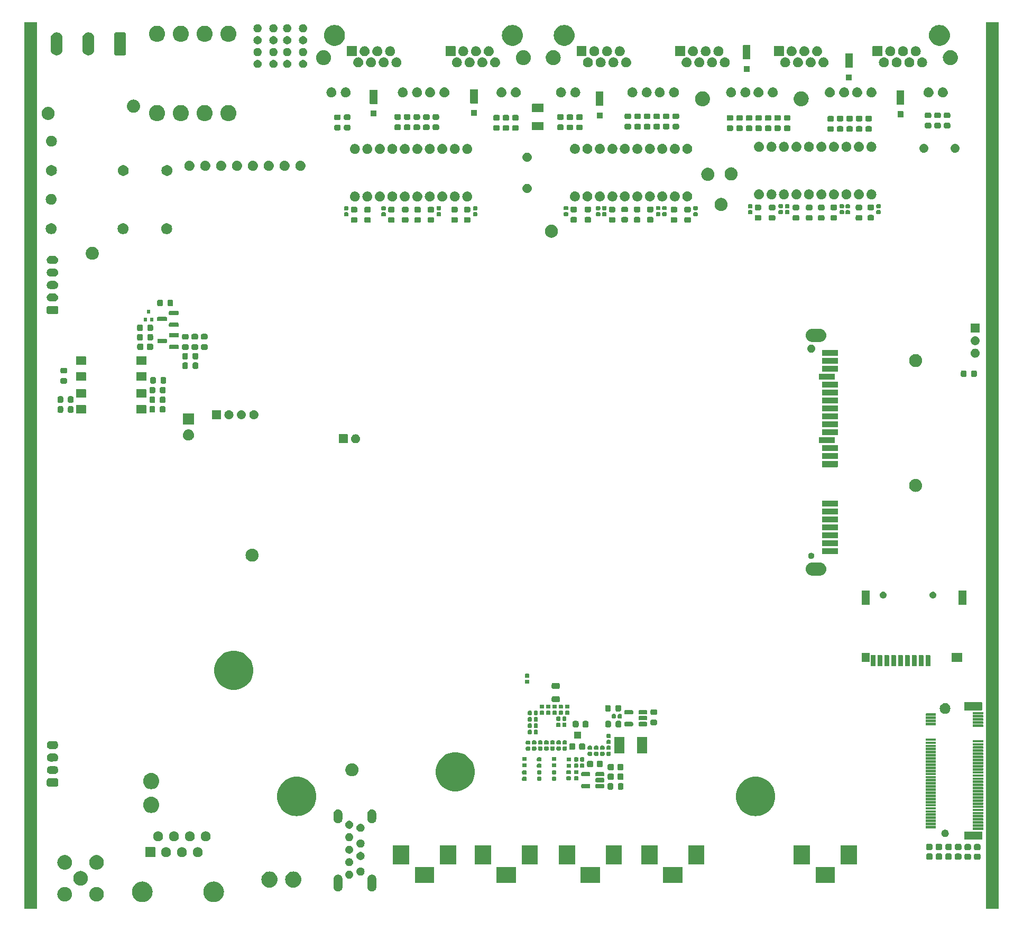
<source format=gbs>
G04 #@! TF.GenerationSoftware,KiCad,Pcbnew,8.0.0-rc1*
G04 #@! TF.CreationDate,2024-05-28T16:40:15+03:00*
G04 #@! TF.ProjectId,MXVR_3566,4d585652-5f33-4353-9636-2e6b69636164,REV1*
G04 #@! TF.SameCoordinates,Original*
G04 #@! TF.FileFunction,Soldermask,Bot*
G04 #@! TF.FilePolarity,Negative*
%FSLAX46Y46*%
G04 Gerber Fmt 4.6, Leading zero omitted, Abs format (unit mm)*
G04 Created by KiCad (PCBNEW 8.0.0-rc1) date 2024-05-28 16:40:15*
%MOMM*%
%LPD*%
G01*
G04 APERTURE LIST*
G04 APERTURE END LIST*
G36*
X49470913Y-25549086D02*
G01*
X49475000Y-25558951D01*
X49475000Y-167541048D01*
X49470913Y-167550913D01*
X49461049Y-167555000D01*
X47478951Y-167555000D01*
X47469086Y-167550913D01*
X47465000Y-167541050D01*
X47474999Y-25558949D01*
X47479086Y-25549085D01*
X47488950Y-25545000D01*
X49461049Y-25545000D01*
X49470913Y-25549086D01*
G37*
G36*
X203470908Y-25549081D02*
G01*
X203475000Y-25558820D01*
X203475000Y-167531048D01*
X203470888Y-167540974D01*
X203461132Y-167545044D01*
X201478975Y-167554955D01*
X201469091Y-167550918D01*
X201465000Y-167541179D01*
X201465000Y-25568951D01*
X201469111Y-25559025D01*
X201478867Y-25554955D01*
X203461024Y-25545044D01*
X203470908Y-25549081D01*
G37*
G36*
X66405251Y-163181242D02*
G01*
X66468372Y-163181242D01*
X66537350Y-163191638D01*
X66603273Y-163196827D01*
X66656406Y-163209583D01*
X66712349Y-163218015D01*
X66785447Y-163240563D01*
X66855187Y-163257306D01*
X66900284Y-163275985D01*
X66948132Y-163290745D01*
X67023248Y-163326919D01*
X67094538Y-163356448D01*
X67131131Y-163378872D01*
X67170437Y-163397801D01*
X67245200Y-163448774D01*
X67315433Y-163491813D01*
X67343557Y-163515833D01*
X67374302Y-163536795D01*
X67446089Y-163603404D01*
X67512433Y-163660067D01*
X67532579Y-163683655D01*
X67555176Y-163704622D01*
X67621241Y-163787465D01*
X67680687Y-163857067D01*
X67693760Y-163878401D01*
X67709017Y-163897532D01*
X67766550Y-163997183D01*
X67816052Y-164077962D01*
X67823323Y-164095516D01*
X67832385Y-164111212D01*
X67878615Y-164229004D01*
X67915194Y-164317313D01*
X67918217Y-164329908D01*
X67922529Y-164340893D01*
X67954815Y-164482350D01*
X67975673Y-164569227D01*
X67976214Y-164576101D01*
X67977435Y-164581451D01*
X67993346Y-164793788D01*
X67996000Y-164827500D01*
X67993346Y-164861214D01*
X67977435Y-165073548D01*
X67976214Y-165078896D01*
X67975673Y-165085773D01*
X67954811Y-165172668D01*
X67922529Y-165314106D01*
X67918218Y-165325088D01*
X67915194Y-165337687D01*
X67878608Y-165426013D01*
X67832385Y-165543787D01*
X67823324Y-165559479D01*
X67816052Y-165577038D01*
X67766540Y-165657833D01*
X67709017Y-165757467D01*
X67693763Y-165776594D01*
X67680687Y-165797933D01*
X67621229Y-165867548D01*
X67555176Y-165950377D01*
X67532583Y-165971339D01*
X67512433Y-165994933D01*
X67446076Y-166051607D01*
X67374302Y-166118204D01*
X67343563Y-166139161D01*
X67315433Y-166163187D01*
X67245186Y-166206234D01*
X67170437Y-166257198D01*
X67131138Y-166276122D01*
X67094538Y-166298552D01*
X67023233Y-166328087D01*
X66948132Y-166364254D01*
X66900293Y-166379010D01*
X66855187Y-166397694D01*
X66785432Y-166414440D01*
X66712349Y-166436984D01*
X66656414Y-166445414D01*
X66603273Y-166458173D01*
X66537346Y-166463361D01*
X66468372Y-166473758D01*
X66405251Y-166473758D01*
X66345000Y-166478500D01*
X66284749Y-166473758D01*
X66221628Y-166473758D01*
X66152652Y-166463361D01*
X66086727Y-166458173D01*
X66033586Y-166445415D01*
X65977650Y-166436984D01*
X65904562Y-166414439D01*
X65834813Y-166397694D01*
X65789709Y-166379011D01*
X65741867Y-166364254D01*
X65666761Y-166328085D01*
X65595462Y-166298552D01*
X65558861Y-166276123D01*
X65519563Y-166257198D01*
X65444810Y-166206232D01*
X65374567Y-166163187D01*
X65346440Y-166139164D01*
X65315697Y-166118204D01*
X65243911Y-166051596D01*
X65177567Y-165994933D01*
X65157420Y-165971344D01*
X65134823Y-165950377D01*
X65068755Y-165867530D01*
X65009313Y-165797933D01*
X64996240Y-165776599D01*
X64980982Y-165757467D01*
X64923442Y-165657804D01*
X64873948Y-165577038D01*
X64866677Y-165559485D01*
X64857614Y-165543787D01*
X64811372Y-165425967D01*
X64774806Y-165337687D01*
X64771782Y-165325095D01*
X64767470Y-165314106D01*
X64735168Y-165172583D01*
X64714327Y-165085773D01*
X64713786Y-165078903D01*
X64712564Y-165073548D01*
X64696632Y-164860948D01*
X64694000Y-164827500D01*
X64696632Y-164794053D01*
X64712564Y-164581451D01*
X64713786Y-164576095D01*
X64714327Y-164569227D01*
X64735163Y-164482435D01*
X64767470Y-164340893D01*
X64771783Y-164329902D01*
X64774806Y-164317313D01*
X64811365Y-164229050D01*
X64857614Y-164111212D01*
X64866679Y-164095510D01*
X64873948Y-164077962D01*
X64923432Y-163997211D01*
X64980982Y-163897532D01*
X64996242Y-163878395D01*
X65009313Y-163857067D01*
X65068743Y-163787483D01*
X65134823Y-163704622D01*
X65157424Y-163683650D01*
X65177567Y-163660067D01*
X65243897Y-163603415D01*
X65315697Y-163536795D01*
X65346446Y-163515830D01*
X65374567Y-163491813D01*
X65444795Y-163448776D01*
X65519563Y-163397801D01*
X65558869Y-163378872D01*
X65595462Y-163356448D01*
X65666746Y-163326921D01*
X65741867Y-163290745D01*
X65789718Y-163275984D01*
X65834813Y-163257306D01*
X65904547Y-163240564D01*
X65977650Y-163218015D01*
X66033594Y-163209582D01*
X66086727Y-163196827D01*
X66152648Y-163191638D01*
X66221628Y-163181242D01*
X66284749Y-163181242D01*
X66345000Y-163176500D01*
X66405251Y-163181242D01*
G37*
G36*
X77835251Y-163181242D02*
G01*
X77898372Y-163181242D01*
X77967350Y-163191638D01*
X78033273Y-163196827D01*
X78086406Y-163209583D01*
X78142349Y-163218015D01*
X78215447Y-163240563D01*
X78285187Y-163257306D01*
X78330284Y-163275985D01*
X78378132Y-163290745D01*
X78453248Y-163326919D01*
X78524538Y-163356448D01*
X78561131Y-163378872D01*
X78600437Y-163397801D01*
X78675200Y-163448774D01*
X78745433Y-163491813D01*
X78773557Y-163515833D01*
X78804302Y-163536795D01*
X78876089Y-163603404D01*
X78942433Y-163660067D01*
X78962579Y-163683655D01*
X78985176Y-163704622D01*
X79051241Y-163787465D01*
X79110687Y-163857067D01*
X79123760Y-163878401D01*
X79139017Y-163897532D01*
X79196550Y-163997183D01*
X79246052Y-164077962D01*
X79253323Y-164095516D01*
X79262385Y-164111212D01*
X79308615Y-164229004D01*
X79345194Y-164317313D01*
X79348217Y-164329908D01*
X79352529Y-164340893D01*
X79384815Y-164482350D01*
X79405673Y-164569227D01*
X79406214Y-164576101D01*
X79407435Y-164581451D01*
X79423346Y-164793788D01*
X79426000Y-164827500D01*
X79423346Y-164861214D01*
X79407435Y-165073548D01*
X79406214Y-165078896D01*
X79405673Y-165085773D01*
X79384811Y-165172668D01*
X79352529Y-165314106D01*
X79348218Y-165325088D01*
X79345194Y-165337687D01*
X79308608Y-165426013D01*
X79262385Y-165543787D01*
X79253324Y-165559479D01*
X79246052Y-165577038D01*
X79196540Y-165657833D01*
X79139017Y-165757467D01*
X79123763Y-165776594D01*
X79110687Y-165797933D01*
X79051229Y-165867548D01*
X78985176Y-165950377D01*
X78962583Y-165971339D01*
X78942433Y-165994933D01*
X78876076Y-166051607D01*
X78804302Y-166118204D01*
X78773563Y-166139161D01*
X78745433Y-166163187D01*
X78675186Y-166206234D01*
X78600437Y-166257198D01*
X78561138Y-166276122D01*
X78524538Y-166298552D01*
X78453233Y-166328087D01*
X78378132Y-166364254D01*
X78330293Y-166379010D01*
X78285187Y-166397694D01*
X78215432Y-166414440D01*
X78142349Y-166436984D01*
X78086414Y-166445414D01*
X78033273Y-166458173D01*
X77967346Y-166463361D01*
X77898372Y-166473758D01*
X77835251Y-166473758D01*
X77775000Y-166478500D01*
X77714749Y-166473758D01*
X77651628Y-166473758D01*
X77582652Y-166463361D01*
X77516727Y-166458173D01*
X77463586Y-166445415D01*
X77407650Y-166436984D01*
X77334562Y-166414439D01*
X77264813Y-166397694D01*
X77219709Y-166379011D01*
X77171867Y-166364254D01*
X77096761Y-166328085D01*
X77025462Y-166298552D01*
X76988861Y-166276123D01*
X76949563Y-166257198D01*
X76874810Y-166206232D01*
X76804567Y-166163187D01*
X76776440Y-166139164D01*
X76745697Y-166118204D01*
X76673911Y-166051596D01*
X76607567Y-165994933D01*
X76587420Y-165971344D01*
X76564823Y-165950377D01*
X76498755Y-165867530D01*
X76439313Y-165797933D01*
X76426240Y-165776599D01*
X76410982Y-165757467D01*
X76353442Y-165657804D01*
X76303948Y-165577038D01*
X76296677Y-165559485D01*
X76287614Y-165543787D01*
X76241372Y-165425967D01*
X76204806Y-165337687D01*
X76201782Y-165325095D01*
X76197470Y-165314106D01*
X76165168Y-165172583D01*
X76144327Y-165085773D01*
X76143786Y-165078903D01*
X76142564Y-165073548D01*
X76126632Y-164860948D01*
X76124000Y-164827500D01*
X76126632Y-164794053D01*
X76142564Y-164581451D01*
X76143786Y-164576095D01*
X76144327Y-164569227D01*
X76165163Y-164482435D01*
X76197470Y-164340893D01*
X76201783Y-164329902D01*
X76204806Y-164317313D01*
X76241365Y-164229050D01*
X76287614Y-164111212D01*
X76296679Y-164095510D01*
X76303948Y-164077962D01*
X76353432Y-163997211D01*
X76410982Y-163897532D01*
X76426242Y-163878395D01*
X76439313Y-163857067D01*
X76498743Y-163787483D01*
X76564823Y-163704622D01*
X76587424Y-163683650D01*
X76607567Y-163660067D01*
X76673897Y-163603415D01*
X76745697Y-163536795D01*
X76776446Y-163515830D01*
X76804567Y-163491813D01*
X76874795Y-163448776D01*
X76949563Y-163397801D01*
X76988869Y-163378872D01*
X77025462Y-163356448D01*
X77096746Y-163326921D01*
X77171867Y-163290745D01*
X77219718Y-163275984D01*
X77264813Y-163257306D01*
X77334547Y-163240564D01*
X77407650Y-163218015D01*
X77463594Y-163209582D01*
X77516727Y-163196827D01*
X77582648Y-163191638D01*
X77651628Y-163181242D01*
X77714749Y-163181242D01*
X77775000Y-163176500D01*
X77835251Y-163181242D01*
G37*
G36*
X53975380Y-164039017D02*
G01*
X54028508Y-164039017D01*
X54075247Y-164047754D01*
X54124180Y-164052035D01*
X54184240Y-164068128D01*
X54241828Y-164078893D01*
X54280885Y-164094024D01*
X54322158Y-164105083D01*
X54384640Y-164134219D01*
X54444188Y-164157288D01*
X54474924Y-164176319D01*
X54507915Y-164191703D01*
X54570148Y-164235279D01*
X54628698Y-164271532D01*
X54651141Y-164291991D01*
X54675807Y-164309263D01*
X54734808Y-164368264D01*
X54789074Y-164417734D01*
X54803866Y-164437322D01*
X54820736Y-164454192D01*
X54873358Y-164529344D01*
X54919855Y-164590916D01*
X54928185Y-164607645D01*
X54938296Y-164622085D01*
X54981354Y-164714422D01*
X55016587Y-164785180D01*
X55020089Y-164797491D01*
X55024916Y-164807841D01*
X55055330Y-164921348D01*
X55075976Y-164993911D01*
X55076611Y-165000772D01*
X55077964Y-165005819D01*
X55092904Y-165176598D01*
X55096000Y-165210000D01*
X55092904Y-165243404D01*
X55077964Y-165414180D01*
X55076611Y-165419225D01*
X55075976Y-165426089D01*
X55055325Y-165498667D01*
X55024916Y-165612158D01*
X55020090Y-165622506D01*
X55016587Y-165634820D01*
X54981350Y-165705584D01*
X54938296Y-165797915D01*
X54928185Y-165812354D01*
X54919855Y-165829084D01*
X54873353Y-165890662D01*
X54820736Y-165965807D01*
X54803869Y-165982673D01*
X54789074Y-166002266D01*
X54734796Y-166051746D01*
X54675807Y-166110736D01*
X54651146Y-166128003D01*
X54628698Y-166148468D01*
X54570135Y-166184728D01*
X54507915Y-166228296D01*
X54474930Y-166243676D01*
X54444188Y-166262712D01*
X54384627Y-166285785D01*
X54322158Y-166314916D01*
X54280894Y-166325972D01*
X54241828Y-166341107D01*
X54184228Y-166351874D01*
X54124180Y-166367964D01*
X54075257Y-166372244D01*
X54028508Y-166380983D01*
X53975369Y-166380983D01*
X53920000Y-166385827D01*
X53864631Y-166380983D01*
X53811492Y-166380983D01*
X53764742Y-166372244D01*
X53715819Y-166367964D01*
X53655768Y-166351873D01*
X53598172Y-166341107D01*
X53559107Y-166325973D01*
X53517841Y-166314916D01*
X53455366Y-166285783D01*
X53395812Y-166262712D01*
X53365072Y-166243678D01*
X53332084Y-166228296D01*
X53269855Y-166184722D01*
X53211302Y-166148468D01*
X53188857Y-166128006D01*
X53164192Y-166110736D01*
X53105191Y-166051735D01*
X53050926Y-166002266D01*
X53036133Y-165982677D01*
X53019263Y-165965807D01*
X52966632Y-165890643D01*
X52920145Y-165829084D01*
X52911817Y-165812359D01*
X52901703Y-165797915D01*
X52858633Y-165705552D01*
X52823413Y-165634820D01*
X52819910Y-165622511D01*
X52815083Y-165612158D01*
X52784657Y-165498607D01*
X52764024Y-165426089D01*
X52763388Y-165419231D01*
X52762035Y-165414180D01*
X52747077Y-165243211D01*
X52744000Y-165210000D01*
X52747077Y-165176791D01*
X52762035Y-165005819D01*
X52763388Y-165000766D01*
X52764024Y-164993911D01*
X52784652Y-164921408D01*
X52815083Y-164807841D01*
X52819911Y-164797486D01*
X52823413Y-164785180D01*
X52858630Y-164714454D01*
X52901703Y-164622085D01*
X52911817Y-164607640D01*
X52920145Y-164590916D01*
X52966627Y-164529363D01*
X53019263Y-164454192D01*
X53036136Y-164437318D01*
X53050926Y-164417734D01*
X53105180Y-164368274D01*
X53164192Y-164309263D01*
X53188861Y-164291989D01*
X53211302Y-164271532D01*
X53269848Y-164235281D01*
X53332085Y-164191703D01*
X53365076Y-164176318D01*
X53395812Y-164157288D01*
X53455355Y-164134220D01*
X53517841Y-164105083D01*
X53559116Y-164094023D01*
X53598172Y-164078893D01*
X53655756Y-164068128D01*
X53715819Y-164052035D01*
X53764752Y-164047753D01*
X53811492Y-164039017D01*
X53864620Y-164039017D01*
X53920000Y-164034172D01*
X53975380Y-164039017D01*
G37*
G36*
X59075380Y-164039017D02*
G01*
X59128508Y-164039017D01*
X59175247Y-164047754D01*
X59224180Y-164052035D01*
X59284240Y-164068128D01*
X59341828Y-164078893D01*
X59380885Y-164094024D01*
X59422158Y-164105083D01*
X59484640Y-164134219D01*
X59544188Y-164157288D01*
X59574924Y-164176319D01*
X59607915Y-164191703D01*
X59670148Y-164235279D01*
X59728698Y-164271532D01*
X59751141Y-164291991D01*
X59775807Y-164309263D01*
X59834808Y-164368264D01*
X59889074Y-164417734D01*
X59903866Y-164437322D01*
X59920736Y-164454192D01*
X59973358Y-164529344D01*
X60019855Y-164590916D01*
X60028185Y-164607645D01*
X60038296Y-164622085D01*
X60081354Y-164714422D01*
X60116587Y-164785180D01*
X60120089Y-164797491D01*
X60124916Y-164807841D01*
X60155330Y-164921348D01*
X60175976Y-164993911D01*
X60176611Y-165000772D01*
X60177964Y-165005819D01*
X60192904Y-165176598D01*
X60196000Y-165210000D01*
X60192904Y-165243404D01*
X60177964Y-165414180D01*
X60176611Y-165419225D01*
X60175976Y-165426089D01*
X60155325Y-165498667D01*
X60124916Y-165612158D01*
X60120090Y-165622506D01*
X60116587Y-165634820D01*
X60081350Y-165705584D01*
X60038296Y-165797915D01*
X60028185Y-165812354D01*
X60019855Y-165829084D01*
X59973353Y-165890662D01*
X59920736Y-165965807D01*
X59903869Y-165982673D01*
X59889074Y-166002266D01*
X59834796Y-166051746D01*
X59775807Y-166110736D01*
X59751146Y-166128003D01*
X59728698Y-166148468D01*
X59670135Y-166184728D01*
X59607915Y-166228296D01*
X59574930Y-166243676D01*
X59544188Y-166262712D01*
X59484627Y-166285785D01*
X59422158Y-166314916D01*
X59380894Y-166325972D01*
X59341828Y-166341107D01*
X59284228Y-166351874D01*
X59224180Y-166367964D01*
X59175257Y-166372244D01*
X59128508Y-166380983D01*
X59075369Y-166380983D01*
X59020000Y-166385827D01*
X58964631Y-166380983D01*
X58911492Y-166380983D01*
X58864742Y-166372244D01*
X58815819Y-166367964D01*
X58755768Y-166351873D01*
X58698172Y-166341107D01*
X58659107Y-166325973D01*
X58617841Y-166314916D01*
X58555366Y-166285783D01*
X58495812Y-166262712D01*
X58465072Y-166243678D01*
X58432084Y-166228296D01*
X58369855Y-166184722D01*
X58311302Y-166148468D01*
X58288857Y-166128006D01*
X58264192Y-166110736D01*
X58205191Y-166051735D01*
X58150926Y-166002266D01*
X58136133Y-165982677D01*
X58119263Y-165965807D01*
X58066632Y-165890643D01*
X58020145Y-165829084D01*
X58011817Y-165812359D01*
X58001703Y-165797915D01*
X57958633Y-165705552D01*
X57923413Y-165634820D01*
X57919910Y-165622511D01*
X57915083Y-165612158D01*
X57884657Y-165498607D01*
X57864024Y-165426089D01*
X57863388Y-165419231D01*
X57862035Y-165414180D01*
X57847077Y-165243211D01*
X57844000Y-165210000D01*
X57847077Y-165176791D01*
X57862035Y-165005819D01*
X57863388Y-165000766D01*
X57864024Y-164993911D01*
X57884652Y-164921408D01*
X57915083Y-164807841D01*
X57919911Y-164797486D01*
X57923413Y-164785180D01*
X57958630Y-164714454D01*
X58001703Y-164622085D01*
X58011817Y-164607640D01*
X58020145Y-164590916D01*
X58066627Y-164529363D01*
X58119263Y-164454192D01*
X58136136Y-164437318D01*
X58150926Y-164417734D01*
X58205180Y-164368274D01*
X58264192Y-164309263D01*
X58288861Y-164291989D01*
X58311302Y-164271532D01*
X58369848Y-164235281D01*
X58432085Y-164191703D01*
X58465076Y-164176318D01*
X58495812Y-164157288D01*
X58555355Y-164134220D01*
X58617841Y-164105083D01*
X58659116Y-164094023D01*
X58698172Y-164078893D01*
X58755756Y-164068128D01*
X58815819Y-164052035D01*
X58864752Y-164047753D01*
X58911492Y-164039017D01*
X58964620Y-164039017D01*
X59020000Y-164034172D01*
X59075380Y-164039017D01*
G37*
G36*
X97893490Y-162109185D02*
G01*
X98020449Y-162161773D01*
X98134710Y-162238120D01*
X98231880Y-162335290D01*
X98308227Y-162449551D01*
X98360815Y-162576510D01*
X98387624Y-162711290D01*
X98391000Y-164080000D01*
X98387624Y-164148710D01*
X98360815Y-164283490D01*
X98308227Y-164410449D01*
X98231880Y-164524710D01*
X98134710Y-164621880D01*
X98020449Y-164698227D01*
X97893490Y-164750815D01*
X97758710Y-164777624D01*
X97621290Y-164777624D01*
X97486510Y-164750815D01*
X97359551Y-164698227D01*
X97245290Y-164621880D01*
X97148120Y-164524710D01*
X97071773Y-164410449D01*
X97019185Y-164283490D01*
X96992376Y-164148710D01*
X96989000Y-162780000D01*
X96992376Y-162711290D01*
X97019185Y-162576510D01*
X97071773Y-162449551D01*
X97148120Y-162335290D01*
X97245290Y-162238120D01*
X97359551Y-162161773D01*
X97486510Y-162109185D01*
X97621290Y-162082376D01*
X97758710Y-162082376D01*
X97893490Y-162109185D01*
G37*
G36*
X103313490Y-162109185D02*
G01*
X103440449Y-162161773D01*
X103554710Y-162238120D01*
X103651880Y-162335290D01*
X103728227Y-162449551D01*
X103780815Y-162576510D01*
X103807624Y-162711290D01*
X103811000Y-164080000D01*
X103807624Y-164148710D01*
X103780815Y-164283490D01*
X103728227Y-164410449D01*
X103651880Y-164524710D01*
X103554710Y-164621880D01*
X103440449Y-164698227D01*
X103313490Y-164750815D01*
X103178710Y-164777624D01*
X103041290Y-164777624D01*
X102906510Y-164750815D01*
X102779551Y-164698227D01*
X102665290Y-164621880D01*
X102568120Y-164524710D01*
X102491773Y-164410449D01*
X102439185Y-164283490D01*
X102412376Y-164148710D01*
X102409000Y-162780000D01*
X102412376Y-162711290D01*
X102439185Y-162576510D01*
X102491773Y-162449551D01*
X102568120Y-162335290D01*
X102665290Y-162238120D01*
X102779551Y-162161773D01*
X102906510Y-162109185D01*
X103041290Y-162082376D01*
X103178710Y-162082376D01*
X103313490Y-162109185D01*
G37*
G36*
X86945916Y-161588765D02*
G01*
X87164968Y-161647460D01*
X87370500Y-161743301D01*
X87556267Y-161873376D01*
X87716624Y-162033733D01*
X87846699Y-162219500D01*
X87942540Y-162425032D01*
X88001235Y-162644084D01*
X88021000Y-162870000D01*
X88001235Y-163095916D01*
X87942540Y-163314968D01*
X87846699Y-163520500D01*
X87716624Y-163706267D01*
X87556267Y-163866624D01*
X87370500Y-163996699D01*
X87164968Y-164092540D01*
X86945916Y-164151235D01*
X86720000Y-164171000D01*
X86494084Y-164151235D01*
X86275032Y-164092540D01*
X86069500Y-163996699D01*
X85883733Y-163866624D01*
X85723376Y-163706267D01*
X85593301Y-163520500D01*
X85497460Y-163314968D01*
X85438765Y-163095916D01*
X85419000Y-162870000D01*
X85438765Y-162644084D01*
X85497460Y-162425032D01*
X85593301Y-162219500D01*
X85723376Y-162033733D01*
X85883733Y-161873376D01*
X86069500Y-161743301D01*
X86275032Y-161647460D01*
X86494084Y-161588765D01*
X86720000Y-161569000D01*
X86945916Y-161588765D01*
G37*
G36*
X90755916Y-161588765D02*
G01*
X90974968Y-161647460D01*
X91180500Y-161743301D01*
X91366267Y-161873376D01*
X91526624Y-162033733D01*
X91656699Y-162219500D01*
X91752540Y-162425032D01*
X91811235Y-162644084D01*
X91831000Y-162870000D01*
X91811235Y-163095916D01*
X91752540Y-163314968D01*
X91656699Y-163520500D01*
X91526624Y-163706267D01*
X91366267Y-163866624D01*
X91180500Y-163996699D01*
X90974968Y-164092540D01*
X90755916Y-164151235D01*
X90530000Y-164171000D01*
X90304084Y-164151235D01*
X90085032Y-164092540D01*
X89879500Y-163996699D01*
X89693733Y-163866624D01*
X89533376Y-163706267D01*
X89403301Y-163520500D01*
X89307460Y-163314968D01*
X89248765Y-163095916D01*
X89229000Y-162870000D01*
X89248765Y-162644084D01*
X89307460Y-162425032D01*
X89403301Y-162219500D01*
X89533376Y-162033733D01*
X89693733Y-161873376D01*
X89879500Y-161743301D01*
X90085032Y-161647460D01*
X90304084Y-161588765D01*
X90530000Y-161569000D01*
X90755916Y-161588765D01*
G37*
G36*
X56525380Y-161489017D02*
G01*
X56578508Y-161489017D01*
X56625247Y-161497754D01*
X56674180Y-161502035D01*
X56734240Y-161518128D01*
X56791828Y-161528893D01*
X56830885Y-161544024D01*
X56872158Y-161555083D01*
X56934640Y-161584219D01*
X56994188Y-161607288D01*
X57024924Y-161626319D01*
X57057915Y-161641703D01*
X57120148Y-161685279D01*
X57178698Y-161721532D01*
X57201141Y-161741991D01*
X57225807Y-161759263D01*
X57284808Y-161818264D01*
X57339074Y-161867734D01*
X57353866Y-161887322D01*
X57370736Y-161904192D01*
X57423358Y-161979344D01*
X57469855Y-162040916D01*
X57478185Y-162057645D01*
X57488296Y-162072085D01*
X57531354Y-162164422D01*
X57566587Y-162235180D01*
X57570089Y-162247491D01*
X57574916Y-162257841D01*
X57605330Y-162371348D01*
X57625976Y-162443911D01*
X57626611Y-162450772D01*
X57627964Y-162455819D01*
X57642904Y-162626598D01*
X57646000Y-162660000D01*
X57642904Y-162693404D01*
X57627964Y-162864180D01*
X57626611Y-162869225D01*
X57625976Y-162876089D01*
X57605325Y-162948667D01*
X57574916Y-163062158D01*
X57570090Y-163072506D01*
X57566587Y-163084820D01*
X57531350Y-163155584D01*
X57488296Y-163247915D01*
X57478185Y-163262354D01*
X57469855Y-163279084D01*
X57423353Y-163340662D01*
X57370736Y-163415807D01*
X57353869Y-163432673D01*
X57339074Y-163452266D01*
X57284796Y-163501746D01*
X57225807Y-163560736D01*
X57201146Y-163578003D01*
X57178698Y-163598468D01*
X57120135Y-163634728D01*
X57057915Y-163678296D01*
X57024930Y-163693676D01*
X56994188Y-163712712D01*
X56934627Y-163735785D01*
X56872158Y-163764916D01*
X56830894Y-163775972D01*
X56791828Y-163791107D01*
X56734228Y-163801874D01*
X56674180Y-163817964D01*
X56625257Y-163822244D01*
X56578508Y-163830983D01*
X56525369Y-163830983D01*
X56470000Y-163835827D01*
X56414631Y-163830983D01*
X56361492Y-163830983D01*
X56314742Y-163822244D01*
X56265819Y-163817964D01*
X56205768Y-163801873D01*
X56148172Y-163791107D01*
X56109107Y-163775973D01*
X56067841Y-163764916D01*
X56005366Y-163735783D01*
X55945812Y-163712712D01*
X55915072Y-163693678D01*
X55882084Y-163678296D01*
X55819855Y-163634722D01*
X55761302Y-163598468D01*
X55738857Y-163578006D01*
X55714192Y-163560736D01*
X55655191Y-163501735D01*
X55600926Y-163452266D01*
X55586133Y-163432677D01*
X55569263Y-163415807D01*
X55516632Y-163340643D01*
X55470145Y-163279084D01*
X55461817Y-163262359D01*
X55451703Y-163247915D01*
X55408633Y-163155552D01*
X55373413Y-163084820D01*
X55369910Y-163072511D01*
X55365083Y-163062158D01*
X55334657Y-162948607D01*
X55314024Y-162876089D01*
X55313388Y-162869231D01*
X55312035Y-162864180D01*
X55297077Y-162693211D01*
X55294000Y-162660000D01*
X55297077Y-162626791D01*
X55312035Y-162455819D01*
X55313388Y-162450766D01*
X55314024Y-162443911D01*
X55334652Y-162371408D01*
X55365083Y-162257841D01*
X55369911Y-162247486D01*
X55373413Y-162235180D01*
X55408630Y-162164454D01*
X55451703Y-162072085D01*
X55461817Y-162057640D01*
X55470145Y-162040916D01*
X55516627Y-161979363D01*
X55569263Y-161904192D01*
X55586136Y-161887318D01*
X55600926Y-161867734D01*
X55655180Y-161818274D01*
X55714192Y-161759263D01*
X55738861Y-161741989D01*
X55761302Y-161721532D01*
X55819848Y-161685281D01*
X55882085Y-161641703D01*
X55915076Y-161626318D01*
X55945812Y-161607288D01*
X56005355Y-161584220D01*
X56067841Y-161555083D01*
X56109116Y-161544023D01*
X56148172Y-161528893D01*
X56205756Y-161518128D01*
X56265819Y-161502035D01*
X56314752Y-161497753D01*
X56361492Y-161489017D01*
X56414620Y-161489017D01*
X56470000Y-161484172D01*
X56525380Y-161489017D01*
G37*
G36*
X113079517Y-160822892D02*
G01*
X113096062Y-160833948D01*
X113107118Y-160850493D01*
X113111000Y-160870010D01*
X113111000Y-163370010D01*
X113107118Y-163389527D01*
X113096062Y-163406072D01*
X113079517Y-163417128D01*
X113060000Y-163421010D01*
X110060000Y-163421010D01*
X110040483Y-163417128D01*
X110023938Y-163406072D01*
X110012882Y-163389527D01*
X110009000Y-163370010D01*
X110009000Y-160870010D01*
X110012882Y-160850493D01*
X110023938Y-160833948D01*
X110040483Y-160822892D01*
X110060000Y-160819010D01*
X113060000Y-160819010D01*
X113079517Y-160822892D01*
G37*
G36*
X126169517Y-160822892D02*
G01*
X126186062Y-160833948D01*
X126197118Y-160850493D01*
X126201000Y-160870010D01*
X126201000Y-163370010D01*
X126197118Y-163389527D01*
X126186062Y-163406072D01*
X126169517Y-163417128D01*
X126150000Y-163421010D01*
X123150000Y-163421010D01*
X123130483Y-163417128D01*
X123113938Y-163406072D01*
X123102882Y-163389527D01*
X123099000Y-163370010D01*
X123099000Y-160870010D01*
X123102882Y-160850493D01*
X123113938Y-160833948D01*
X123130483Y-160822892D01*
X123150000Y-160819010D01*
X126150000Y-160819010D01*
X126169517Y-160822892D01*
G37*
G36*
X139639517Y-160822892D02*
G01*
X139656062Y-160833948D01*
X139667118Y-160850493D01*
X139671000Y-160870010D01*
X139671000Y-163370010D01*
X139667118Y-163389527D01*
X139656062Y-163406072D01*
X139639517Y-163417128D01*
X139620000Y-163421010D01*
X136620000Y-163421010D01*
X136600483Y-163417128D01*
X136583938Y-163406072D01*
X136572882Y-163389527D01*
X136569000Y-163370010D01*
X136569000Y-160870010D01*
X136572882Y-160850493D01*
X136583938Y-160833948D01*
X136600483Y-160822892D01*
X136620000Y-160819010D01*
X139620000Y-160819010D01*
X139639517Y-160822892D01*
G37*
G36*
X152839517Y-160822892D02*
G01*
X152856062Y-160833948D01*
X152867118Y-160850493D01*
X152871000Y-160870010D01*
X152871000Y-163370010D01*
X152867118Y-163389527D01*
X152856062Y-163406072D01*
X152839517Y-163417128D01*
X152820000Y-163421010D01*
X149820000Y-163421010D01*
X149800483Y-163417128D01*
X149783938Y-163406072D01*
X149772882Y-163389527D01*
X149769000Y-163370010D01*
X149769000Y-160870010D01*
X149772882Y-160850493D01*
X149783938Y-160833948D01*
X149800483Y-160822892D01*
X149820000Y-160819010D01*
X152820000Y-160819010D01*
X152839517Y-160822892D01*
G37*
G36*
X177259517Y-160822892D02*
G01*
X177276062Y-160833948D01*
X177287118Y-160850493D01*
X177291000Y-160870010D01*
X177291000Y-163370010D01*
X177287118Y-163389527D01*
X177276062Y-163406072D01*
X177259517Y-163417128D01*
X177240000Y-163421010D01*
X174240000Y-163421010D01*
X174220483Y-163417128D01*
X174203938Y-163406072D01*
X174192882Y-163389527D01*
X174189000Y-163370010D01*
X174189000Y-160870010D01*
X174192882Y-160850493D01*
X174203938Y-160833948D01*
X174220483Y-160822892D01*
X174240000Y-160819010D01*
X177240000Y-160819010D01*
X177259517Y-160822892D01*
G37*
G36*
X99730848Y-161471304D02*
G01*
X99869810Y-161544238D01*
X99987280Y-161648307D01*
X100076432Y-161777465D01*
X100132083Y-161924206D01*
X100151000Y-162080000D01*
X100132083Y-162235794D01*
X100076432Y-162382535D01*
X99987280Y-162511693D01*
X99869810Y-162615762D01*
X99730848Y-162688696D01*
X99578469Y-162726253D01*
X99421531Y-162726253D01*
X99269152Y-162688696D01*
X99130190Y-162615762D01*
X99012720Y-162511693D01*
X98923568Y-162382535D01*
X98867917Y-162235794D01*
X98849000Y-162080000D01*
X98867917Y-161924206D01*
X98923568Y-161777465D01*
X99012720Y-161648307D01*
X99130190Y-161544238D01*
X99269152Y-161471304D01*
X99421531Y-161433747D01*
X99578469Y-161433747D01*
X99730848Y-161471304D01*
G37*
G36*
X101530848Y-160971304D02*
G01*
X101669810Y-161044238D01*
X101787280Y-161148307D01*
X101876432Y-161277465D01*
X101932083Y-161424206D01*
X101951000Y-161580000D01*
X101932083Y-161735794D01*
X101876432Y-161882535D01*
X101787280Y-162011693D01*
X101669810Y-162115762D01*
X101530848Y-162188696D01*
X101378469Y-162226253D01*
X101221531Y-162226253D01*
X101069152Y-162188696D01*
X100930190Y-162115762D01*
X100812720Y-162011693D01*
X100723568Y-161882535D01*
X100667917Y-161735794D01*
X100649000Y-161580000D01*
X100667917Y-161424206D01*
X100723568Y-161277465D01*
X100812720Y-161148307D01*
X100930190Y-161044238D01*
X101069152Y-160971304D01*
X101221531Y-160933747D01*
X101378469Y-160933747D01*
X101530848Y-160971304D01*
G37*
G36*
X53975380Y-158939017D02*
G01*
X54028508Y-158939017D01*
X54075247Y-158947754D01*
X54124180Y-158952035D01*
X54184240Y-158968128D01*
X54241828Y-158978893D01*
X54280885Y-158994024D01*
X54322158Y-159005083D01*
X54384640Y-159034219D01*
X54444188Y-159057288D01*
X54474924Y-159076319D01*
X54507915Y-159091703D01*
X54570148Y-159135279D01*
X54628698Y-159171532D01*
X54651141Y-159191991D01*
X54675807Y-159209263D01*
X54734808Y-159268264D01*
X54789074Y-159317734D01*
X54803866Y-159337322D01*
X54820736Y-159354192D01*
X54873358Y-159429344D01*
X54919855Y-159490916D01*
X54928185Y-159507645D01*
X54938296Y-159522085D01*
X54981354Y-159614422D01*
X55016587Y-159685180D01*
X55020089Y-159697491D01*
X55024916Y-159707841D01*
X55055330Y-159821348D01*
X55075976Y-159893911D01*
X55076611Y-159900772D01*
X55077964Y-159905819D01*
X55092904Y-160076598D01*
X55096000Y-160110000D01*
X55092904Y-160143404D01*
X55077964Y-160314180D01*
X55076611Y-160319225D01*
X55075976Y-160326089D01*
X55055325Y-160398667D01*
X55024916Y-160512158D01*
X55020090Y-160522506D01*
X55016587Y-160534820D01*
X54981350Y-160605584D01*
X54938296Y-160697915D01*
X54928185Y-160712354D01*
X54919855Y-160729084D01*
X54873353Y-160790662D01*
X54820736Y-160865807D01*
X54803869Y-160882673D01*
X54789074Y-160902266D01*
X54734796Y-160951746D01*
X54675807Y-161010736D01*
X54651146Y-161028003D01*
X54628698Y-161048468D01*
X54570135Y-161084728D01*
X54507915Y-161128296D01*
X54474930Y-161143676D01*
X54444188Y-161162712D01*
X54384627Y-161185785D01*
X54322158Y-161214916D01*
X54280894Y-161225972D01*
X54241828Y-161241107D01*
X54184228Y-161251874D01*
X54124180Y-161267964D01*
X54075257Y-161272244D01*
X54028508Y-161280983D01*
X53975369Y-161280983D01*
X53920000Y-161285827D01*
X53864631Y-161280983D01*
X53811492Y-161280983D01*
X53764742Y-161272244D01*
X53715819Y-161267964D01*
X53655768Y-161251873D01*
X53598172Y-161241107D01*
X53559107Y-161225973D01*
X53517841Y-161214916D01*
X53455366Y-161185783D01*
X53395812Y-161162712D01*
X53365072Y-161143678D01*
X53332084Y-161128296D01*
X53269855Y-161084722D01*
X53211302Y-161048468D01*
X53188857Y-161028006D01*
X53164192Y-161010736D01*
X53105191Y-160951735D01*
X53050926Y-160902266D01*
X53036133Y-160882677D01*
X53019263Y-160865807D01*
X52966632Y-160790643D01*
X52920145Y-160729084D01*
X52911817Y-160712359D01*
X52901703Y-160697915D01*
X52858633Y-160605552D01*
X52823413Y-160534820D01*
X52819910Y-160522511D01*
X52815083Y-160512158D01*
X52784657Y-160398607D01*
X52764024Y-160326089D01*
X52763388Y-160319231D01*
X52762035Y-160314180D01*
X52747077Y-160143211D01*
X52744000Y-160110000D01*
X52747077Y-160076791D01*
X52762035Y-159905819D01*
X52763388Y-159900766D01*
X52764024Y-159893911D01*
X52784652Y-159821408D01*
X52815083Y-159707841D01*
X52819911Y-159697486D01*
X52823413Y-159685180D01*
X52858630Y-159614454D01*
X52901703Y-159522085D01*
X52911817Y-159507640D01*
X52920145Y-159490916D01*
X52966627Y-159429363D01*
X53019263Y-159354192D01*
X53036136Y-159337318D01*
X53050926Y-159317734D01*
X53105180Y-159268274D01*
X53164192Y-159209263D01*
X53188861Y-159191989D01*
X53211302Y-159171532D01*
X53269848Y-159135281D01*
X53332085Y-159091703D01*
X53365076Y-159076318D01*
X53395812Y-159057288D01*
X53455355Y-159034220D01*
X53517841Y-159005083D01*
X53559116Y-158994023D01*
X53598172Y-158978893D01*
X53655756Y-158968128D01*
X53715819Y-158952035D01*
X53764752Y-158947753D01*
X53811492Y-158939017D01*
X53864620Y-158939017D01*
X53920000Y-158934172D01*
X53975380Y-158939017D01*
G37*
G36*
X59075380Y-158939017D02*
G01*
X59128508Y-158939017D01*
X59175247Y-158947754D01*
X59224180Y-158952035D01*
X59284240Y-158968128D01*
X59341828Y-158978893D01*
X59380885Y-158994024D01*
X59422158Y-159005083D01*
X59484640Y-159034219D01*
X59544188Y-159057288D01*
X59574924Y-159076319D01*
X59607915Y-159091703D01*
X59670148Y-159135279D01*
X59728698Y-159171532D01*
X59751141Y-159191991D01*
X59775807Y-159209263D01*
X59834808Y-159268264D01*
X59889074Y-159317734D01*
X59903866Y-159337322D01*
X59920736Y-159354192D01*
X59973358Y-159429344D01*
X60019855Y-159490916D01*
X60028185Y-159507645D01*
X60038296Y-159522085D01*
X60081354Y-159614422D01*
X60116587Y-159685180D01*
X60120089Y-159697491D01*
X60124916Y-159707841D01*
X60155330Y-159821348D01*
X60175976Y-159893911D01*
X60176611Y-159900772D01*
X60177964Y-159905819D01*
X60192904Y-160076598D01*
X60196000Y-160110000D01*
X60192904Y-160143404D01*
X60177964Y-160314180D01*
X60176611Y-160319225D01*
X60175976Y-160326089D01*
X60155325Y-160398667D01*
X60124916Y-160512158D01*
X60120090Y-160522506D01*
X60116587Y-160534820D01*
X60081350Y-160605584D01*
X60038296Y-160697915D01*
X60028185Y-160712354D01*
X60019855Y-160729084D01*
X59973353Y-160790662D01*
X59920736Y-160865807D01*
X59903869Y-160882673D01*
X59889074Y-160902266D01*
X59834796Y-160951746D01*
X59775807Y-161010736D01*
X59751146Y-161028003D01*
X59728698Y-161048468D01*
X59670135Y-161084728D01*
X59607915Y-161128296D01*
X59574930Y-161143676D01*
X59544188Y-161162712D01*
X59484627Y-161185785D01*
X59422158Y-161214916D01*
X59380894Y-161225972D01*
X59341828Y-161241107D01*
X59284228Y-161251874D01*
X59224180Y-161267964D01*
X59175257Y-161272244D01*
X59128508Y-161280983D01*
X59075369Y-161280983D01*
X59020000Y-161285827D01*
X58964631Y-161280983D01*
X58911492Y-161280983D01*
X58864742Y-161272244D01*
X58815819Y-161267964D01*
X58755768Y-161251873D01*
X58698172Y-161241107D01*
X58659107Y-161225973D01*
X58617841Y-161214916D01*
X58555366Y-161185783D01*
X58495812Y-161162712D01*
X58465072Y-161143678D01*
X58432084Y-161128296D01*
X58369855Y-161084722D01*
X58311302Y-161048468D01*
X58288857Y-161028006D01*
X58264192Y-161010736D01*
X58205191Y-160951735D01*
X58150926Y-160902266D01*
X58136133Y-160882677D01*
X58119263Y-160865807D01*
X58066632Y-160790643D01*
X58020145Y-160729084D01*
X58011817Y-160712359D01*
X58001703Y-160697915D01*
X57958633Y-160605552D01*
X57923413Y-160534820D01*
X57919910Y-160522511D01*
X57915083Y-160512158D01*
X57884657Y-160398607D01*
X57864024Y-160326089D01*
X57863388Y-160319231D01*
X57862035Y-160314180D01*
X57847077Y-160143211D01*
X57844000Y-160110000D01*
X57847077Y-160076791D01*
X57862035Y-159905819D01*
X57863388Y-159900766D01*
X57864024Y-159893911D01*
X57884652Y-159821408D01*
X57915083Y-159707841D01*
X57919911Y-159697486D01*
X57923413Y-159685180D01*
X57958630Y-159614454D01*
X58001703Y-159522085D01*
X58011817Y-159507640D01*
X58020145Y-159490916D01*
X58066627Y-159429363D01*
X58119263Y-159354192D01*
X58136136Y-159337318D01*
X58150926Y-159317734D01*
X58205180Y-159268274D01*
X58264192Y-159209263D01*
X58288861Y-159191989D01*
X58311302Y-159171532D01*
X58369848Y-159135281D01*
X58432085Y-159091703D01*
X58465076Y-159076318D01*
X58495812Y-159057288D01*
X58555355Y-159034220D01*
X58617841Y-159005083D01*
X58659116Y-158994023D01*
X58698172Y-158978893D01*
X58755756Y-158968128D01*
X58815819Y-158952035D01*
X58864752Y-158947753D01*
X58911492Y-158939017D01*
X58964620Y-158939017D01*
X59020000Y-158934172D01*
X59075380Y-158939017D01*
G37*
G36*
X99730848Y-159471304D02*
G01*
X99869810Y-159544238D01*
X99987280Y-159648307D01*
X100076432Y-159777465D01*
X100132083Y-159924206D01*
X100151000Y-160080000D01*
X100132083Y-160235794D01*
X100076432Y-160382535D01*
X99987280Y-160511693D01*
X99869810Y-160615762D01*
X99730848Y-160688696D01*
X99578469Y-160726253D01*
X99421531Y-160726253D01*
X99269152Y-160688696D01*
X99130190Y-160615762D01*
X99012720Y-160511693D01*
X98923568Y-160382535D01*
X98867917Y-160235794D01*
X98849000Y-160080000D01*
X98867917Y-159924206D01*
X98923568Y-159777465D01*
X99012720Y-159648307D01*
X99130190Y-159544238D01*
X99269152Y-159471304D01*
X99421531Y-159433747D01*
X99578469Y-159433747D01*
X99730848Y-159471304D01*
G37*
G36*
X109079517Y-157372892D02*
G01*
X109096062Y-157383948D01*
X109107118Y-157400493D01*
X109111000Y-157420010D01*
X109111000Y-160420010D01*
X109107118Y-160439527D01*
X109096062Y-160456072D01*
X109079517Y-160467128D01*
X109060000Y-160471010D01*
X106560000Y-160471010D01*
X106540483Y-160467128D01*
X106523938Y-160456072D01*
X106512882Y-160439527D01*
X106509000Y-160420010D01*
X106509000Y-157420010D01*
X106512882Y-157400493D01*
X106523938Y-157383948D01*
X106540483Y-157372892D01*
X106560000Y-157369010D01*
X109060000Y-157369010D01*
X109079517Y-157372892D01*
G37*
G36*
X116579517Y-157372892D02*
G01*
X116596062Y-157383948D01*
X116607118Y-157400493D01*
X116611000Y-157420010D01*
X116611000Y-160420010D01*
X116607118Y-160439527D01*
X116596062Y-160456072D01*
X116579517Y-160467128D01*
X116560000Y-160471010D01*
X114060000Y-160471010D01*
X114040483Y-160467128D01*
X114023938Y-160456072D01*
X114012882Y-160439527D01*
X114009000Y-160420010D01*
X114009000Y-157420010D01*
X114012882Y-157400493D01*
X114023938Y-157383948D01*
X114040483Y-157372892D01*
X114060000Y-157369010D01*
X116560000Y-157369010D01*
X116579517Y-157372892D01*
G37*
G36*
X122169517Y-157372892D02*
G01*
X122186062Y-157383948D01*
X122197118Y-157400493D01*
X122201000Y-157420010D01*
X122201000Y-160420010D01*
X122197118Y-160439527D01*
X122186062Y-160456072D01*
X122169517Y-160467128D01*
X122150000Y-160471010D01*
X119650000Y-160471010D01*
X119630483Y-160467128D01*
X119613938Y-160456072D01*
X119602882Y-160439527D01*
X119599000Y-160420010D01*
X119599000Y-157420010D01*
X119602882Y-157400493D01*
X119613938Y-157383948D01*
X119630483Y-157372892D01*
X119650000Y-157369010D01*
X122150000Y-157369010D01*
X122169517Y-157372892D01*
G37*
G36*
X129669517Y-157372892D02*
G01*
X129686062Y-157383948D01*
X129697118Y-157400493D01*
X129701000Y-157420010D01*
X129701000Y-160420010D01*
X129697118Y-160439527D01*
X129686062Y-160456072D01*
X129669517Y-160467128D01*
X129650000Y-160471010D01*
X127150000Y-160471010D01*
X127130483Y-160467128D01*
X127113938Y-160456072D01*
X127102882Y-160439527D01*
X127099000Y-160420010D01*
X127099000Y-157420010D01*
X127102882Y-157400493D01*
X127113938Y-157383948D01*
X127130483Y-157372892D01*
X127150000Y-157369010D01*
X129650000Y-157369010D01*
X129669517Y-157372892D01*
G37*
G36*
X135639517Y-157372892D02*
G01*
X135656062Y-157383948D01*
X135667118Y-157400493D01*
X135671000Y-157420010D01*
X135671000Y-160420010D01*
X135667118Y-160439527D01*
X135656062Y-160456072D01*
X135639517Y-160467128D01*
X135620000Y-160471010D01*
X133120000Y-160471010D01*
X133100483Y-160467128D01*
X133083938Y-160456072D01*
X133072882Y-160439527D01*
X133069000Y-160420010D01*
X133069000Y-157420010D01*
X133072882Y-157400493D01*
X133083938Y-157383948D01*
X133100483Y-157372892D01*
X133120000Y-157369010D01*
X135620000Y-157369010D01*
X135639517Y-157372892D01*
G37*
G36*
X143139517Y-157372892D02*
G01*
X143156062Y-157383948D01*
X143167118Y-157400493D01*
X143171000Y-157420010D01*
X143171000Y-160420010D01*
X143167118Y-160439527D01*
X143156062Y-160456072D01*
X143139517Y-160467128D01*
X143120000Y-160471010D01*
X140620000Y-160471010D01*
X140600483Y-160467128D01*
X140583938Y-160456072D01*
X140572882Y-160439527D01*
X140569000Y-160420010D01*
X140569000Y-157420010D01*
X140572882Y-157400493D01*
X140583938Y-157383948D01*
X140600483Y-157372892D01*
X140620000Y-157369010D01*
X143120000Y-157369010D01*
X143139517Y-157372892D01*
G37*
G36*
X148839517Y-157372892D02*
G01*
X148856062Y-157383948D01*
X148867118Y-157400493D01*
X148871000Y-157420010D01*
X148871000Y-160420010D01*
X148867118Y-160439527D01*
X148856062Y-160456072D01*
X148839517Y-160467128D01*
X148820000Y-160471010D01*
X146320000Y-160471010D01*
X146300483Y-160467128D01*
X146283938Y-160456072D01*
X146272882Y-160439527D01*
X146269000Y-160420010D01*
X146269000Y-157420010D01*
X146272882Y-157400493D01*
X146283938Y-157383948D01*
X146300483Y-157372892D01*
X146320000Y-157369010D01*
X148820000Y-157369010D01*
X148839517Y-157372892D01*
G37*
G36*
X156339517Y-157372892D02*
G01*
X156356062Y-157383948D01*
X156367118Y-157400493D01*
X156371000Y-157420010D01*
X156371000Y-160420010D01*
X156367118Y-160439527D01*
X156356062Y-160456072D01*
X156339517Y-160467128D01*
X156320000Y-160471010D01*
X153820000Y-160471010D01*
X153800483Y-160467128D01*
X153783938Y-160456072D01*
X153772882Y-160439527D01*
X153769000Y-160420010D01*
X153769000Y-157420010D01*
X153772882Y-157400493D01*
X153783938Y-157383948D01*
X153800483Y-157372892D01*
X153820000Y-157369010D01*
X156320000Y-157369010D01*
X156339517Y-157372892D01*
G37*
G36*
X173259517Y-157372892D02*
G01*
X173276062Y-157383948D01*
X173287118Y-157400493D01*
X173291000Y-157420010D01*
X173291000Y-160420010D01*
X173287118Y-160439527D01*
X173276062Y-160456072D01*
X173259517Y-160467128D01*
X173240000Y-160471010D01*
X170740000Y-160471010D01*
X170720483Y-160467128D01*
X170703938Y-160456072D01*
X170692882Y-160439527D01*
X170689000Y-160420010D01*
X170689000Y-157420010D01*
X170692882Y-157400493D01*
X170703938Y-157383948D01*
X170720483Y-157372892D01*
X170740000Y-157369010D01*
X173240000Y-157369010D01*
X173259517Y-157372892D01*
G37*
G36*
X180759517Y-157372892D02*
G01*
X180776062Y-157383948D01*
X180787118Y-157400493D01*
X180791000Y-157420010D01*
X180791000Y-160420010D01*
X180787118Y-160439527D01*
X180776062Y-160456072D01*
X180759517Y-160467128D01*
X180740000Y-160471010D01*
X178240000Y-160471010D01*
X178220483Y-160467128D01*
X178203938Y-160456072D01*
X178192882Y-160439527D01*
X178189000Y-160420010D01*
X178189000Y-157420010D01*
X178192882Y-157400493D01*
X178203938Y-157383948D01*
X178220483Y-157372892D01*
X178240000Y-157369010D01*
X180740000Y-157369010D01*
X180759517Y-157372892D01*
G37*
G36*
X101530848Y-158471304D02*
G01*
X101669810Y-158544238D01*
X101787280Y-158648307D01*
X101876432Y-158777465D01*
X101932083Y-158924206D01*
X101951000Y-159080000D01*
X101932083Y-159235794D01*
X101876432Y-159382535D01*
X101787280Y-159511693D01*
X101669810Y-159615762D01*
X101530848Y-159688696D01*
X101378469Y-159726253D01*
X101221531Y-159726253D01*
X101069152Y-159688696D01*
X100930190Y-159615762D01*
X100812720Y-159511693D01*
X100723568Y-159382535D01*
X100667917Y-159235794D01*
X100649000Y-159080000D01*
X100667917Y-158924206D01*
X100723568Y-158777465D01*
X100812720Y-158648307D01*
X100930190Y-158544238D01*
X101069152Y-158471304D01*
X101221531Y-158433747D01*
X101378469Y-158433747D01*
X101530848Y-158471304D01*
G37*
G36*
X200325774Y-158715148D02*
G01*
X200390341Y-158723649D01*
X200406580Y-158731221D01*
X200425621Y-158735009D01*
X200450839Y-158751859D01*
X200477908Y-158764482D01*
X200494377Y-158780951D01*
X200515161Y-158794839D01*
X200529048Y-158815622D01*
X200545517Y-158832091D01*
X200558138Y-158859157D01*
X200574991Y-158884379D01*
X200578778Y-158903422D01*
X200586350Y-158919659D01*
X200594848Y-158984212D01*
X200596000Y-158990000D01*
X200596000Y-159440000D01*
X200594848Y-159445789D01*
X200586350Y-159510341D01*
X200578779Y-159526577D01*
X200574991Y-159545621D01*
X200558136Y-159570844D01*
X200545517Y-159597908D01*
X200529050Y-159614374D01*
X200515161Y-159635161D01*
X200494374Y-159649050D01*
X200477908Y-159665517D01*
X200450845Y-159678136D01*
X200425621Y-159694991D01*
X200406575Y-159698779D01*
X200390340Y-159706350D01*
X200325789Y-159714848D01*
X200320000Y-159716000D01*
X199820000Y-159716000D01*
X199814212Y-159714848D01*
X199749658Y-159706350D01*
X199733421Y-159698778D01*
X199714379Y-159694991D01*
X199689157Y-159678138D01*
X199662091Y-159665517D01*
X199645622Y-159649048D01*
X199624839Y-159635161D01*
X199610951Y-159614377D01*
X199594482Y-159597908D01*
X199581860Y-159570840D01*
X199565009Y-159545621D01*
X199561221Y-159526579D01*
X199553649Y-159510340D01*
X199545148Y-159445774D01*
X199544000Y-159440000D01*
X199544000Y-158990000D01*
X199545148Y-158984227D01*
X199553649Y-158919658D01*
X199561222Y-158903417D01*
X199565009Y-158884379D01*
X199581858Y-158859162D01*
X199594482Y-158832091D01*
X199610953Y-158815619D01*
X199624839Y-158794839D01*
X199645619Y-158780953D01*
X199662091Y-158764482D01*
X199689162Y-158751858D01*
X199714379Y-158735009D01*
X199733418Y-158731221D01*
X199749659Y-158723649D01*
X199814227Y-158715148D01*
X199820000Y-158714000D01*
X200320000Y-158714000D01*
X200325774Y-158715148D01*
G37*
G36*
X198800774Y-158710148D02*
G01*
X198865341Y-158718649D01*
X198881580Y-158726221D01*
X198900621Y-158730009D01*
X198925839Y-158746859D01*
X198952908Y-158759482D01*
X198969377Y-158775951D01*
X198990161Y-158789839D01*
X199004048Y-158810622D01*
X199020517Y-158827091D01*
X199033138Y-158854157D01*
X199049991Y-158879379D01*
X199053778Y-158898422D01*
X199061350Y-158914659D01*
X199069848Y-158979212D01*
X199071000Y-158985000D01*
X199071000Y-159435000D01*
X199069848Y-159440789D01*
X199061350Y-159505341D01*
X199053779Y-159521577D01*
X199049991Y-159540621D01*
X199033136Y-159565844D01*
X199020517Y-159592908D01*
X199004050Y-159609374D01*
X198990161Y-159630161D01*
X198969374Y-159644050D01*
X198952908Y-159660517D01*
X198925845Y-159673136D01*
X198900621Y-159689991D01*
X198881575Y-159693779D01*
X198865340Y-159701350D01*
X198800789Y-159709848D01*
X198795000Y-159711000D01*
X198295000Y-159711000D01*
X198289212Y-159709848D01*
X198224658Y-159701350D01*
X198208421Y-159693778D01*
X198189379Y-159689991D01*
X198164157Y-159673138D01*
X198137091Y-159660517D01*
X198120622Y-159644048D01*
X198099839Y-159630161D01*
X198085951Y-159609377D01*
X198069482Y-159592908D01*
X198056860Y-159565840D01*
X198040009Y-159540621D01*
X198036221Y-159521579D01*
X198028649Y-159505340D01*
X198020148Y-159440774D01*
X198019000Y-159435000D01*
X198019000Y-158985000D01*
X198020148Y-158979227D01*
X198028649Y-158914658D01*
X198036222Y-158898417D01*
X198040009Y-158879379D01*
X198056858Y-158854162D01*
X198069482Y-158827091D01*
X198085953Y-158810619D01*
X198099839Y-158789839D01*
X198120619Y-158775953D01*
X198137091Y-158759482D01*
X198164162Y-158746858D01*
X198189379Y-158730009D01*
X198208418Y-158726221D01*
X198224659Y-158718649D01*
X198289227Y-158710148D01*
X198295000Y-158709000D01*
X198795000Y-158709000D01*
X198800774Y-158710148D01*
G37*
G36*
X197270774Y-158695148D02*
G01*
X197335341Y-158703649D01*
X197351580Y-158711221D01*
X197370621Y-158715009D01*
X197395839Y-158731859D01*
X197422908Y-158744482D01*
X197439377Y-158760951D01*
X197460161Y-158774839D01*
X197474048Y-158795622D01*
X197490517Y-158812091D01*
X197503138Y-158839157D01*
X197519991Y-158864379D01*
X197523778Y-158883422D01*
X197531350Y-158899659D01*
X197539848Y-158964212D01*
X197541000Y-158970000D01*
X197541000Y-159420000D01*
X197539848Y-159425789D01*
X197531350Y-159490341D01*
X197523779Y-159506577D01*
X197519991Y-159525621D01*
X197503136Y-159550844D01*
X197490517Y-159577908D01*
X197474050Y-159594374D01*
X197460161Y-159615161D01*
X197439374Y-159629050D01*
X197422908Y-159645517D01*
X197395845Y-159658136D01*
X197370621Y-159674991D01*
X197351575Y-159678779D01*
X197335340Y-159686350D01*
X197270789Y-159694848D01*
X197265000Y-159696000D01*
X196765000Y-159696000D01*
X196759212Y-159694848D01*
X196694658Y-159686350D01*
X196678421Y-159678778D01*
X196659379Y-159674991D01*
X196634157Y-159658138D01*
X196607091Y-159645517D01*
X196590622Y-159629048D01*
X196569839Y-159615161D01*
X196555951Y-159594377D01*
X196539482Y-159577908D01*
X196526860Y-159550840D01*
X196510009Y-159525621D01*
X196506221Y-159506579D01*
X196498649Y-159490340D01*
X196490148Y-159425774D01*
X196489000Y-159420000D01*
X196489000Y-158970000D01*
X196490148Y-158964227D01*
X196498649Y-158899658D01*
X196506222Y-158883417D01*
X196510009Y-158864379D01*
X196526858Y-158839162D01*
X196539482Y-158812091D01*
X196555953Y-158795619D01*
X196569839Y-158774839D01*
X196590619Y-158760953D01*
X196607091Y-158744482D01*
X196634162Y-158731858D01*
X196659379Y-158715009D01*
X196678418Y-158711221D01*
X196694659Y-158703649D01*
X196759227Y-158695148D01*
X196765000Y-158694000D01*
X197265000Y-158694000D01*
X197270774Y-158695148D01*
G37*
G36*
X192650774Y-158690148D02*
G01*
X192715341Y-158698649D01*
X192731580Y-158706221D01*
X192750621Y-158710009D01*
X192775839Y-158726859D01*
X192802908Y-158739482D01*
X192819377Y-158755951D01*
X192840161Y-158769839D01*
X192854048Y-158790622D01*
X192870517Y-158807091D01*
X192883138Y-158834157D01*
X192899991Y-158859379D01*
X192903778Y-158878422D01*
X192911350Y-158894659D01*
X192919848Y-158959212D01*
X192921000Y-158965000D01*
X192921000Y-159415000D01*
X192919848Y-159420789D01*
X192911350Y-159485341D01*
X192903779Y-159501577D01*
X192899991Y-159520621D01*
X192883136Y-159545844D01*
X192870517Y-159572908D01*
X192854050Y-159589374D01*
X192840161Y-159610161D01*
X192819374Y-159624050D01*
X192802908Y-159640517D01*
X192775845Y-159653136D01*
X192750621Y-159669991D01*
X192731575Y-159673779D01*
X192715340Y-159681350D01*
X192650789Y-159689848D01*
X192645000Y-159691000D01*
X192145000Y-159691000D01*
X192139212Y-159689848D01*
X192074658Y-159681350D01*
X192058421Y-159673778D01*
X192039379Y-159669991D01*
X192014157Y-159653138D01*
X191987091Y-159640517D01*
X191970622Y-159624048D01*
X191949839Y-159610161D01*
X191935951Y-159589377D01*
X191919482Y-159572908D01*
X191906860Y-159545840D01*
X191890009Y-159520621D01*
X191886221Y-159501579D01*
X191878649Y-159485340D01*
X191870148Y-159420774D01*
X191869000Y-159415000D01*
X191869000Y-158965000D01*
X191870148Y-158959227D01*
X191878649Y-158894658D01*
X191886222Y-158878417D01*
X191890009Y-158859379D01*
X191906858Y-158834162D01*
X191919482Y-158807091D01*
X191935953Y-158790619D01*
X191949839Y-158769839D01*
X191970619Y-158755953D01*
X191987091Y-158739482D01*
X192014162Y-158726858D01*
X192039379Y-158710009D01*
X192058418Y-158706221D01*
X192074659Y-158698649D01*
X192139227Y-158690148D01*
X192145000Y-158689000D01*
X192645000Y-158689000D01*
X192650774Y-158690148D01*
G37*
G36*
X194180774Y-158690148D02*
G01*
X194245341Y-158698649D01*
X194261580Y-158706221D01*
X194280621Y-158710009D01*
X194305839Y-158726859D01*
X194332908Y-158739482D01*
X194349377Y-158755951D01*
X194370161Y-158769839D01*
X194384048Y-158790622D01*
X194400517Y-158807091D01*
X194413138Y-158834157D01*
X194429991Y-158859379D01*
X194433778Y-158878422D01*
X194441350Y-158894659D01*
X194449848Y-158959212D01*
X194451000Y-158965000D01*
X194451000Y-159415000D01*
X194449848Y-159420789D01*
X194441350Y-159485341D01*
X194433779Y-159501577D01*
X194429991Y-159520621D01*
X194413136Y-159545844D01*
X194400517Y-159572908D01*
X194384050Y-159589374D01*
X194370161Y-159610161D01*
X194349374Y-159624050D01*
X194332908Y-159640517D01*
X194305845Y-159653136D01*
X194280621Y-159669991D01*
X194261575Y-159673779D01*
X194245340Y-159681350D01*
X194180789Y-159689848D01*
X194175000Y-159691000D01*
X193675000Y-159691000D01*
X193669212Y-159689848D01*
X193604658Y-159681350D01*
X193588421Y-159673778D01*
X193569379Y-159669991D01*
X193544157Y-159653138D01*
X193517091Y-159640517D01*
X193500622Y-159624048D01*
X193479839Y-159610161D01*
X193465951Y-159589377D01*
X193449482Y-159572908D01*
X193436860Y-159545840D01*
X193420009Y-159520621D01*
X193416221Y-159501579D01*
X193408649Y-159485340D01*
X193400148Y-159420774D01*
X193399000Y-159415000D01*
X193399000Y-158965000D01*
X193400148Y-158959227D01*
X193408649Y-158894658D01*
X193416222Y-158878417D01*
X193420009Y-158859379D01*
X193436858Y-158834162D01*
X193449482Y-158807091D01*
X193465953Y-158790619D01*
X193479839Y-158769839D01*
X193500619Y-158755953D01*
X193517091Y-158739482D01*
X193544162Y-158726858D01*
X193569379Y-158710009D01*
X193588418Y-158706221D01*
X193604659Y-158698649D01*
X193669227Y-158690148D01*
X193675000Y-158689000D01*
X194175000Y-158689000D01*
X194180774Y-158690148D01*
G37*
G36*
X195730774Y-158690148D02*
G01*
X195795341Y-158698649D01*
X195811580Y-158706221D01*
X195830621Y-158710009D01*
X195855839Y-158726859D01*
X195882908Y-158739482D01*
X195899377Y-158755951D01*
X195920161Y-158769839D01*
X195934048Y-158790622D01*
X195950517Y-158807091D01*
X195963138Y-158834157D01*
X195979991Y-158859379D01*
X195983778Y-158878422D01*
X195991350Y-158894659D01*
X195999848Y-158959212D01*
X196001000Y-158965000D01*
X196001000Y-159415000D01*
X195999848Y-159420789D01*
X195991350Y-159485341D01*
X195983779Y-159501577D01*
X195979991Y-159520621D01*
X195963136Y-159545844D01*
X195950517Y-159572908D01*
X195934050Y-159589374D01*
X195920161Y-159610161D01*
X195899374Y-159624050D01*
X195882908Y-159640517D01*
X195855845Y-159653136D01*
X195830621Y-159669991D01*
X195811575Y-159673779D01*
X195795340Y-159681350D01*
X195730789Y-159689848D01*
X195725000Y-159691000D01*
X195225000Y-159691000D01*
X195219212Y-159689848D01*
X195154658Y-159681350D01*
X195138421Y-159673778D01*
X195119379Y-159669991D01*
X195094157Y-159653138D01*
X195067091Y-159640517D01*
X195050622Y-159624048D01*
X195029839Y-159610161D01*
X195015951Y-159589377D01*
X194999482Y-159572908D01*
X194986860Y-159545840D01*
X194970009Y-159520621D01*
X194966221Y-159501579D01*
X194958649Y-159485340D01*
X194950148Y-159420774D01*
X194949000Y-159415000D01*
X194949000Y-158965000D01*
X194950148Y-158959227D01*
X194958649Y-158894658D01*
X194966222Y-158878417D01*
X194970009Y-158859379D01*
X194986858Y-158834162D01*
X194999482Y-158807091D01*
X195015953Y-158790619D01*
X195029839Y-158769839D01*
X195050619Y-158755953D01*
X195067091Y-158739482D01*
X195094162Y-158726858D01*
X195119379Y-158710009D01*
X195138418Y-158706221D01*
X195154659Y-158698649D01*
X195219227Y-158690148D01*
X195225000Y-158689000D01*
X195725000Y-158689000D01*
X195730774Y-158690148D01*
G37*
G36*
X68384517Y-157680382D02*
G01*
X68401062Y-157691438D01*
X68412118Y-157707983D01*
X68416000Y-157727500D01*
X68416000Y-159227500D01*
X68412118Y-159247017D01*
X68401062Y-159263562D01*
X68384517Y-159274618D01*
X68365000Y-159278500D01*
X66865000Y-159278500D01*
X66845483Y-159274618D01*
X66828938Y-159263562D01*
X66817882Y-159247017D01*
X66814000Y-159227500D01*
X66814000Y-157727500D01*
X66817882Y-157707983D01*
X66828938Y-157691438D01*
X66845483Y-157680382D01*
X66865000Y-157676500D01*
X68365000Y-157676500D01*
X68384517Y-157680382D01*
G37*
G36*
X70196127Y-157681134D02*
G01*
X70238700Y-157681134D01*
X70286725Y-157691342D01*
X70333239Y-157696583D01*
X70367062Y-157708418D01*
X70402445Y-157715939D01*
X70453437Y-157738641D01*
X70502541Y-157755824D01*
X70528098Y-157771883D01*
X70555377Y-157784028D01*
X70606242Y-157820983D01*
X70654415Y-157851253D01*
X70671715Y-157868553D01*
X70690808Y-157882425D01*
X70738010Y-157934848D01*
X70781247Y-157978085D01*
X70791192Y-157993912D01*
X70802824Y-158006831D01*
X70842614Y-158075750D01*
X70876676Y-158129959D01*
X70880929Y-158142113D01*
X70886522Y-158151801D01*
X70915160Y-158239942D01*
X70935917Y-158299261D01*
X70936704Y-158306246D01*
X70938254Y-158311017D01*
X70952309Y-158444742D01*
X70956000Y-158477500D01*
X70952308Y-158510260D01*
X70938254Y-158643982D01*
X70936704Y-158648751D01*
X70935917Y-158655739D01*
X70915156Y-158715070D01*
X70886522Y-158803198D01*
X70880930Y-158812883D01*
X70876676Y-158825041D01*
X70842607Y-158879260D01*
X70802824Y-158948168D01*
X70791194Y-158961084D01*
X70781247Y-158976915D01*
X70738001Y-159020160D01*
X70690808Y-159072574D01*
X70671718Y-159086443D01*
X70654415Y-159103747D01*
X70606231Y-159134022D01*
X70555377Y-159170971D01*
X70528104Y-159183113D01*
X70502541Y-159199176D01*
X70453426Y-159216361D01*
X70402445Y-159239060D01*
X70367067Y-159246579D01*
X70333239Y-159258417D01*
X70286722Y-159263658D01*
X70238700Y-159273866D01*
X70196127Y-159273866D01*
X70155000Y-159278500D01*
X70113873Y-159273866D01*
X70071300Y-159273866D01*
X70023276Y-159263658D01*
X69976761Y-159258417D01*
X69942933Y-159246580D01*
X69907554Y-159239060D01*
X69856568Y-159216360D01*
X69807459Y-159199176D01*
X69781898Y-159183114D01*
X69754622Y-159170971D01*
X69703760Y-159134017D01*
X69655585Y-159103747D01*
X69638283Y-159086445D01*
X69619191Y-159072574D01*
X69571988Y-159020150D01*
X69528753Y-158976915D01*
X69518808Y-158961087D01*
X69507175Y-158948168D01*
X69467380Y-158879240D01*
X69433324Y-158825041D01*
X69429071Y-158812888D01*
X69423477Y-158803198D01*
X69394829Y-158715030D01*
X69374083Y-158655739D01*
X69373296Y-158648756D01*
X69371745Y-158643982D01*
X69357676Y-158510128D01*
X69354000Y-158477500D01*
X69357676Y-158444874D01*
X69371745Y-158311017D01*
X69373296Y-158306242D01*
X69374083Y-158299261D01*
X69394825Y-158239982D01*
X69423477Y-158151801D01*
X69429072Y-158142109D01*
X69433324Y-158129959D01*
X69467373Y-158075770D01*
X69507175Y-158006831D01*
X69518810Y-157993908D01*
X69528753Y-157978085D01*
X69571979Y-157934858D01*
X69619191Y-157882425D01*
X69638287Y-157868550D01*
X69655585Y-157851253D01*
X69703755Y-157820985D01*
X69754623Y-157784028D01*
X69781901Y-157771882D01*
X69807459Y-157755824D01*
X69856559Y-157738642D01*
X69907554Y-157715939D01*
X69942939Y-157708417D01*
X69976761Y-157696583D01*
X70023273Y-157691342D01*
X70071300Y-157681134D01*
X70113873Y-157681134D01*
X70155000Y-157676500D01*
X70196127Y-157681134D01*
G37*
G36*
X72736127Y-157681134D02*
G01*
X72778700Y-157681134D01*
X72826725Y-157691342D01*
X72873239Y-157696583D01*
X72907062Y-157708418D01*
X72942445Y-157715939D01*
X72993437Y-157738641D01*
X73042541Y-157755824D01*
X73068098Y-157771883D01*
X73095377Y-157784028D01*
X73146242Y-157820983D01*
X73194415Y-157851253D01*
X73211715Y-157868553D01*
X73230808Y-157882425D01*
X73278010Y-157934848D01*
X73321247Y-157978085D01*
X73331192Y-157993912D01*
X73342824Y-158006831D01*
X73382614Y-158075750D01*
X73416676Y-158129959D01*
X73420929Y-158142113D01*
X73426522Y-158151801D01*
X73455160Y-158239942D01*
X73475917Y-158299261D01*
X73476704Y-158306246D01*
X73478254Y-158311017D01*
X73492309Y-158444742D01*
X73496000Y-158477500D01*
X73492308Y-158510260D01*
X73478254Y-158643982D01*
X73476704Y-158648751D01*
X73475917Y-158655739D01*
X73455156Y-158715070D01*
X73426522Y-158803198D01*
X73420930Y-158812883D01*
X73416676Y-158825041D01*
X73382607Y-158879260D01*
X73342824Y-158948168D01*
X73331194Y-158961084D01*
X73321247Y-158976915D01*
X73278001Y-159020160D01*
X73230808Y-159072574D01*
X73211718Y-159086443D01*
X73194415Y-159103747D01*
X73146231Y-159134022D01*
X73095377Y-159170971D01*
X73068104Y-159183113D01*
X73042541Y-159199176D01*
X72993426Y-159216361D01*
X72942445Y-159239060D01*
X72907067Y-159246579D01*
X72873239Y-159258417D01*
X72826722Y-159263658D01*
X72778700Y-159273866D01*
X72736127Y-159273866D01*
X72695000Y-159278500D01*
X72653873Y-159273866D01*
X72611300Y-159273866D01*
X72563276Y-159263658D01*
X72516761Y-159258417D01*
X72482933Y-159246580D01*
X72447554Y-159239060D01*
X72396568Y-159216360D01*
X72347459Y-159199176D01*
X72321898Y-159183114D01*
X72294622Y-159170971D01*
X72243760Y-159134017D01*
X72195585Y-159103747D01*
X72178283Y-159086445D01*
X72159191Y-159072574D01*
X72111988Y-159020150D01*
X72068753Y-158976915D01*
X72058808Y-158961087D01*
X72047175Y-158948168D01*
X72007380Y-158879240D01*
X71973324Y-158825041D01*
X71969071Y-158812888D01*
X71963477Y-158803198D01*
X71934829Y-158715030D01*
X71914083Y-158655739D01*
X71913296Y-158648756D01*
X71911745Y-158643982D01*
X71897676Y-158510128D01*
X71894000Y-158477500D01*
X71897676Y-158444874D01*
X71911745Y-158311017D01*
X71913296Y-158306242D01*
X71914083Y-158299261D01*
X71934825Y-158239982D01*
X71963477Y-158151801D01*
X71969072Y-158142109D01*
X71973324Y-158129959D01*
X72007373Y-158075770D01*
X72047175Y-158006831D01*
X72058810Y-157993908D01*
X72068753Y-157978085D01*
X72111979Y-157934858D01*
X72159191Y-157882425D01*
X72178287Y-157868550D01*
X72195585Y-157851253D01*
X72243755Y-157820985D01*
X72294623Y-157784028D01*
X72321901Y-157771882D01*
X72347459Y-157755824D01*
X72396559Y-157738642D01*
X72447554Y-157715939D01*
X72482939Y-157708417D01*
X72516761Y-157696583D01*
X72563273Y-157691342D01*
X72611300Y-157681134D01*
X72653873Y-157681134D01*
X72695000Y-157676500D01*
X72736127Y-157681134D01*
G37*
G36*
X75276127Y-157681134D02*
G01*
X75318700Y-157681134D01*
X75366725Y-157691342D01*
X75413239Y-157696583D01*
X75447062Y-157708418D01*
X75482445Y-157715939D01*
X75533437Y-157738641D01*
X75582541Y-157755824D01*
X75608098Y-157771883D01*
X75635377Y-157784028D01*
X75686242Y-157820983D01*
X75734415Y-157851253D01*
X75751715Y-157868553D01*
X75770808Y-157882425D01*
X75818010Y-157934848D01*
X75861247Y-157978085D01*
X75871192Y-157993912D01*
X75882824Y-158006831D01*
X75922614Y-158075750D01*
X75956676Y-158129959D01*
X75960929Y-158142113D01*
X75966522Y-158151801D01*
X75995160Y-158239942D01*
X76015917Y-158299261D01*
X76016704Y-158306246D01*
X76018254Y-158311017D01*
X76032309Y-158444742D01*
X76036000Y-158477500D01*
X76032308Y-158510260D01*
X76018254Y-158643982D01*
X76016704Y-158648751D01*
X76015917Y-158655739D01*
X75995156Y-158715070D01*
X75966522Y-158803198D01*
X75960930Y-158812883D01*
X75956676Y-158825041D01*
X75922607Y-158879260D01*
X75882824Y-158948168D01*
X75871194Y-158961084D01*
X75861247Y-158976915D01*
X75818001Y-159020160D01*
X75770808Y-159072574D01*
X75751718Y-159086443D01*
X75734415Y-159103747D01*
X75686231Y-159134022D01*
X75635377Y-159170971D01*
X75608104Y-159183113D01*
X75582541Y-159199176D01*
X75533426Y-159216361D01*
X75482445Y-159239060D01*
X75447067Y-159246579D01*
X75413239Y-159258417D01*
X75366722Y-159263658D01*
X75318700Y-159273866D01*
X75276127Y-159273866D01*
X75235000Y-159278500D01*
X75193873Y-159273866D01*
X75151300Y-159273866D01*
X75103276Y-159263658D01*
X75056761Y-159258417D01*
X75022933Y-159246580D01*
X74987554Y-159239060D01*
X74936568Y-159216360D01*
X74887459Y-159199176D01*
X74861898Y-159183114D01*
X74834622Y-159170971D01*
X74783760Y-159134017D01*
X74735585Y-159103747D01*
X74718283Y-159086445D01*
X74699191Y-159072574D01*
X74651988Y-159020150D01*
X74608753Y-158976915D01*
X74598808Y-158961087D01*
X74587175Y-158948168D01*
X74547380Y-158879240D01*
X74513324Y-158825041D01*
X74509071Y-158812888D01*
X74503477Y-158803198D01*
X74474829Y-158715030D01*
X74454083Y-158655739D01*
X74453296Y-158648756D01*
X74451745Y-158643982D01*
X74437676Y-158510128D01*
X74434000Y-158477500D01*
X74437676Y-158444874D01*
X74451745Y-158311017D01*
X74453296Y-158306242D01*
X74454083Y-158299261D01*
X74474825Y-158239982D01*
X74503477Y-158151801D01*
X74509072Y-158142109D01*
X74513324Y-158129959D01*
X74547373Y-158075770D01*
X74587175Y-158006831D01*
X74598810Y-157993908D01*
X74608753Y-157978085D01*
X74651979Y-157934858D01*
X74699191Y-157882425D01*
X74718287Y-157868550D01*
X74735585Y-157851253D01*
X74783755Y-157820985D01*
X74834623Y-157784028D01*
X74861901Y-157771882D01*
X74887459Y-157755824D01*
X74936559Y-157738642D01*
X74987554Y-157715939D01*
X75022939Y-157708417D01*
X75056761Y-157696583D01*
X75103273Y-157691342D01*
X75151300Y-157681134D01*
X75193873Y-157681134D01*
X75235000Y-157676500D01*
X75276127Y-157681134D01*
G37*
G36*
X99730848Y-157471304D02*
G01*
X99869810Y-157544238D01*
X99987280Y-157648307D01*
X100076432Y-157777465D01*
X100132083Y-157924206D01*
X100151000Y-158080000D01*
X100132083Y-158235794D01*
X100076432Y-158382535D01*
X99987280Y-158511693D01*
X99869810Y-158615762D01*
X99730848Y-158688696D01*
X99578469Y-158726253D01*
X99421531Y-158726253D01*
X99269152Y-158688696D01*
X99130190Y-158615762D01*
X99012720Y-158511693D01*
X98923568Y-158382535D01*
X98867917Y-158235794D01*
X98849000Y-158080000D01*
X98867917Y-157924206D01*
X98923568Y-157777465D01*
X99012720Y-157648307D01*
X99130190Y-157544238D01*
X99269152Y-157471304D01*
X99421531Y-157433747D01*
X99578469Y-157433747D01*
X99730848Y-157471304D01*
G37*
G36*
X200325774Y-157165148D02*
G01*
X200390341Y-157173649D01*
X200406580Y-157181221D01*
X200425621Y-157185009D01*
X200450839Y-157201859D01*
X200477908Y-157214482D01*
X200494377Y-157230951D01*
X200515161Y-157244839D01*
X200529048Y-157265622D01*
X200545517Y-157282091D01*
X200558138Y-157309157D01*
X200574991Y-157334379D01*
X200578778Y-157353422D01*
X200586350Y-157369659D01*
X200594848Y-157434212D01*
X200596000Y-157440000D01*
X200596000Y-157890000D01*
X200594848Y-157895789D01*
X200586350Y-157960341D01*
X200578779Y-157976577D01*
X200574991Y-157995621D01*
X200558136Y-158020844D01*
X200545517Y-158047908D01*
X200529050Y-158064374D01*
X200515161Y-158085161D01*
X200494374Y-158099050D01*
X200477908Y-158115517D01*
X200450845Y-158128136D01*
X200425621Y-158144991D01*
X200406575Y-158148779D01*
X200390340Y-158156350D01*
X200325789Y-158164848D01*
X200320000Y-158166000D01*
X199820000Y-158166000D01*
X199814212Y-158164848D01*
X199749658Y-158156350D01*
X199733421Y-158148778D01*
X199714379Y-158144991D01*
X199689157Y-158128138D01*
X199662091Y-158115517D01*
X199645622Y-158099048D01*
X199624839Y-158085161D01*
X199610951Y-158064377D01*
X199594482Y-158047908D01*
X199581860Y-158020840D01*
X199565009Y-157995621D01*
X199561221Y-157976579D01*
X199553649Y-157960340D01*
X199545148Y-157895774D01*
X199544000Y-157890000D01*
X199544000Y-157440000D01*
X199545148Y-157434227D01*
X199553649Y-157369658D01*
X199561222Y-157353417D01*
X199565009Y-157334379D01*
X199581858Y-157309162D01*
X199594482Y-157282091D01*
X199610953Y-157265619D01*
X199624839Y-157244839D01*
X199645619Y-157230953D01*
X199662091Y-157214482D01*
X199689162Y-157201858D01*
X199714379Y-157185009D01*
X199733418Y-157181221D01*
X199749659Y-157173649D01*
X199814227Y-157165148D01*
X199820000Y-157164000D01*
X200320000Y-157164000D01*
X200325774Y-157165148D01*
G37*
G36*
X198800774Y-157160148D02*
G01*
X198865341Y-157168649D01*
X198881580Y-157176221D01*
X198900621Y-157180009D01*
X198925839Y-157196859D01*
X198952908Y-157209482D01*
X198969377Y-157225951D01*
X198990161Y-157239839D01*
X199004048Y-157260622D01*
X199020517Y-157277091D01*
X199033138Y-157304157D01*
X199049991Y-157329379D01*
X199053778Y-157348422D01*
X199061350Y-157364659D01*
X199069848Y-157429212D01*
X199071000Y-157435000D01*
X199071000Y-157885000D01*
X199069848Y-157890789D01*
X199061350Y-157955341D01*
X199053779Y-157971577D01*
X199049991Y-157990621D01*
X199033136Y-158015844D01*
X199020517Y-158042908D01*
X199004050Y-158059374D01*
X198990161Y-158080161D01*
X198969374Y-158094050D01*
X198952908Y-158110517D01*
X198925845Y-158123136D01*
X198900621Y-158139991D01*
X198881575Y-158143779D01*
X198865340Y-158151350D01*
X198800789Y-158159848D01*
X198795000Y-158161000D01*
X198295000Y-158161000D01*
X198289212Y-158159848D01*
X198224658Y-158151350D01*
X198208421Y-158143778D01*
X198189379Y-158139991D01*
X198164157Y-158123138D01*
X198137091Y-158110517D01*
X198120622Y-158094048D01*
X198099839Y-158080161D01*
X198085951Y-158059377D01*
X198069482Y-158042908D01*
X198056860Y-158015840D01*
X198040009Y-157990621D01*
X198036221Y-157971579D01*
X198028649Y-157955340D01*
X198020148Y-157890774D01*
X198019000Y-157885000D01*
X198019000Y-157435000D01*
X198020148Y-157429227D01*
X198028649Y-157364658D01*
X198036222Y-157348417D01*
X198040009Y-157329379D01*
X198056858Y-157304162D01*
X198069482Y-157277091D01*
X198085953Y-157260619D01*
X198099839Y-157239839D01*
X198120619Y-157225953D01*
X198137091Y-157209482D01*
X198164162Y-157196858D01*
X198189379Y-157180009D01*
X198208418Y-157176221D01*
X198224659Y-157168649D01*
X198289227Y-157160148D01*
X198295000Y-157159000D01*
X198795000Y-157159000D01*
X198800774Y-157160148D01*
G37*
G36*
X197270774Y-157145148D02*
G01*
X197335341Y-157153649D01*
X197351580Y-157161221D01*
X197370621Y-157165009D01*
X197395839Y-157181859D01*
X197422908Y-157194482D01*
X197439377Y-157210951D01*
X197460161Y-157224839D01*
X197474048Y-157245622D01*
X197490517Y-157262091D01*
X197503138Y-157289157D01*
X197519991Y-157314379D01*
X197523778Y-157333422D01*
X197531350Y-157349659D01*
X197539848Y-157414212D01*
X197541000Y-157420000D01*
X197541000Y-157870000D01*
X197539848Y-157875789D01*
X197531350Y-157940341D01*
X197523779Y-157956577D01*
X197519991Y-157975621D01*
X197503136Y-158000844D01*
X197490517Y-158027908D01*
X197474050Y-158044374D01*
X197460161Y-158065161D01*
X197439374Y-158079050D01*
X197422908Y-158095517D01*
X197395845Y-158108136D01*
X197370621Y-158124991D01*
X197351575Y-158128779D01*
X197335340Y-158136350D01*
X197270789Y-158144848D01*
X197265000Y-158146000D01*
X196765000Y-158146000D01*
X196759212Y-158144848D01*
X196694658Y-158136350D01*
X196678421Y-158128778D01*
X196659379Y-158124991D01*
X196634157Y-158108138D01*
X196607091Y-158095517D01*
X196590622Y-158079048D01*
X196569839Y-158065161D01*
X196555951Y-158044377D01*
X196539482Y-158027908D01*
X196526860Y-158000840D01*
X196510009Y-157975621D01*
X196506221Y-157956579D01*
X196498649Y-157940340D01*
X196490148Y-157875774D01*
X196489000Y-157870000D01*
X196489000Y-157420000D01*
X196490148Y-157414227D01*
X196498649Y-157349658D01*
X196506222Y-157333417D01*
X196510009Y-157314379D01*
X196526858Y-157289162D01*
X196539482Y-157262091D01*
X196555953Y-157245619D01*
X196569839Y-157224839D01*
X196590619Y-157210953D01*
X196607091Y-157194482D01*
X196634162Y-157181858D01*
X196659379Y-157165009D01*
X196678418Y-157161221D01*
X196694659Y-157153649D01*
X196759227Y-157145148D01*
X196765000Y-157144000D01*
X197265000Y-157144000D01*
X197270774Y-157145148D01*
G37*
G36*
X192650774Y-157140148D02*
G01*
X192715341Y-157148649D01*
X192731580Y-157156221D01*
X192750621Y-157160009D01*
X192775839Y-157176859D01*
X192802908Y-157189482D01*
X192819377Y-157205951D01*
X192840161Y-157219839D01*
X192854048Y-157240622D01*
X192870517Y-157257091D01*
X192883138Y-157284157D01*
X192899991Y-157309379D01*
X192903778Y-157328422D01*
X192911350Y-157344659D01*
X192919848Y-157409212D01*
X192921000Y-157415000D01*
X192921000Y-157865000D01*
X192919848Y-157870789D01*
X192911350Y-157935341D01*
X192903779Y-157951577D01*
X192899991Y-157970621D01*
X192883136Y-157995844D01*
X192870517Y-158022908D01*
X192854050Y-158039374D01*
X192840161Y-158060161D01*
X192819374Y-158074050D01*
X192802908Y-158090517D01*
X192775845Y-158103136D01*
X192750621Y-158119991D01*
X192731575Y-158123779D01*
X192715340Y-158131350D01*
X192650789Y-158139848D01*
X192645000Y-158141000D01*
X192145000Y-158141000D01*
X192139212Y-158139848D01*
X192074658Y-158131350D01*
X192058421Y-158123778D01*
X192039379Y-158119991D01*
X192014157Y-158103138D01*
X191987091Y-158090517D01*
X191970622Y-158074048D01*
X191949839Y-158060161D01*
X191935951Y-158039377D01*
X191919482Y-158022908D01*
X191906860Y-157995840D01*
X191890009Y-157970621D01*
X191886221Y-157951579D01*
X191878649Y-157935340D01*
X191870148Y-157870774D01*
X191869000Y-157865000D01*
X191869000Y-157415000D01*
X191870148Y-157409227D01*
X191878649Y-157344658D01*
X191886222Y-157328417D01*
X191890009Y-157309379D01*
X191906858Y-157284162D01*
X191919482Y-157257091D01*
X191935953Y-157240619D01*
X191949839Y-157219839D01*
X191970619Y-157205953D01*
X191987091Y-157189482D01*
X192014162Y-157176858D01*
X192039379Y-157160009D01*
X192058418Y-157156221D01*
X192074659Y-157148649D01*
X192139227Y-157140148D01*
X192145000Y-157139000D01*
X192645000Y-157139000D01*
X192650774Y-157140148D01*
G37*
G36*
X194180774Y-157140148D02*
G01*
X194245341Y-157148649D01*
X194261580Y-157156221D01*
X194280621Y-157160009D01*
X194305839Y-157176859D01*
X194332908Y-157189482D01*
X194349377Y-157205951D01*
X194370161Y-157219839D01*
X194384048Y-157240622D01*
X194400517Y-157257091D01*
X194413138Y-157284157D01*
X194429991Y-157309379D01*
X194433778Y-157328422D01*
X194441350Y-157344659D01*
X194449848Y-157409212D01*
X194451000Y-157415000D01*
X194451000Y-157865000D01*
X194449848Y-157870789D01*
X194441350Y-157935341D01*
X194433779Y-157951577D01*
X194429991Y-157970621D01*
X194413136Y-157995844D01*
X194400517Y-158022908D01*
X194384050Y-158039374D01*
X194370161Y-158060161D01*
X194349374Y-158074050D01*
X194332908Y-158090517D01*
X194305845Y-158103136D01*
X194280621Y-158119991D01*
X194261575Y-158123779D01*
X194245340Y-158131350D01*
X194180789Y-158139848D01*
X194175000Y-158141000D01*
X193675000Y-158141000D01*
X193669212Y-158139848D01*
X193604658Y-158131350D01*
X193588421Y-158123778D01*
X193569379Y-158119991D01*
X193544157Y-158103138D01*
X193517091Y-158090517D01*
X193500622Y-158074048D01*
X193479839Y-158060161D01*
X193465951Y-158039377D01*
X193449482Y-158022908D01*
X193436860Y-157995840D01*
X193420009Y-157970621D01*
X193416221Y-157951579D01*
X193408649Y-157935340D01*
X193400148Y-157870774D01*
X193399000Y-157865000D01*
X193399000Y-157415000D01*
X193400148Y-157409227D01*
X193408649Y-157344658D01*
X193416222Y-157328417D01*
X193420009Y-157309379D01*
X193436858Y-157284162D01*
X193449482Y-157257091D01*
X193465953Y-157240619D01*
X193479839Y-157219839D01*
X193500619Y-157205953D01*
X193517091Y-157189482D01*
X193544162Y-157176858D01*
X193569379Y-157160009D01*
X193588418Y-157156221D01*
X193604659Y-157148649D01*
X193669227Y-157140148D01*
X193675000Y-157139000D01*
X194175000Y-157139000D01*
X194180774Y-157140148D01*
G37*
G36*
X195730774Y-157140148D02*
G01*
X195795341Y-157148649D01*
X195811580Y-157156221D01*
X195830621Y-157160009D01*
X195855839Y-157176859D01*
X195882908Y-157189482D01*
X195899377Y-157205951D01*
X195920161Y-157219839D01*
X195934048Y-157240622D01*
X195950517Y-157257091D01*
X195963138Y-157284157D01*
X195979991Y-157309379D01*
X195983778Y-157328422D01*
X195991350Y-157344659D01*
X195999848Y-157409212D01*
X196001000Y-157415000D01*
X196001000Y-157865000D01*
X195999848Y-157870789D01*
X195991350Y-157935341D01*
X195983779Y-157951577D01*
X195979991Y-157970621D01*
X195963136Y-157995844D01*
X195950517Y-158022908D01*
X195934050Y-158039374D01*
X195920161Y-158060161D01*
X195899374Y-158074050D01*
X195882908Y-158090517D01*
X195855845Y-158103136D01*
X195830621Y-158119991D01*
X195811575Y-158123779D01*
X195795340Y-158131350D01*
X195730789Y-158139848D01*
X195725000Y-158141000D01*
X195225000Y-158141000D01*
X195219212Y-158139848D01*
X195154658Y-158131350D01*
X195138421Y-158123778D01*
X195119379Y-158119991D01*
X195094157Y-158103138D01*
X195067091Y-158090517D01*
X195050622Y-158074048D01*
X195029839Y-158060161D01*
X195015951Y-158039377D01*
X194999482Y-158022908D01*
X194986860Y-157995840D01*
X194970009Y-157970621D01*
X194966221Y-157951579D01*
X194958649Y-157935340D01*
X194950148Y-157870774D01*
X194949000Y-157865000D01*
X194949000Y-157415000D01*
X194950148Y-157409227D01*
X194958649Y-157344658D01*
X194966222Y-157328417D01*
X194970009Y-157309379D01*
X194986858Y-157284162D01*
X194999482Y-157257091D01*
X195015953Y-157240619D01*
X195029839Y-157219839D01*
X195050619Y-157205953D01*
X195067091Y-157189482D01*
X195094162Y-157176858D01*
X195119379Y-157160009D01*
X195138418Y-157156221D01*
X195154659Y-157148649D01*
X195219227Y-157140148D01*
X195225000Y-157139000D01*
X195725000Y-157139000D01*
X195730774Y-157140148D01*
G37*
G36*
X101530848Y-156471304D02*
G01*
X101669810Y-156544238D01*
X101787280Y-156648307D01*
X101876432Y-156777465D01*
X101932083Y-156924206D01*
X101951000Y-157080000D01*
X101932083Y-157235794D01*
X101876432Y-157382535D01*
X101787280Y-157511693D01*
X101669810Y-157615762D01*
X101530848Y-157688696D01*
X101378469Y-157726253D01*
X101221531Y-157726253D01*
X101069152Y-157688696D01*
X100930190Y-157615762D01*
X100812720Y-157511693D01*
X100723568Y-157382535D01*
X100667917Y-157235794D01*
X100649000Y-157080000D01*
X100667917Y-156924206D01*
X100723568Y-156777465D01*
X100812720Y-156648307D01*
X100930190Y-156544238D01*
X101069152Y-156471304D01*
X101221531Y-156433747D01*
X101378469Y-156433747D01*
X101530848Y-156471304D01*
G37*
G36*
X68926127Y-155141134D02*
G01*
X68968700Y-155141134D01*
X69016725Y-155151342D01*
X69063239Y-155156583D01*
X69097062Y-155168418D01*
X69132445Y-155175939D01*
X69183437Y-155198641D01*
X69232541Y-155215824D01*
X69258098Y-155231883D01*
X69285377Y-155244028D01*
X69336242Y-155280983D01*
X69384415Y-155311253D01*
X69401715Y-155328553D01*
X69420808Y-155342425D01*
X69468010Y-155394848D01*
X69511247Y-155438085D01*
X69521192Y-155453912D01*
X69532824Y-155466831D01*
X69572614Y-155535750D01*
X69606676Y-155589959D01*
X69610929Y-155602113D01*
X69616522Y-155611801D01*
X69645160Y-155699942D01*
X69665917Y-155759261D01*
X69666704Y-155766246D01*
X69668254Y-155771017D01*
X69682309Y-155904742D01*
X69686000Y-155937500D01*
X69682308Y-155970260D01*
X69668254Y-156103982D01*
X69666704Y-156108751D01*
X69665917Y-156115739D01*
X69645156Y-156175070D01*
X69616522Y-156263198D01*
X69610930Y-156272883D01*
X69606676Y-156285041D01*
X69572607Y-156339260D01*
X69532824Y-156408168D01*
X69521194Y-156421084D01*
X69511247Y-156436915D01*
X69468001Y-156480160D01*
X69420808Y-156532574D01*
X69401718Y-156546443D01*
X69384415Y-156563747D01*
X69336231Y-156594022D01*
X69285377Y-156630971D01*
X69258104Y-156643113D01*
X69232541Y-156659176D01*
X69183426Y-156676361D01*
X69132445Y-156699060D01*
X69097067Y-156706579D01*
X69063239Y-156718417D01*
X69016722Y-156723658D01*
X68968700Y-156733866D01*
X68926127Y-156733866D01*
X68885000Y-156738500D01*
X68843873Y-156733866D01*
X68801300Y-156733866D01*
X68753276Y-156723658D01*
X68706761Y-156718417D01*
X68672933Y-156706580D01*
X68637554Y-156699060D01*
X68586568Y-156676360D01*
X68537459Y-156659176D01*
X68511898Y-156643114D01*
X68484622Y-156630971D01*
X68433760Y-156594017D01*
X68385585Y-156563747D01*
X68368283Y-156546445D01*
X68349191Y-156532574D01*
X68301988Y-156480150D01*
X68258753Y-156436915D01*
X68248808Y-156421087D01*
X68237175Y-156408168D01*
X68197380Y-156339240D01*
X68163324Y-156285041D01*
X68159071Y-156272888D01*
X68153477Y-156263198D01*
X68124829Y-156175030D01*
X68104083Y-156115739D01*
X68103296Y-156108756D01*
X68101745Y-156103982D01*
X68087676Y-155970128D01*
X68084000Y-155937500D01*
X68087676Y-155904874D01*
X68101745Y-155771017D01*
X68103296Y-155766242D01*
X68104083Y-155759261D01*
X68124825Y-155699982D01*
X68153477Y-155611801D01*
X68159072Y-155602109D01*
X68163324Y-155589959D01*
X68197373Y-155535770D01*
X68237175Y-155466831D01*
X68248810Y-155453908D01*
X68258753Y-155438085D01*
X68301979Y-155394858D01*
X68349191Y-155342425D01*
X68368287Y-155328550D01*
X68385585Y-155311253D01*
X68433755Y-155280985D01*
X68484623Y-155244028D01*
X68511901Y-155231882D01*
X68537459Y-155215824D01*
X68586559Y-155198642D01*
X68637554Y-155175939D01*
X68672939Y-155168417D01*
X68706761Y-155156583D01*
X68753273Y-155151342D01*
X68801300Y-155141134D01*
X68843873Y-155141134D01*
X68885000Y-155136500D01*
X68926127Y-155141134D01*
G37*
G36*
X71466127Y-155141134D02*
G01*
X71508700Y-155141134D01*
X71556725Y-155151342D01*
X71603239Y-155156583D01*
X71637062Y-155168418D01*
X71672445Y-155175939D01*
X71723437Y-155198641D01*
X71772541Y-155215824D01*
X71798098Y-155231883D01*
X71825377Y-155244028D01*
X71876242Y-155280983D01*
X71924415Y-155311253D01*
X71941715Y-155328553D01*
X71960808Y-155342425D01*
X72008010Y-155394848D01*
X72051247Y-155438085D01*
X72061192Y-155453912D01*
X72072824Y-155466831D01*
X72112614Y-155535750D01*
X72146676Y-155589959D01*
X72150929Y-155602113D01*
X72156522Y-155611801D01*
X72185160Y-155699942D01*
X72205917Y-155759261D01*
X72206704Y-155766246D01*
X72208254Y-155771017D01*
X72222309Y-155904742D01*
X72226000Y-155937500D01*
X72222308Y-155970260D01*
X72208254Y-156103982D01*
X72206704Y-156108751D01*
X72205917Y-156115739D01*
X72185156Y-156175070D01*
X72156522Y-156263198D01*
X72150930Y-156272883D01*
X72146676Y-156285041D01*
X72112607Y-156339260D01*
X72072824Y-156408168D01*
X72061194Y-156421084D01*
X72051247Y-156436915D01*
X72008001Y-156480160D01*
X71960808Y-156532574D01*
X71941718Y-156546443D01*
X71924415Y-156563747D01*
X71876231Y-156594022D01*
X71825377Y-156630971D01*
X71798104Y-156643113D01*
X71772541Y-156659176D01*
X71723426Y-156676361D01*
X71672445Y-156699060D01*
X71637067Y-156706579D01*
X71603239Y-156718417D01*
X71556722Y-156723658D01*
X71508700Y-156733866D01*
X71466127Y-156733866D01*
X71425000Y-156738500D01*
X71383873Y-156733866D01*
X71341300Y-156733866D01*
X71293276Y-156723658D01*
X71246761Y-156718417D01*
X71212933Y-156706580D01*
X71177554Y-156699060D01*
X71126568Y-156676360D01*
X71077459Y-156659176D01*
X71051898Y-156643114D01*
X71024622Y-156630971D01*
X70973760Y-156594017D01*
X70925585Y-156563747D01*
X70908283Y-156546445D01*
X70889191Y-156532574D01*
X70841988Y-156480150D01*
X70798753Y-156436915D01*
X70788808Y-156421087D01*
X70777175Y-156408168D01*
X70737380Y-156339240D01*
X70703324Y-156285041D01*
X70699071Y-156272888D01*
X70693477Y-156263198D01*
X70664829Y-156175030D01*
X70644083Y-156115739D01*
X70643296Y-156108756D01*
X70641745Y-156103982D01*
X70627676Y-155970128D01*
X70624000Y-155937500D01*
X70627676Y-155904874D01*
X70641745Y-155771017D01*
X70643296Y-155766242D01*
X70644083Y-155759261D01*
X70664825Y-155699982D01*
X70693477Y-155611801D01*
X70699072Y-155602109D01*
X70703324Y-155589959D01*
X70737373Y-155535770D01*
X70777175Y-155466831D01*
X70788810Y-155453908D01*
X70798753Y-155438085D01*
X70841979Y-155394858D01*
X70889191Y-155342425D01*
X70908287Y-155328550D01*
X70925585Y-155311253D01*
X70973755Y-155280985D01*
X71024623Y-155244028D01*
X71051901Y-155231882D01*
X71077459Y-155215824D01*
X71126559Y-155198642D01*
X71177554Y-155175939D01*
X71212939Y-155168417D01*
X71246761Y-155156583D01*
X71293273Y-155151342D01*
X71341300Y-155141134D01*
X71383873Y-155141134D01*
X71425000Y-155136500D01*
X71466127Y-155141134D01*
G37*
G36*
X74006127Y-155141134D02*
G01*
X74048700Y-155141134D01*
X74096725Y-155151342D01*
X74143239Y-155156583D01*
X74177062Y-155168418D01*
X74212445Y-155175939D01*
X74263437Y-155198641D01*
X74312541Y-155215824D01*
X74338098Y-155231883D01*
X74365377Y-155244028D01*
X74416242Y-155280983D01*
X74464415Y-155311253D01*
X74481715Y-155328553D01*
X74500808Y-155342425D01*
X74548010Y-155394848D01*
X74591247Y-155438085D01*
X74601192Y-155453912D01*
X74612824Y-155466831D01*
X74652614Y-155535750D01*
X74686676Y-155589959D01*
X74690929Y-155602113D01*
X74696522Y-155611801D01*
X74725160Y-155699942D01*
X74745917Y-155759261D01*
X74746704Y-155766246D01*
X74748254Y-155771017D01*
X74762309Y-155904742D01*
X74766000Y-155937500D01*
X74762308Y-155970260D01*
X74748254Y-156103982D01*
X74746704Y-156108751D01*
X74745917Y-156115739D01*
X74725156Y-156175070D01*
X74696522Y-156263198D01*
X74690930Y-156272883D01*
X74686676Y-156285041D01*
X74652607Y-156339260D01*
X74612824Y-156408168D01*
X74601194Y-156421084D01*
X74591247Y-156436915D01*
X74548001Y-156480160D01*
X74500808Y-156532574D01*
X74481718Y-156546443D01*
X74464415Y-156563747D01*
X74416231Y-156594022D01*
X74365377Y-156630971D01*
X74338104Y-156643113D01*
X74312541Y-156659176D01*
X74263426Y-156676361D01*
X74212445Y-156699060D01*
X74177067Y-156706579D01*
X74143239Y-156718417D01*
X74096722Y-156723658D01*
X74048700Y-156733866D01*
X74006127Y-156733866D01*
X73965000Y-156738500D01*
X73923873Y-156733866D01*
X73881300Y-156733866D01*
X73833276Y-156723658D01*
X73786761Y-156718417D01*
X73752933Y-156706580D01*
X73717554Y-156699060D01*
X73666568Y-156676360D01*
X73617459Y-156659176D01*
X73591898Y-156643114D01*
X73564622Y-156630971D01*
X73513760Y-156594017D01*
X73465585Y-156563747D01*
X73448283Y-156546445D01*
X73429191Y-156532574D01*
X73381988Y-156480150D01*
X73338753Y-156436915D01*
X73328808Y-156421087D01*
X73317175Y-156408168D01*
X73277380Y-156339240D01*
X73243324Y-156285041D01*
X73239071Y-156272888D01*
X73233477Y-156263198D01*
X73204829Y-156175030D01*
X73184083Y-156115739D01*
X73183296Y-156108756D01*
X73181745Y-156103982D01*
X73167676Y-155970128D01*
X73164000Y-155937500D01*
X73167676Y-155904874D01*
X73181745Y-155771017D01*
X73183296Y-155766242D01*
X73184083Y-155759261D01*
X73204825Y-155699982D01*
X73233477Y-155611801D01*
X73239072Y-155602109D01*
X73243324Y-155589959D01*
X73277373Y-155535770D01*
X73317175Y-155466831D01*
X73328810Y-155453908D01*
X73338753Y-155438085D01*
X73381979Y-155394858D01*
X73429191Y-155342425D01*
X73448287Y-155328550D01*
X73465585Y-155311253D01*
X73513755Y-155280985D01*
X73564623Y-155244028D01*
X73591901Y-155231882D01*
X73617459Y-155215824D01*
X73666559Y-155198642D01*
X73717554Y-155175939D01*
X73752939Y-155168417D01*
X73786761Y-155156583D01*
X73833273Y-155151342D01*
X73881300Y-155141134D01*
X73923873Y-155141134D01*
X73965000Y-155136500D01*
X74006127Y-155141134D01*
G37*
G36*
X76546127Y-155141134D02*
G01*
X76588700Y-155141134D01*
X76636725Y-155151342D01*
X76683239Y-155156583D01*
X76717062Y-155168418D01*
X76752445Y-155175939D01*
X76803437Y-155198641D01*
X76852541Y-155215824D01*
X76878098Y-155231883D01*
X76905377Y-155244028D01*
X76956242Y-155280983D01*
X77004415Y-155311253D01*
X77021715Y-155328553D01*
X77040808Y-155342425D01*
X77088010Y-155394848D01*
X77131247Y-155438085D01*
X77141192Y-155453912D01*
X77152824Y-155466831D01*
X77192614Y-155535750D01*
X77226676Y-155589959D01*
X77230929Y-155602113D01*
X77236522Y-155611801D01*
X77265160Y-155699942D01*
X77285917Y-155759261D01*
X77286704Y-155766246D01*
X77288254Y-155771017D01*
X77302309Y-155904742D01*
X77306000Y-155937500D01*
X77302308Y-155970260D01*
X77288254Y-156103982D01*
X77286704Y-156108751D01*
X77285917Y-156115739D01*
X77265156Y-156175070D01*
X77236522Y-156263198D01*
X77230930Y-156272883D01*
X77226676Y-156285041D01*
X77192607Y-156339260D01*
X77152824Y-156408168D01*
X77141194Y-156421084D01*
X77131247Y-156436915D01*
X77088001Y-156480160D01*
X77040808Y-156532574D01*
X77021718Y-156546443D01*
X77004415Y-156563747D01*
X76956231Y-156594022D01*
X76905377Y-156630971D01*
X76878104Y-156643113D01*
X76852541Y-156659176D01*
X76803426Y-156676361D01*
X76752445Y-156699060D01*
X76717067Y-156706579D01*
X76683239Y-156718417D01*
X76636722Y-156723658D01*
X76588700Y-156733866D01*
X76546127Y-156733866D01*
X76505000Y-156738500D01*
X76463873Y-156733866D01*
X76421300Y-156733866D01*
X76373276Y-156723658D01*
X76326761Y-156718417D01*
X76292933Y-156706580D01*
X76257554Y-156699060D01*
X76206568Y-156676360D01*
X76157459Y-156659176D01*
X76131898Y-156643114D01*
X76104622Y-156630971D01*
X76053760Y-156594017D01*
X76005585Y-156563747D01*
X75988283Y-156546445D01*
X75969191Y-156532574D01*
X75921988Y-156480150D01*
X75878753Y-156436915D01*
X75868808Y-156421087D01*
X75857175Y-156408168D01*
X75817380Y-156339240D01*
X75783324Y-156285041D01*
X75779071Y-156272888D01*
X75773477Y-156263198D01*
X75744829Y-156175030D01*
X75724083Y-156115739D01*
X75723296Y-156108756D01*
X75721745Y-156103982D01*
X75707676Y-155970128D01*
X75704000Y-155937500D01*
X75707676Y-155904874D01*
X75721745Y-155771017D01*
X75723296Y-155766242D01*
X75724083Y-155759261D01*
X75744825Y-155699982D01*
X75773477Y-155611801D01*
X75779072Y-155602109D01*
X75783324Y-155589959D01*
X75817373Y-155535770D01*
X75857175Y-155466831D01*
X75868810Y-155453908D01*
X75878753Y-155438085D01*
X75921979Y-155394858D01*
X75969191Y-155342425D01*
X75988287Y-155328550D01*
X76005585Y-155311253D01*
X76053755Y-155280985D01*
X76104623Y-155244028D01*
X76131901Y-155231882D01*
X76157459Y-155215824D01*
X76206559Y-155198642D01*
X76257554Y-155175939D01*
X76292939Y-155168417D01*
X76326761Y-155156583D01*
X76373273Y-155151342D01*
X76421300Y-155141134D01*
X76463873Y-155141134D01*
X76505000Y-155136500D01*
X76546127Y-155141134D01*
G37*
G36*
X99730848Y-155471304D02*
G01*
X99869810Y-155544238D01*
X99987280Y-155648307D01*
X100076432Y-155777465D01*
X100132083Y-155924206D01*
X100151000Y-156080000D01*
X100132083Y-156235794D01*
X100076432Y-156382535D01*
X99987280Y-156511693D01*
X99869810Y-156615762D01*
X99730848Y-156688696D01*
X99578469Y-156726253D01*
X99421531Y-156726253D01*
X99269152Y-156688696D01*
X99130190Y-156615762D01*
X99012720Y-156511693D01*
X98923568Y-156382535D01*
X98867917Y-156235794D01*
X98849000Y-156080000D01*
X98867917Y-155924206D01*
X98923568Y-155777465D01*
X99012720Y-155648307D01*
X99130190Y-155544238D01*
X99269152Y-155471304D01*
X99421531Y-155433747D01*
X99578469Y-155433747D01*
X99730848Y-155471304D01*
G37*
G36*
X200804417Y-155167882D02*
G01*
X200820962Y-155178938D01*
X200832018Y-155195483D01*
X200835900Y-155215000D01*
X200835900Y-156415000D01*
X200832018Y-156434517D01*
X200820962Y-156451062D01*
X200804417Y-156462118D01*
X200784900Y-156466000D01*
X198034900Y-156466000D01*
X198015383Y-156462118D01*
X197998838Y-156451062D01*
X197987782Y-156434517D01*
X197983900Y-156415000D01*
X197983900Y-155215000D01*
X197987782Y-155195483D01*
X197998838Y-155178938D01*
X198015383Y-155167882D01*
X198034900Y-155164000D01*
X200784900Y-155164000D01*
X200804417Y-155167882D01*
G37*
G36*
X194945675Y-154868710D02*
G01*
X194982305Y-154868710D01*
X195024306Y-154879062D01*
X195065450Y-154884479D01*
X195093612Y-154896144D01*
X195122897Y-154903362D01*
X195167298Y-154926665D01*
X195210400Y-154944519D01*
X195230064Y-154959608D01*
X195251120Y-154970659D01*
X195294171Y-155008798D01*
X195334871Y-155040029D01*
X195346437Y-155055102D01*
X195359509Y-155066683D01*
X195396994Y-155120989D01*
X195430381Y-155164500D01*
X195435413Y-155176648D01*
X195441765Y-155185851D01*
X195469312Y-155258489D01*
X195490421Y-155309450D01*
X195491368Y-155316647D01*
X195493114Y-155321250D01*
X195506639Y-155432642D01*
X195510900Y-155465000D01*
X195506639Y-155497360D01*
X195493114Y-155608749D01*
X195491368Y-155613350D01*
X195490421Y-155620550D01*
X195469308Y-155671520D01*
X195441765Y-155744148D01*
X195435414Y-155753348D01*
X195430381Y-155765500D01*
X195396987Y-155809019D01*
X195359509Y-155863316D01*
X195346439Y-155874894D01*
X195334871Y-155889971D01*
X195294162Y-155921207D01*
X195251120Y-155959340D01*
X195230068Y-155970388D01*
X195210400Y-155985481D01*
X195167289Y-156003337D01*
X195122897Y-156026637D01*
X195093616Y-156033853D01*
X195065450Y-156045521D01*
X195024304Y-156050938D01*
X194982305Y-156061290D01*
X194945675Y-156061290D01*
X194909900Y-156066000D01*
X194874125Y-156061290D01*
X194837495Y-156061290D01*
X194795495Y-156050937D01*
X194754350Y-156045521D01*
X194726184Y-156033854D01*
X194696902Y-156026637D01*
X194652505Y-156003335D01*
X194609400Y-155985481D01*
X194589733Y-155970390D01*
X194568679Y-155959340D01*
X194525629Y-155921201D01*
X194484929Y-155889971D01*
X194473362Y-155874897D01*
X194460290Y-155863316D01*
X194422802Y-155809006D01*
X194389419Y-155765500D01*
X194384387Y-155753352D01*
X194378034Y-155744148D01*
X194350479Y-155671492D01*
X194329379Y-155620550D01*
X194328431Y-155613354D01*
X194326685Y-155608749D01*
X194313147Y-155497262D01*
X194308900Y-155465000D01*
X194313147Y-155432739D01*
X194326685Y-155321250D01*
X194328431Y-155316643D01*
X194329379Y-155309450D01*
X194350475Y-155258518D01*
X194378034Y-155185851D01*
X194384388Y-155176645D01*
X194389419Y-155164500D01*
X194422795Y-155121002D01*
X194460290Y-155066683D01*
X194473364Y-155055099D01*
X194484929Y-155040029D01*
X194525621Y-155008804D01*
X194568679Y-154970659D01*
X194589737Y-154959606D01*
X194609400Y-154944519D01*
X194652496Y-154926667D01*
X194696902Y-154903362D01*
X194726188Y-154896143D01*
X194754350Y-154884479D01*
X194795492Y-154879062D01*
X194837495Y-154868710D01*
X194874125Y-154868710D01*
X194909900Y-154864000D01*
X194945675Y-154868710D01*
G37*
G36*
X101530848Y-153971304D02*
G01*
X101669810Y-154044238D01*
X101787280Y-154148307D01*
X101876432Y-154277465D01*
X101932083Y-154424206D01*
X101951000Y-154580000D01*
X101932083Y-154735794D01*
X101876432Y-154882535D01*
X101787280Y-155011693D01*
X101669810Y-155115762D01*
X101530848Y-155188696D01*
X101378469Y-155226253D01*
X101221531Y-155226253D01*
X101069152Y-155188696D01*
X100930190Y-155115762D01*
X100812720Y-155011693D01*
X100723568Y-154882535D01*
X100667917Y-154735794D01*
X100649000Y-154580000D01*
X100667917Y-154424206D01*
X100723568Y-154277465D01*
X100812720Y-154148307D01*
X100930190Y-154044238D01*
X101069152Y-153971304D01*
X101221531Y-153933747D01*
X101378469Y-153933747D01*
X101530848Y-153971304D01*
G37*
G36*
X200979417Y-154517882D02*
G01*
X200995962Y-154528938D01*
X201007018Y-154545483D01*
X201010900Y-154565000D01*
X201010900Y-154865000D01*
X201007018Y-154884517D01*
X200995962Y-154901062D01*
X200979417Y-154912118D01*
X200959900Y-154916000D01*
X199409900Y-154916000D01*
X199390383Y-154912118D01*
X199373838Y-154901062D01*
X199362782Y-154884517D01*
X199358900Y-154865000D01*
X199358900Y-154565000D01*
X199362782Y-154545483D01*
X199373838Y-154528938D01*
X199390383Y-154517882D01*
X199409900Y-154514000D01*
X200959900Y-154514000D01*
X200979417Y-154517882D01*
G37*
G36*
X99730848Y-153471304D02*
G01*
X99869810Y-153544238D01*
X99987280Y-153648307D01*
X100076432Y-153777465D01*
X100132083Y-153924206D01*
X100151000Y-154080000D01*
X100132083Y-154235794D01*
X100076432Y-154382535D01*
X99987280Y-154511693D01*
X99869810Y-154615762D01*
X99730848Y-154688696D01*
X99578469Y-154726253D01*
X99421531Y-154726253D01*
X99269152Y-154688696D01*
X99130190Y-154615762D01*
X99012720Y-154511693D01*
X98923568Y-154382535D01*
X98867917Y-154235794D01*
X98849000Y-154080000D01*
X98867917Y-153924206D01*
X98923568Y-153777465D01*
X99012720Y-153648307D01*
X99130190Y-153544238D01*
X99269152Y-153471304D01*
X99421531Y-153433747D01*
X99578469Y-153433747D01*
X99730848Y-153471304D01*
G37*
G36*
X193429417Y-154267882D02*
G01*
X193445962Y-154278938D01*
X193457018Y-154295483D01*
X193460900Y-154315000D01*
X193460900Y-154615000D01*
X193457018Y-154634517D01*
X193445962Y-154651062D01*
X193429417Y-154662118D01*
X193409900Y-154666000D01*
X191859900Y-154666000D01*
X191840383Y-154662118D01*
X191823838Y-154651062D01*
X191812782Y-154634517D01*
X191808900Y-154615000D01*
X191808900Y-154315000D01*
X191812782Y-154295483D01*
X191823838Y-154278938D01*
X191840383Y-154267882D01*
X191859900Y-154264000D01*
X193409900Y-154264000D01*
X193429417Y-154267882D01*
G37*
G36*
X200979417Y-154017882D02*
G01*
X200995962Y-154028938D01*
X201007018Y-154045483D01*
X201010900Y-154065000D01*
X201010900Y-154365000D01*
X201007018Y-154384517D01*
X200995962Y-154401062D01*
X200979417Y-154412118D01*
X200959900Y-154416000D01*
X199409900Y-154416000D01*
X199390383Y-154412118D01*
X199373838Y-154401062D01*
X199362782Y-154384517D01*
X199358900Y-154365000D01*
X199358900Y-154065000D01*
X199362782Y-154045483D01*
X199373838Y-154028938D01*
X199390383Y-154017882D01*
X199409900Y-154014000D01*
X200959900Y-154014000D01*
X200979417Y-154017882D01*
G37*
G36*
X193429417Y-153767882D02*
G01*
X193445962Y-153778938D01*
X193457018Y-153795483D01*
X193460900Y-153815000D01*
X193460900Y-154115000D01*
X193457018Y-154134517D01*
X193445962Y-154151062D01*
X193429417Y-154162118D01*
X193409900Y-154166000D01*
X191859900Y-154166000D01*
X191840383Y-154162118D01*
X191823838Y-154151062D01*
X191812782Y-154134517D01*
X191808900Y-154115000D01*
X191808900Y-153815000D01*
X191812782Y-153795483D01*
X191823838Y-153778938D01*
X191840383Y-153767882D01*
X191859900Y-153764000D01*
X193409900Y-153764000D01*
X193429417Y-153767882D01*
G37*
G36*
X200979417Y-153517882D02*
G01*
X200995962Y-153528938D01*
X201007018Y-153545483D01*
X201010900Y-153565000D01*
X201010900Y-153865000D01*
X201007018Y-153884517D01*
X200995962Y-153901062D01*
X200979417Y-153912118D01*
X200959900Y-153916000D01*
X199409900Y-153916000D01*
X199390383Y-153912118D01*
X199373838Y-153901062D01*
X199362782Y-153884517D01*
X199358900Y-153865000D01*
X199358900Y-153565000D01*
X199362782Y-153545483D01*
X199373838Y-153528938D01*
X199390383Y-153517882D01*
X199409900Y-153514000D01*
X200959900Y-153514000D01*
X200979417Y-153517882D01*
G37*
G36*
X97893490Y-151659185D02*
G01*
X98020449Y-151711773D01*
X98134710Y-151788120D01*
X98231880Y-151885290D01*
X98308227Y-151999551D01*
X98360815Y-152126510D01*
X98387624Y-152261290D01*
X98391000Y-153130000D01*
X98387624Y-153198710D01*
X98360815Y-153333490D01*
X98308227Y-153460449D01*
X98231880Y-153574710D01*
X98134710Y-153671880D01*
X98020449Y-153748227D01*
X97893490Y-153800815D01*
X97758710Y-153827624D01*
X97621290Y-153827624D01*
X97486510Y-153800815D01*
X97359551Y-153748227D01*
X97245290Y-153671880D01*
X97148120Y-153574710D01*
X97071773Y-153460449D01*
X97019185Y-153333490D01*
X96992376Y-153198710D01*
X96989000Y-152330000D01*
X96992376Y-152261290D01*
X97019185Y-152126510D01*
X97071773Y-151999551D01*
X97148120Y-151885290D01*
X97245290Y-151788120D01*
X97359551Y-151711773D01*
X97486510Y-151659185D01*
X97621290Y-151632376D01*
X97758710Y-151632376D01*
X97893490Y-151659185D01*
G37*
G36*
X103313490Y-151659185D02*
G01*
X103440449Y-151711773D01*
X103554710Y-151788120D01*
X103651880Y-151885290D01*
X103728227Y-151999551D01*
X103780815Y-152126510D01*
X103807624Y-152261290D01*
X103811000Y-153130000D01*
X103807624Y-153198710D01*
X103780815Y-153333490D01*
X103728227Y-153460449D01*
X103651880Y-153574710D01*
X103554710Y-153671880D01*
X103440449Y-153748227D01*
X103313490Y-153800815D01*
X103178710Y-153827624D01*
X103041290Y-153827624D01*
X102906510Y-153800815D01*
X102779551Y-153748227D01*
X102665290Y-153671880D01*
X102568120Y-153574710D01*
X102491773Y-153460449D01*
X102439185Y-153333490D01*
X102412376Y-153198710D01*
X102409000Y-152330000D01*
X102412376Y-152261290D01*
X102439185Y-152126510D01*
X102491773Y-151999551D01*
X102568120Y-151885290D01*
X102665290Y-151788120D01*
X102779551Y-151711773D01*
X102906510Y-151659185D01*
X103041290Y-151632376D01*
X103178710Y-151632376D01*
X103313490Y-151659185D01*
G37*
G36*
X193429417Y-153267882D02*
G01*
X193445962Y-153278938D01*
X193457018Y-153295483D01*
X193460900Y-153315000D01*
X193460900Y-153615000D01*
X193457018Y-153634517D01*
X193445962Y-153651062D01*
X193429417Y-153662118D01*
X193409900Y-153666000D01*
X191859900Y-153666000D01*
X191840383Y-153662118D01*
X191823838Y-153651062D01*
X191812782Y-153634517D01*
X191808900Y-153615000D01*
X191808900Y-153315000D01*
X191812782Y-153295483D01*
X191823838Y-153278938D01*
X191840383Y-153267882D01*
X191859900Y-153264000D01*
X193409900Y-153264000D01*
X193429417Y-153267882D01*
G37*
G36*
X200979417Y-153017882D02*
G01*
X200995962Y-153028938D01*
X201007018Y-153045483D01*
X201010900Y-153065000D01*
X201010900Y-153365000D01*
X201007018Y-153384517D01*
X200995962Y-153401062D01*
X200979417Y-153412118D01*
X200959900Y-153416000D01*
X199409900Y-153416000D01*
X199390383Y-153412118D01*
X199373838Y-153401062D01*
X199362782Y-153384517D01*
X199358900Y-153365000D01*
X199358900Y-153065000D01*
X199362782Y-153045483D01*
X199373838Y-153028938D01*
X199390383Y-153017882D01*
X199409900Y-153014000D01*
X200959900Y-153014000D01*
X200979417Y-153017882D01*
G37*
G36*
X193429417Y-152767882D02*
G01*
X193445962Y-152778938D01*
X193457018Y-152795483D01*
X193460900Y-152815000D01*
X193460900Y-153115000D01*
X193457018Y-153134517D01*
X193445962Y-153151062D01*
X193429417Y-153162118D01*
X193409900Y-153166000D01*
X191859900Y-153166000D01*
X191840383Y-153162118D01*
X191823838Y-153151062D01*
X191812782Y-153134517D01*
X191808900Y-153115000D01*
X191808900Y-152815000D01*
X191812782Y-152795483D01*
X191823838Y-152778938D01*
X191840383Y-152767882D01*
X191859900Y-152764000D01*
X193409900Y-152764000D01*
X193429417Y-152767882D01*
G37*
G36*
X200979417Y-152517882D02*
G01*
X200995962Y-152528938D01*
X201007018Y-152545483D01*
X201010900Y-152565000D01*
X201010900Y-152865000D01*
X201007018Y-152884517D01*
X200995962Y-152901062D01*
X200979417Y-152912118D01*
X200959900Y-152916000D01*
X199409900Y-152916000D01*
X199390383Y-152912118D01*
X199373838Y-152901062D01*
X199362782Y-152884517D01*
X199358900Y-152865000D01*
X199358900Y-152565000D01*
X199362782Y-152545483D01*
X199373838Y-152528938D01*
X199390383Y-152517882D01*
X199409900Y-152514000D01*
X200959900Y-152514000D01*
X200979417Y-152517882D01*
G37*
G36*
X91422800Y-146418813D02*
G01*
X91771163Y-146478002D01*
X92110709Y-146575824D01*
X92437168Y-146711047D01*
X92746433Y-146881972D01*
X93034616Y-147086449D01*
X93298093Y-147321907D01*
X93533551Y-147585384D01*
X93738028Y-147873567D01*
X93908953Y-148182832D01*
X94044176Y-148509291D01*
X94141998Y-148848837D01*
X94201187Y-149197200D01*
X94221000Y-149550000D01*
X94201187Y-149902800D01*
X94141998Y-150251163D01*
X94044176Y-150590709D01*
X93908953Y-150917168D01*
X93738028Y-151226433D01*
X93533551Y-151514616D01*
X93298093Y-151778093D01*
X93034616Y-152013551D01*
X92746433Y-152218028D01*
X92437168Y-152388953D01*
X92110709Y-152524176D01*
X91771163Y-152621998D01*
X91422800Y-152681187D01*
X91070000Y-152701000D01*
X90717200Y-152681187D01*
X90368837Y-152621998D01*
X90029291Y-152524176D01*
X89702832Y-152388953D01*
X89393567Y-152218028D01*
X89105384Y-152013551D01*
X88841907Y-151778093D01*
X88606449Y-151514616D01*
X88401972Y-151226433D01*
X88231047Y-150917168D01*
X88095824Y-150590709D01*
X87998002Y-150251163D01*
X87938813Y-149902800D01*
X87919000Y-149550000D01*
X87938813Y-149197200D01*
X87998002Y-148848837D01*
X88095824Y-148509291D01*
X88231047Y-148182832D01*
X88401972Y-147873567D01*
X88606449Y-147585384D01*
X88841907Y-147321907D01*
X89105384Y-147086449D01*
X89393567Y-146881972D01*
X89702832Y-146711047D01*
X90029291Y-146575824D01*
X90368837Y-146478002D01*
X90717200Y-146418813D01*
X91070000Y-146399000D01*
X91422800Y-146418813D01*
G37*
G36*
X164922800Y-146418813D02*
G01*
X165271163Y-146478002D01*
X165610709Y-146575824D01*
X165937168Y-146711047D01*
X166246433Y-146881972D01*
X166534616Y-147086449D01*
X166798093Y-147321907D01*
X167033551Y-147585384D01*
X167238028Y-147873567D01*
X167408953Y-148182832D01*
X167544176Y-148509291D01*
X167641998Y-148848837D01*
X167701187Y-149197200D01*
X167721000Y-149550000D01*
X167701187Y-149902800D01*
X167641998Y-150251163D01*
X167544176Y-150590709D01*
X167408953Y-150917168D01*
X167238028Y-151226433D01*
X167033551Y-151514616D01*
X166798093Y-151778093D01*
X166534616Y-152013551D01*
X166246433Y-152218028D01*
X165937168Y-152388953D01*
X165610709Y-152524176D01*
X165271163Y-152621998D01*
X164922800Y-152681187D01*
X164570000Y-152701000D01*
X164217200Y-152681187D01*
X163868837Y-152621998D01*
X163529291Y-152524176D01*
X163202832Y-152388953D01*
X162893567Y-152218028D01*
X162605384Y-152013551D01*
X162341907Y-151778093D01*
X162106449Y-151514616D01*
X161901972Y-151226433D01*
X161731047Y-150917168D01*
X161595824Y-150590709D01*
X161498002Y-150251163D01*
X161438813Y-149902800D01*
X161419000Y-149550000D01*
X161438813Y-149197200D01*
X161498002Y-148848837D01*
X161595824Y-148509291D01*
X161731047Y-148182832D01*
X161901972Y-147873567D01*
X162106449Y-147585384D01*
X162341907Y-147321907D01*
X162605384Y-147086449D01*
X162893567Y-146881972D01*
X163202832Y-146711047D01*
X163529291Y-146575824D01*
X163868837Y-146478002D01*
X164217200Y-146418813D01*
X164570000Y-146399000D01*
X164922800Y-146418813D01*
G37*
G36*
X193429417Y-152267882D02*
G01*
X193445962Y-152278938D01*
X193457018Y-152295483D01*
X193460900Y-152315000D01*
X193460900Y-152615000D01*
X193457018Y-152634517D01*
X193445962Y-152651062D01*
X193429417Y-152662118D01*
X193409900Y-152666000D01*
X191859900Y-152666000D01*
X191840383Y-152662118D01*
X191823838Y-152651062D01*
X191812782Y-152634517D01*
X191808900Y-152615000D01*
X191808900Y-152315000D01*
X191812782Y-152295483D01*
X191823838Y-152278938D01*
X191840383Y-152267882D01*
X191859900Y-152264000D01*
X193409900Y-152264000D01*
X193429417Y-152267882D01*
G37*
G36*
X200979417Y-152017882D02*
G01*
X200995962Y-152028938D01*
X201007018Y-152045483D01*
X201010900Y-152065000D01*
X201010900Y-152365000D01*
X201007018Y-152384517D01*
X200995962Y-152401062D01*
X200979417Y-152412118D01*
X200959900Y-152416000D01*
X199409900Y-152416000D01*
X199390383Y-152412118D01*
X199373838Y-152401062D01*
X199362782Y-152384517D01*
X199358900Y-152365000D01*
X199358900Y-152065000D01*
X199362782Y-152045483D01*
X199373838Y-152028938D01*
X199390383Y-152017882D01*
X199409900Y-152014000D01*
X200959900Y-152014000D01*
X200979417Y-152017882D01*
G37*
G36*
X68005916Y-149618765D02*
G01*
X68224968Y-149677460D01*
X68430500Y-149773301D01*
X68616267Y-149903376D01*
X68776624Y-150063733D01*
X68906699Y-150249500D01*
X69002540Y-150455032D01*
X69061235Y-150674084D01*
X69081000Y-150900000D01*
X69061235Y-151125916D01*
X69002540Y-151344968D01*
X68906699Y-151550500D01*
X68776624Y-151736267D01*
X68616267Y-151896624D01*
X68430500Y-152026699D01*
X68224968Y-152122540D01*
X68005916Y-152181235D01*
X67780000Y-152201000D01*
X67554084Y-152181235D01*
X67335032Y-152122540D01*
X67129500Y-152026699D01*
X66943733Y-151896624D01*
X66783376Y-151736267D01*
X66653301Y-151550500D01*
X66557460Y-151344968D01*
X66498765Y-151125916D01*
X66479000Y-150900000D01*
X66498765Y-150674084D01*
X66557460Y-150455032D01*
X66653301Y-150249500D01*
X66783376Y-150063733D01*
X66943733Y-149903376D01*
X67129500Y-149773301D01*
X67335032Y-149677460D01*
X67554084Y-149618765D01*
X67780000Y-149599000D01*
X68005916Y-149618765D01*
G37*
G36*
X193429417Y-151767882D02*
G01*
X193445962Y-151778938D01*
X193457018Y-151795483D01*
X193460900Y-151815000D01*
X193460900Y-152115000D01*
X193457018Y-152134517D01*
X193445962Y-152151062D01*
X193429417Y-152162118D01*
X193409900Y-152166000D01*
X191859900Y-152166000D01*
X191840383Y-152162118D01*
X191823838Y-152151062D01*
X191812782Y-152134517D01*
X191808900Y-152115000D01*
X191808900Y-151815000D01*
X191812782Y-151795483D01*
X191823838Y-151778938D01*
X191840383Y-151767882D01*
X191859900Y-151764000D01*
X193409900Y-151764000D01*
X193429417Y-151767882D01*
G37*
G36*
X200979417Y-151517882D02*
G01*
X200995962Y-151528938D01*
X201007018Y-151545483D01*
X201010900Y-151565000D01*
X201010900Y-151865000D01*
X201007018Y-151884517D01*
X200995962Y-151901062D01*
X200979417Y-151912118D01*
X200959900Y-151916000D01*
X199409900Y-151916000D01*
X199390383Y-151912118D01*
X199373838Y-151901062D01*
X199362782Y-151884517D01*
X199358900Y-151865000D01*
X199358900Y-151565000D01*
X199362782Y-151545483D01*
X199373838Y-151528938D01*
X199390383Y-151517882D01*
X199409900Y-151514000D01*
X200959900Y-151514000D01*
X200979417Y-151517882D01*
G37*
G36*
X193429417Y-151267882D02*
G01*
X193445962Y-151278938D01*
X193457018Y-151295483D01*
X193460900Y-151315000D01*
X193460900Y-151615000D01*
X193457018Y-151634517D01*
X193445962Y-151651062D01*
X193429417Y-151662118D01*
X193409900Y-151666000D01*
X191859900Y-151666000D01*
X191840383Y-151662118D01*
X191823838Y-151651062D01*
X191812782Y-151634517D01*
X191808900Y-151615000D01*
X191808900Y-151315000D01*
X191812782Y-151295483D01*
X191823838Y-151278938D01*
X191840383Y-151267882D01*
X191859900Y-151264000D01*
X193409900Y-151264000D01*
X193429417Y-151267882D01*
G37*
G36*
X200979417Y-151017882D02*
G01*
X200995962Y-151028938D01*
X201007018Y-151045483D01*
X201010900Y-151065000D01*
X201010900Y-151365000D01*
X201007018Y-151384517D01*
X200995962Y-151401062D01*
X200979417Y-151412118D01*
X200959900Y-151416000D01*
X199409900Y-151416000D01*
X199390383Y-151412118D01*
X199373838Y-151401062D01*
X199362782Y-151384517D01*
X199358900Y-151365000D01*
X199358900Y-151065000D01*
X199362782Y-151045483D01*
X199373838Y-151028938D01*
X199390383Y-151017882D01*
X199409900Y-151014000D01*
X200959900Y-151014000D01*
X200979417Y-151017882D01*
G37*
G36*
X193429417Y-150767882D02*
G01*
X193445962Y-150778938D01*
X193457018Y-150795483D01*
X193460900Y-150815000D01*
X193460900Y-151115000D01*
X193457018Y-151134517D01*
X193445962Y-151151062D01*
X193429417Y-151162118D01*
X193409900Y-151166000D01*
X191859900Y-151166000D01*
X191840383Y-151162118D01*
X191823838Y-151151062D01*
X191812782Y-151134517D01*
X191808900Y-151115000D01*
X191808900Y-150815000D01*
X191812782Y-150795483D01*
X191823838Y-150778938D01*
X191840383Y-150767882D01*
X191859900Y-150764000D01*
X193409900Y-150764000D01*
X193429417Y-150767882D01*
G37*
G36*
X200979417Y-150517882D02*
G01*
X200995962Y-150528938D01*
X201007018Y-150545483D01*
X201010900Y-150565000D01*
X201010900Y-150865000D01*
X201007018Y-150884517D01*
X200995962Y-150901062D01*
X200979417Y-150912118D01*
X200959900Y-150916000D01*
X199409900Y-150916000D01*
X199390383Y-150912118D01*
X199373838Y-150901062D01*
X199362782Y-150884517D01*
X199358900Y-150865000D01*
X199358900Y-150565000D01*
X199362782Y-150545483D01*
X199373838Y-150528938D01*
X199390383Y-150517882D01*
X199409900Y-150514000D01*
X200959900Y-150514000D01*
X200979417Y-150517882D01*
G37*
G36*
X193429417Y-150267882D02*
G01*
X193445962Y-150278938D01*
X193457018Y-150295483D01*
X193460900Y-150315000D01*
X193460900Y-150615000D01*
X193457018Y-150634517D01*
X193445962Y-150651062D01*
X193429417Y-150662118D01*
X193409900Y-150666000D01*
X191859900Y-150666000D01*
X191840383Y-150662118D01*
X191823838Y-150651062D01*
X191812782Y-150634517D01*
X191808900Y-150615000D01*
X191808900Y-150315000D01*
X191812782Y-150295483D01*
X191823838Y-150278938D01*
X191840383Y-150267882D01*
X191859900Y-150264000D01*
X193409900Y-150264000D01*
X193429417Y-150267882D01*
G37*
G36*
X200979417Y-150017882D02*
G01*
X200995962Y-150028938D01*
X201007018Y-150045483D01*
X201010900Y-150065000D01*
X201010900Y-150365000D01*
X201007018Y-150384517D01*
X200995962Y-150401062D01*
X200979417Y-150412118D01*
X200959900Y-150416000D01*
X199409900Y-150416000D01*
X199390383Y-150412118D01*
X199373838Y-150401062D01*
X199362782Y-150384517D01*
X199358900Y-150365000D01*
X199358900Y-150065000D01*
X199362782Y-150045483D01*
X199373838Y-150028938D01*
X199390383Y-150017882D01*
X199409900Y-150014000D01*
X200959900Y-150014000D01*
X200979417Y-150017882D01*
G37*
G36*
X193429417Y-149767882D02*
G01*
X193445962Y-149778938D01*
X193457018Y-149795483D01*
X193460900Y-149815000D01*
X193460900Y-150115000D01*
X193457018Y-150134517D01*
X193445962Y-150151062D01*
X193429417Y-150162118D01*
X193409900Y-150166000D01*
X191859900Y-150166000D01*
X191840383Y-150162118D01*
X191823838Y-150151062D01*
X191812782Y-150134517D01*
X191808900Y-150115000D01*
X191808900Y-149815000D01*
X191812782Y-149795483D01*
X191823838Y-149778938D01*
X191840383Y-149767882D01*
X191859900Y-149764000D01*
X193409900Y-149764000D01*
X193429417Y-149767882D01*
G37*
G36*
X200979417Y-149517882D02*
G01*
X200995962Y-149528938D01*
X201007018Y-149545483D01*
X201010900Y-149565000D01*
X201010900Y-149865000D01*
X201007018Y-149884517D01*
X200995962Y-149901062D01*
X200979417Y-149912118D01*
X200959900Y-149916000D01*
X199409900Y-149916000D01*
X199390383Y-149912118D01*
X199373838Y-149901062D01*
X199362782Y-149884517D01*
X199358900Y-149865000D01*
X199358900Y-149565000D01*
X199362782Y-149545483D01*
X199373838Y-149528938D01*
X199390383Y-149517882D01*
X199409900Y-149514000D01*
X200959900Y-149514000D01*
X200979417Y-149517882D01*
G37*
G36*
X193429417Y-149267882D02*
G01*
X193445962Y-149278938D01*
X193457018Y-149295483D01*
X193460900Y-149315000D01*
X193460900Y-149615000D01*
X193457018Y-149634517D01*
X193445962Y-149651062D01*
X193429417Y-149662118D01*
X193409900Y-149666000D01*
X191859900Y-149666000D01*
X191840383Y-149662118D01*
X191823838Y-149651062D01*
X191812782Y-149634517D01*
X191808900Y-149615000D01*
X191808900Y-149315000D01*
X191812782Y-149295483D01*
X191823838Y-149278938D01*
X191840383Y-149267882D01*
X191859900Y-149264000D01*
X193409900Y-149264000D01*
X193429417Y-149267882D01*
G37*
G36*
X200979417Y-149017882D02*
G01*
X200995962Y-149028938D01*
X201007018Y-149045483D01*
X201010900Y-149065000D01*
X201010900Y-149365000D01*
X201007018Y-149384517D01*
X200995962Y-149401062D01*
X200979417Y-149412118D01*
X200959900Y-149416000D01*
X199409900Y-149416000D01*
X199390383Y-149412118D01*
X199373838Y-149401062D01*
X199362782Y-149384517D01*
X199358900Y-149365000D01*
X199358900Y-149065000D01*
X199362782Y-149045483D01*
X199373838Y-149028938D01*
X199390383Y-149017882D01*
X199409900Y-149014000D01*
X200959900Y-149014000D01*
X200979417Y-149017882D01*
G37*
G36*
X193429417Y-148767882D02*
G01*
X193445962Y-148778938D01*
X193457018Y-148795483D01*
X193460900Y-148815000D01*
X193460900Y-149115000D01*
X193457018Y-149134517D01*
X193445962Y-149151062D01*
X193429417Y-149162118D01*
X193409900Y-149166000D01*
X191859900Y-149166000D01*
X191840383Y-149162118D01*
X191823838Y-149151062D01*
X191812782Y-149134517D01*
X191808900Y-149115000D01*
X191808900Y-148815000D01*
X191812782Y-148795483D01*
X191823838Y-148778938D01*
X191840383Y-148767882D01*
X191859900Y-148764000D01*
X193409900Y-148764000D01*
X193429417Y-148767882D01*
G37*
G36*
X200979417Y-148517882D02*
G01*
X200995962Y-148528938D01*
X201007018Y-148545483D01*
X201010900Y-148565000D01*
X201010900Y-148865000D01*
X201007018Y-148884517D01*
X200995962Y-148901062D01*
X200979417Y-148912118D01*
X200959900Y-148916000D01*
X199409900Y-148916000D01*
X199390383Y-148912118D01*
X199373838Y-148901062D01*
X199362782Y-148884517D01*
X199358900Y-148865000D01*
X199358900Y-148565000D01*
X199362782Y-148545483D01*
X199373838Y-148528938D01*
X199390383Y-148517882D01*
X199409900Y-148514000D01*
X200959900Y-148514000D01*
X200979417Y-148517882D01*
G37*
G36*
X116817814Y-142483813D02*
G01*
X117166177Y-142543002D01*
X117505723Y-142640824D01*
X117832182Y-142776047D01*
X118141447Y-142946972D01*
X118429630Y-143151449D01*
X118693107Y-143386907D01*
X118928565Y-143650384D01*
X119133042Y-143938567D01*
X119303967Y-144247832D01*
X119439190Y-144574291D01*
X119537012Y-144913837D01*
X119596201Y-145262200D01*
X119616014Y-145615000D01*
X119596201Y-145967800D01*
X119537012Y-146316163D01*
X119439190Y-146655709D01*
X119303967Y-146982168D01*
X119133042Y-147291433D01*
X118928565Y-147579616D01*
X118693107Y-147843093D01*
X118429630Y-148078551D01*
X118141447Y-148283028D01*
X117832182Y-148453953D01*
X117505723Y-148589176D01*
X117166177Y-148686998D01*
X116817814Y-148746187D01*
X116465014Y-148766000D01*
X116112214Y-148746187D01*
X115763851Y-148686998D01*
X115424305Y-148589176D01*
X115097846Y-148453953D01*
X114788581Y-148283028D01*
X114500398Y-148078551D01*
X114236921Y-147843093D01*
X114001463Y-147579616D01*
X113796986Y-147291433D01*
X113626061Y-146982168D01*
X113490838Y-146655709D01*
X113393016Y-146316163D01*
X113333827Y-145967800D01*
X113314014Y-145615000D01*
X113333827Y-145262200D01*
X113393016Y-144913837D01*
X113490838Y-144574291D01*
X113626061Y-144247832D01*
X113796986Y-143938567D01*
X114001463Y-143650384D01*
X114236921Y-143386907D01*
X114500398Y-143151449D01*
X114788581Y-142946972D01*
X115097846Y-142776047D01*
X115424305Y-142640824D01*
X115763851Y-142543002D01*
X116112214Y-142483813D01*
X116465014Y-142464000D01*
X116817814Y-142483813D01*
G37*
G36*
X193429417Y-148267882D02*
G01*
X193445962Y-148278938D01*
X193457018Y-148295483D01*
X193460900Y-148315000D01*
X193460900Y-148615000D01*
X193457018Y-148634517D01*
X193445962Y-148651062D01*
X193429417Y-148662118D01*
X193409900Y-148666000D01*
X191859900Y-148666000D01*
X191840383Y-148662118D01*
X191823838Y-148651062D01*
X191812782Y-148634517D01*
X191808900Y-148615000D01*
X191808900Y-148315000D01*
X191812782Y-148295483D01*
X191823838Y-148278938D01*
X191840383Y-148267882D01*
X191859900Y-148264000D01*
X193409900Y-148264000D01*
X193429417Y-148267882D01*
G37*
G36*
X141508638Y-147424723D02*
G01*
X141560819Y-147430777D01*
X141578647Y-147438649D01*
X141601054Y-147443106D01*
X141625042Y-147459134D01*
X141646409Y-147468569D01*
X141661002Y-147483162D01*
X141682484Y-147497516D01*
X141696837Y-147518997D01*
X141711430Y-147533590D01*
X141720863Y-147554954D01*
X141736894Y-147578946D01*
X141741351Y-147601354D01*
X141749222Y-147619180D01*
X141755274Y-147671351D01*
X141756000Y-147675000D01*
X141756000Y-148225000D01*
X141755273Y-148228651D01*
X141749222Y-148280819D01*
X141741351Y-148298643D01*
X141736894Y-148321054D01*
X141720862Y-148345047D01*
X141711430Y-148366409D01*
X141696839Y-148380999D01*
X141682484Y-148402484D01*
X141660999Y-148416839D01*
X141646409Y-148431430D01*
X141625047Y-148440862D01*
X141601054Y-148456894D01*
X141578643Y-148461351D01*
X141560819Y-148469222D01*
X141508650Y-148475273D01*
X141505000Y-148476000D01*
X141105000Y-148476000D01*
X141101351Y-148475274D01*
X141049180Y-148469222D01*
X141031354Y-148461351D01*
X141008946Y-148456894D01*
X140984954Y-148440863D01*
X140963590Y-148431430D01*
X140948997Y-148416837D01*
X140927516Y-148402484D01*
X140913162Y-148381002D01*
X140898569Y-148366409D01*
X140889134Y-148345042D01*
X140873106Y-148321054D01*
X140868649Y-148298647D01*
X140860777Y-148280819D01*
X140854723Y-148228638D01*
X140854000Y-148225000D01*
X140854000Y-147675000D01*
X140854723Y-147671361D01*
X140860777Y-147619180D01*
X140868649Y-147601350D01*
X140873106Y-147578946D01*
X140889133Y-147554959D01*
X140898569Y-147533590D01*
X140913164Y-147518994D01*
X140927516Y-147497516D01*
X140948994Y-147483164D01*
X140963590Y-147468569D01*
X140984959Y-147459133D01*
X141008946Y-147443106D01*
X141031350Y-147438649D01*
X141049180Y-147430777D01*
X141101363Y-147424723D01*
X141105000Y-147424000D01*
X141505000Y-147424000D01*
X141508638Y-147424723D01*
G37*
G36*
X143158638Y-147424723D02*
G01*
X143210819Y-147430777D01*
X143228647Y-147438649D01*
X143251054Y-147443106D01*
X143275042Y-147459134D01*
X143296409Y-147468569D01*
X143311002Y-147483162D01*
X143332484Y-147497516D01*
X143346837Y-147518997D01*
X143361430Y-147533590D01*
X143370863Y-147554954D01*
X143386894Y-147578946D01*
X143391351Y-147601354D01*
X143399222Y-147619180D01*
X143405274Y-147671351D01*
X143406000Y-147675000D01*
X143406000Y-148225000D01*
X143405273Y-148228651D01*
X143399222Y-148280819D01*
X143391351Y-148298643D01*
X143386894Y-148321054D01*
X143370862Y-148345047D01*
X143361430Y-148366409D01*
X143346839Y-148380999D01*
X143332484Y-148402484D01*
X143310999Y-148416839D01*
X143296409Y-148431430D01*
X143275047Y-148440862D01*
X143251054Y-148456894D01*
X143228643Y-148461351D01*
X143210819Y-148469222D01*
X143158650Y-148475273D01*
X143155000Y-148476000D01*
X142755000Y-148476000D01*
X142751351Y-148475274D01*
X142699180Y-148469222D01*
X142681354Y-148461351D01*
X142658946Y-148456894D01*
X142634954Y-148440863D01*
X142613590Y-148431430D01*
X142598997Y-148416837D01*
X142577516Y-148402484D01*
X142563162Y-148381002D01*
X142548569Y-148366409D01*
X142539134Y-148345042D01*
X142523106Y-148321054D01*
X142518649Y-148298647D01*
X142510777Y-148280819D01*
X142504723Y-148228638D01*
X142504000Y-148225000D01*
X142504000Y-147675000D01*
X142504723Y-147671361D01*
X142510777Y-147619180D01*
X142518649Y-147601350D01*
X142523106Y-147578946D01*
X142539133Y-147554959D01*
X142548569Y-147533590D01*
X142563164Y-147518994D01*
X142577516Y-147497516D01*
X142598994Y-147483164D01*
X142613590Y-147468569D01*
X142634959Y-147459133D01*
X142658946Y-147443106D01*
X142681350Y-147438649D01*
X142699180Y-147430777D01*
X142751363Y-147424723D01*
X142755000Y-147424000D01*
X143155000Y-147424000D01*
X143158638Y-147424723D01*
G37*
G36*
X200979417Y-148017882D02*
G01*
X200995962Y-148028938D01*
X201007018Y-148045483D01*
X201010900Y-148065000D01*
X201010900Y-148365000D01*
X201007018Y-148384517D01*
X200995962Y-148401062D01*
X200979417Y-148412118D01*
X200959900Y-148416000D01*
X199409900Y-148416000D01*
X199390383Y-148412118D01*
X199373838Y-148401062D01*
X199362782Y-148384517D01*
X199358900Y-148365000D01*
X199358900Y-148065000D01*
X199362782Y-148045483D01*
X199373838Y-148028938D01*
X199390383Y-148017882D01*
X199409900Y-148014000D01*
X200959900Y-148014000D01*
X200979417Y-148017882D01*
G37*
G36*
X68005916Y-145808765D02*
G01*
X68224968Y-145867460D01*
X68430500Y-145963301D01*
X68616267Y-146093376D01*
X68776624Y-146253733D01*
X68906699Y-146439500D01*
X69002540Y-146645032D01*
X69061235Y-146864084D01*
X69081000Y-147090000D01*
X69061235Y-147315916D01*
X69002540Y-147534968D01*
X68906699Y-147740500D01*
X68776624Y-147926267D01*
X68616267Y-148086624D01*
X68430500Y-148216699D01*
X68224968Y-148312540D01*
X68005916Y-148371235D01*
X67780000Y-148391000D01*
X67554084Y-148371235D01*
X67335032Y-148312540D01*
X67129500Y-148216699D01*
X66943733Y-148086624D01*
X66783376Y-147926267D01*
X66653301Y-147740500D01*
X66557460Y-147534968D01*
X66498765Y-147315916D01*
X66479000Y-147090000D01*
X66498765Y-146864084D01*
X66557460Y-146645032D01*
X66653301Y-146439500D01*
X66783376Y-146253733D01*
X66943733Y-146093376D01*
X67129500Y-145963301D01*
X67335032Y-145867460D01*
X67554084Y-145808765D01*
X67780000Y-145789000D01*
X68005916Y-145808765D01*
G37*
G36*
X137951929Y-147541810D02*
G01*
X138017138Y-147585382D01*
X138060710Y-147650591D01*
X138076010Y-147727510D01*
X138076010Y-148027510D01*
X138060710Y-148104429D01*
X138017138Y-148169638D01*
X137951929Y-148213210D01*
X137875010Y-148228510D01*
X136850010Y-148228510D01*
X136773091Y-148213210D01*
X136707882Y-148169638D01*
X136664310Y-148104429D01*
X136649010Y-148027510D01*
X136649010Y-147727510D01*
X136664310Y-147650591D01*
X136707882Y-147585382D01*
X136773091Y-147541810D01*
X136850010Y-147526510D01*
X137875010Y-147526510D01*
X137951929Y-147541810D01*
G37*
G36*
X140226929Y-147541810D02*
G01*
X140292138Y-147585382D01*
X140335710Y-147650591D01*
X140351010Y-147727510D01*
X140351010Y-148027510D01*
X140335710Y-148104429D01*
X140292138Y-148169638D01*
X140226929Y-148213210D01*
X140150010Y-148228510D01*
X139125010Y-148228510D01*
X139048091Y-148213210D01*
X138982882Y-148169638D01*
X138939310Y-148104429D01*
X138924010Y-148027510D01*
X138924010Y-147727510D01*
X138939310Y-147650591D01*
X138982882Y-147585382D01*
X139048091Y-147541810D01*
X139125010Y-147526510D01*
X140150010Y-147526510D01*
X140226929Y-147541810D01*
G37*
G36*
X193429417Y-147767882D02*
G01*
X193445962Y-147778938D01*
X193457018Y-147795483D01*
X193460900Y-147815000D01*
X193460900Y-148115000D01*
X193457018Y-148134517D01*
X193445962Y-148151062D01*
X193429417Y-148162118D01*
X193409900Y-148166000D01*
X191859900Y-148166000D01*
X191840383Y-148162118D01*
X191823838Y-148151062D01*
X191812782Y-148134517D01*
X191808900Y-148115000D01*
X191808900Y-147815000D01*
X191812782Y-147795483D01*
X191823838Y-147778938D01*
X191840383Y-147767882D01*
X191859900Y-147764000D01*
X193409900Y-147764000D01*
X193429417Y-147767882D01*
G37*
G36*
X52673914Y-146676995D02*
G01*
X52678645Y-146679084D01*
X52681811Y-146679501D01*
X52721442Y-146697981D01*
X52775106Y-146721676D01*
X52853324Y-146799894D01*
X52877028Y-146853579D01*
X52895498Y-146893188D01*
X52895914Y-146896351D01*
X52898005Y-146901086D01*
X52906000Y-146970000D01*
X52906000Y-147670000D01*
X52898005Y-147738914D01*
X52895914Y-147743648D01*
X52895498Y-147746811D01*
X52877036Y-147786402D01*
X52853324Y-147840106D01*
X52775106Y-147918324D01*
X52721402Y-147942036D01*
X52681811Y-147960498D01*
X52678648Y-147960914D01*
X52673914Y-147963005D01*
X52605000Y-147971000D01*
X51355000Y-147971000D01*
X51286086Y-147963005D01*
X51281351Y-147960914D01*
X51278188Y-147960498D01*
X51238579Y-147942028D01*
X51184894Y-147918324D01*
X51106676Y-147840106D01*
X51082981Y-147786442D01*
X51064501Y-147746811D01*
X51064084Y-147743645D01*
X51061995Y-147738914D01*
X51054000Y-147670000D01*
X51054000Y-146970000D01*
X51061995Y-146901086D01*
X51064084Y-146896354D01*
X51064501Y-146893188D01*
X51082989Y-146853538D01*
X51106676Y-146799894D01*
X51184894Y-146721676D01*
X51238538Y-146697989D01*
X51278188Y-146679501D01*
X51281354Y-146679084D01*
X51286086Y-146676995D01*
X51355000Y-146669000D01*
X52605000Y-146669000D01*
X52673914Y-146676995D01*
G37*
G36*
X200979417Y-147517882D02*
G01*
X200995962Y-147528938D01*
X201007018Y-147545483D01*
X201010900Y-147565000D01*
X201010900Y-147865000D01*
X201007018Y-147884517D01*
X200995962Y-147901062D01*
X200979417Y-147912118D01*
X200959900Y-147916000D01*
X199409900Y-147916000D01*
X199390383Y-147912118D01*
X199373838Y-147901062D01*
X199362782Y-147884517D01*
X199358900Y-147865000D01*
X199358900Y-147565000D01*
X199362782Y-147545483D01*
X199373838Y-147528938D01*
X199390383Y-147517882D01*
X199409900Y-147514000D01*
X200959900Y-147514000D01*
X200979417Y-147517882D01*
G37*
G36*
X193429417Y-147267882D02*
G01*
X193445962Y-147278938D01*
X193457018Y-147295483D01*
X193460900Y-147315000D01*
X193460900Y-147615000D01*
X193457018Y-147634517D01*
X193445962Y-147651062D01*
X193429417Y-147662118D01*
X193409900Y-147666000D01*
X191859900Y-147666000D01*
X191840383Y-147662118D01*
X191823838Y-147651062D01*
X191812782Y-147634517D01*
X191808900Y-147615000D01*
X191808900Y-147315000D01*
X191812782Y-147295483D01*
X191823838Y-147278938D01*
X191840383Y-147267882D01*
X191859900Y-147264000D01*
X193409900Y-147264000D01*
X193429417Y-147267882D01*
G37*
G36*
X200979417Y-147017882D02*
G01*
X200995962Y-147028938D01*
X201007018Y-147045483D01*
X201010900Y-147065000D01*
X201010900Y-147365000D01*
X201007018Y-147384517D01*
X200995962Y-147401062D01*
X200979417Y-147412118D01*
X200959900Y-147416000D01*
X199409900Y-147416000D01*
X199390383Y-147412118D01*
X199373838Y-147401062D01*
X199362782Y-147384517D01*
X199358900Y-147365000D01*
X199358900Y-147065000D01*
X199362782Y-147045483D01*
X199373838Y-147028938D01*
X199390383Y-147017882D01*
X199409900Y-147014000D01*
X200959900Y-147014000D01*
X200979417Y-147017882D01*
G37*
G36*
X140226929Y-146591810D02*
G01*
X140292138Y-146635382D01*
X140335710Y-146700591D01*
X140351010Y-146777510D01*
X140351010Y-147077510D01*
X140335710Y-147154429D01*
X140292138Y-147219638D01*
X140226929Y-147263210D01*
X140150010Y-147278510D01*
X139125010Y-147278510D01*
X139048091Y-147263210D01*
X138982882Y-147219638D01*
X138939310Y-147154429D01*
X138924010Y-147077510D01*
X138924010Y-146777510D01*
X138939310Y-146700591D01*
X138982882Y-146635382D01*
X139048091Y-146591810D01*
X139125010Y-146576510D01*
X140150010Y-146576510D01*
X140226929Y-146591810D01*
G37*
G36*
X193429417Y-146767882D02*
G01*
X193445962Y-146778938D01*
X193457018Y-146795483D01*
X193460900Y-146815000D01*
X193460900Y-147115000D01*
X193457018Y-147134517D01*
X193445962Y-147151062D01*
X193429417Y-147162118D01*
X193409900Y-147166000D01*
X191859900Y-147166000D01*
X191840383Y-147162118D01*
X191823838Y-147151062D01*
X191812782Y-147134517D01*
X191808900Y-147115000D01*
X191808900Y-146815000D01*
X191812782Y-146795483D01*
X191823838Y-146778938D01*
X191840383Y-146767882D01*
X191859900Y-146764000D01*
X193409900Y-146764000D01*
X193429417Y-146767882D01*
G37*
G36*
X127796189Y-146423168D02*
G01*
X127856532Y-146463488D01*
X127896852Y-146523831D01*
X127911010Y-146595010D01*
X127911010Y-146865010D01*
X127896852Y-146936189D01*
X127856532Y-146996532D01*
X127796189Y-147036852D01*
X127725010Y-147051010D01*
X127355010Y-147051010D01*
X127283831Y-147036852D01*
X127223488Y-146996532D01*
X127183168Y-146936189D01*
X127169010Y-146865010D01*
X127169010Y-146595010D01*
X127183168Y-146523831D01*
X127223488Y-146463488D01*
X127283831Y-146423168D01*
X127355010Y-146409010D01*
X127725010Y-146409010D01*
X127796189Y-146423168D01*
G37*
G36*
X130176189Y-146403168D02*
G01*
X130236532Y-146443488D01*
X130276852Y-146503831D01*
X130291010Y-146575010D01*
X130291010Y-146845010D01*
X130276852Y-146916189D01*
X130236532Y-146976532D01*
X130176189Y-147016852D01*
X130105010Y-147031010D01*
X129735010Y-147031010D01*
X129663831Y-147016852D01*
X129603488Y-146976532D01*
X129563168Y-146916189D01*
X129549010Y-146845010D01*
X129549010Y-146575010D01*
X129563168Y-146503831D01*
X129603488Y-146443488D01*
X129663831Y-146403168D01*
X129735010Y-146389010D01*
X130105010Y-146389010D01*
X130176189Y-146403168D01*
G37*
G36*
X132556189Y-146403168D02*
G01*
X132616532Y-146443488D01*
X132656852Y-146503831D01*
X132671010Y-146575010D01*
X132671010Y-146845010D01*
X132656852Y-146916189D01*
X132616532Y-146976532D01*
X132556189Y-147016852D01*
X132485010Y-147031010D01*
X132115010Y-147031010D01*
X132043831Y-147016852D01*
X131983488Y-146976532D01*
X131943168Y-146916189D01*
X131929010Y-146845010D01*
X131929010Y-146575010D01*
X131943168Y-146503831D01*
X131983488Y-146443488D01*
X132043831Y-146403168D01*
X132115010Y-146389010D01*
X132485010Y-146389010D01*
X132556189Y-146403168D01*
G37*
G36*
X134863103Y-146303549D02*
G01*
X134925067Y-146344953D01*
X134966471Y-146406917D01*
X134981010Y-146480010D01*
X134981010Y-146760010D01*
X134966471Y-146833103D01*
X134925067Y-146895067D01*
X134863103Y-146936471D01*
X134790010Y-146951010D01*
X134450010Y-146951010D01*
X134376917Y-146936471D01*
X134314953Y-146895067D01*
X134273549Y-146833103D01*
X134259010Y-146760010D01*
X134259010Y-146480010D01*
X134273549Y-146406917D01*
X134314953Y-146344953D01*
X134376917Y-146303549D01*
X134450010Y-146289010D01*
X134790010Y-146289010D01*
X134863103Y-146303549D01*
G37*
G36*
X136093103Y-146303549D02*
G01*
X136155067Y-146344953D01*
X136196471Y-146406917D01*
X136211010Y-146480010D01*
X136211010Y-146760010D01*
X136196471Y-146833103D01*
X136155067Y-146895067D01*
X136093103Y-146936471D01*
X136020010Y-146951010D01*
X135680010Y-146951010D01*
X135606917Y-146936471D01*
X135544953Y-146895067D01*
X135503549Y-146833103D01*
X135489010Y-146760010D01*
X135489010Y-146480010D01*
X135503549Y-146406917D01*
X135544953Y-146344953D01*
X135606917Y-146303549D01*
X135680010Y-146289010D01*
X136020010Y-146289010D01*
X136093103Y-146303549D01*
G37*
G36*
X141605784Y-145875158D02*
G01*
X141670351Y-145883659D01*
X141686590Y-145891231D01*
X141705631Y-145895019D01*
X141730849Y-145911869D01*
X141757918Y-145924492D01*
X141774387Y-145940961D01*
X141795171Y-145954849D01*
X141809058Y-145975632D01*
X141825527Y-145992101D01*
X141838148Y-146019167D01*
X141855001Y-146044389D01*
X141858788Y-146063432D01*
X141866360Y-146079669D01*
X141874858Y-146144222D01*
X141876010Y-146150010D01*
X141876010Y-146650010D01*
X141874858Y-146655799D01*
X141866360Y-146720351D01*
X141858789Y-146736587D01*
X141855001Y-146755631D01*
X141838146Y-146780854D01*
X141825527Y-146807918D01*
X141809060Y-146824384D01*
X141795171Y-146845171D01*
X141774384Y-146859060D01*
X141757918Y-146875527D01*
X141730855Y-146888146D01*
X141705631Y-146905001D01*
X141686585Y-146908789D01*
X141670350Y-146916360D01*
X141605799Y-146924858D01*
X141600010Y-146926010D01*
X141150010Y-146926010D01*
X141144222Y-146924858D01*
X141079668Y-146916360D01*
X141063431Y-146908788D01*
X141044389Y-146905001D01*
X141019167Y-146888148D01*
X140992101Y-146875527D01*
X140975632Y-146859058D01*
X140954849Y-146845171D01*
X140940961Y-146824387D01*
X140924492Y-146807918D01*
X140911870Y-146780850D01*
X140895019Y-146755631D01*
X140891231Y-146736589D01*
X140883659Y-146720350D01*
X140875158Y-146655784D01*
X140874010Y-146650010D01*
X140874010Y-146150010D01*
X140875158Y-146144237D01*
X140883659Y-146079668D01*
X140891232Y-146063427D01*
X140895019Y-146044389D01*
X140911868Y-146019172D01*
X140924492Y-145992101D01*
X140940963Y-145975629D01*
X140954849Y-145954849D01*
X140975629Y-145940963D01*
X140992101Y-145924492D01*
X141019172Y-145911868D01*
X141044389Y-145895019D01*
X141063428Y-145891231D01*
X141079669Y-145883659D01*
X141144237Y-145875158D01*
X141150010Y-145874010D01*
X141600010Y-145874010D01*
X141605784Y-145875158D01*
G37*
G36*
X143155784Y-145875158D02*
G01*
X143220351Y-145883659D01*
X143236590Y-145891231D01*
X143255631Y-145895019D01*
X143280849Y-145911869D01*
X143307918Y-145924492D01*
X143324387Y-145940961D01*
X143345171Y-145954849D01*
X143359058Y-145975632D01*
X143375527Y-145992101D01*
X143388148Y-146019167D01*
X143405001Y-146044389D01*
X143408788Y-146063432D01*
X143416360Y-146079669D01*
X143424858Y-146144222D01*
X143426010Y-146150010D01*
X143426010Y-146650010D01*
X143424858Y-146655799D01*
X143416360Y-146720351D01*
X143408789Y-146736587D01*
X143405001Y-146755631D01*
X143388146Y-146780854D01*
X143375527Y-146807918D01*
X143359060Y-146824384D01*
X143345171Y-146845171D01*
X143324384Y-146859060D01*
X143307918Y-146875527D01*
X143280855Y-146888146D01*
X143255631Y-146905001D01*
X143236585Y-146908789D01*
X143220350Y-146916360D01*
X143155799Y-146924858D01*
X143150010Y-146926010D01*
X142700010Y-146926010D01*
X142694222Y-146924858D01*
X142629668Y-146916360D01*
X142613431Y-146908788D01*
X142594389Y-146905001D01*
X142569167Y-146888148D01*
X142542101Y-146875527D01*
X142525632Y-146859058D01*
X142504849Y-146845171D01*
X142490961Y-146824387D01*
X142474492Y-146807918D01*
X142461870Y-146780850D01*
X142445019Y-146755631D01*
X142441231Y-146736589D01*
X142433659Y-146720350D01*
X142425158Y-146655784D01*
X142424010Y-146650010D01*
X142424010Y-146150010D01*
X142425158Y-146144237D01*
X142433659Y-146079668D01*
X142441232Y-146063427D01*
X142445019Y-146044389D01*
X142461868Y-146019172D01*
X142474492Y-145992101D01*
X142490963Y-145975629D01*
X142504849Y-145954849D01*
X142525629Y-145940963D01*
X142542101Y-145924492D01*
X142569172Y-145911868D01*
X142594389Y-145895019D01*
X142613428Y-145891231D01*
X142629669Y-145883659D01*
X142694237Y-145875158D01*
X142700010Y-145874010D01*
X143150010Y-145874010D01*
X143155784Y-145875158D01*
G37*
G36*
X200979417Y-146517882D02*
G01*
X200995962Y-146528938D01*
X201007018Y-146545483D01*
X201010900Y-146565000D01*
X201010900Y-146865000D01*
X201007018Y-146884517D01*
X200995962Y-146901062D01*
X200979417Y-146912118D01*
X200959900Y-146916000D01*
X199409900Y-146916000D01*
X199390383Y-146912118D01*
X199373838Y-146901062D01*
X199362782Y-146884517D01*
X199358900Y-146865000D01*
X199358900Y-146565000D01*
X199362782Y-146545483D01*
X199373838Y-146528938D01*
X199390383Y-146517882D01*
X199409900Y-146514000D01*
X200959900Y-146514000D01*
X200979417Y-146517882D01*
G37*
G36*
X193429417Y-146267882D02*
G01*
X193445962Y-146278938D01*
X193457018Y-146295483D01*
X193460900Y-146315000D01*
X193460900Y-146615000D01*
X193457018Y-146634517D01*
X193445962Y-146651062D01*
X193429417Y-146662118D01*
X193409900Y-146666000D01*
X191859900Y-146666000D01*
X191840383Y-146662118D01*
X191823838Y-146651062D01*
X191812782Y-146634517D01*
X191808900Y-146615000D01*
X191808900Y-146315000D01*
X191812782Y-146295483D01*
X191823838Y-146278938D01*
X191840383Y-146267882D01*
X191859900Y-146264000D01*
X193409900Y-146264000D01*
X193429417Y-146267882D01*
G37*
G36*
X200979417Y-146017882D02*
G01*
X200995962Y-146028938D01*
X201007018Y-146045483D01*
X201010900Y-146065000D01*
X201010900Y-146365000D01*
X201007018Y-146384517D01*
X200995962Y-146401062D01*
X200979417Y-146412118D01*
X200959900Y-146416000D01*
X199409900Y-146416000D01*
X199390383Y-146412118D01*
X199373838Y-146401062D01*
X199362782Y-146384517D01*
X199358900Y-146365000D01*
X199358900Y-146065000D01*
X199362782Y-146045483D01*
X199373838Y-146028938D01*
X199390383Y-146017882D01*
X199409900Y-146014000D01*
X200959900Y-146014000D01*
X200979417Y-146017882D01*
G37*
G36*
X99967465Y-144233675D02*
G01*
X100016955Y-144233675D01*
X100072070Y-144243977D01*
X100125040Y-144249195D01*
X100165279Y-144261401D01*
X100207570Y-144269307D01*
X100266142Y-144291997D01*
X100322200Y-144309003D01*
X100354231Y-144326123D01*
X100388382Y-144339354D01*
X100447719Y-144376093D01*
X100503904Y-144406125D01*
X100527509Y-144425497D01*
X100553251Y-144441436D01*
X100610290Y-144493434D01*
X100663169Y-144536831D01*
X100678839Y-144555924D01*
X100696557Y-144572077D01*
X100747989Y-144640184D01*
X100793875Y-144696096D01*
X100802748Y-144712697D01*
X100813415Y-144726822D01*
X100855860Y-144812064D01*
X100890997Y-144877800D01*
X100894743Y-144890151D01*
X100899848Y-144900402D01*
X100929997Y-145006368D01*
X100950805Y-145074960D01*
X100951488Y-145081900D01*
X100952915Y-145086914D01*
X100967739Y-145246893D01*
X100971000Y-145280000D01*
X100967738Y-145313109D01*
X100952915Y-145473085D01*
X100951488Y-145478097D01*
X100950805Y-145485040D01*
X100929993Y-145553646D01*
X100899848Y-145659597D01*
X100894744Y-145669846D01*
X100890997Y-145682200D01*
X100855853Y-145747949D01*
X100813415Y-145833177D01*
X100802750Y-145847299D01*
X100793875Y-145863904D01*
X100747979Y-145919827D01*
X100696557Y-145987922D01*
X100678842Y-146004071D01*
X100663169Y-146023169D01*
X100610279Y-146066574D01*
X100553251Y-146118563D01*
X100527514Y-146134498D01*
X100503904Y-146153875D01*
X100447707Y-146183912D01*
X100388382Y-146220645D01*
X100354238Y-146233872D01*
X100322200Y-146250997D01*
X100266130Y-146268005D01*
X100207570Y-146290692D01*
X100165286Y-146298596D01*
X100125040Y-146310805D01*
X100072067Y-146316022D01*
X100016955Y-146326325D01*
X99967465Y-146326325D01*
X99920000Y-146331000D01*
X99872535Y-146326325D01*
X99823045Y-146326325D01*
X99767931Y-146316022D01*
X99714960Y-146310805D01*
X99674714Y-146298596D01*
X99632429Y-146290692D01*
X99573865Y-146268004D01*
X99517800Y-146250997D01*
X99485764Y-146233873D01*
X99451617Y-146220645D01*
X99392285Y-146183908D01*
X99336096Y-146153875D01*
X99312488Y-146134500D01*
X99286748Y-146118563D01*
X99229710Y-146066565D01*
X99176831Y-146023169D01*
X99161160Y-146004074D01*
X99143442Y-145987922D01*
X99092007Y-145919811D01*
X99046125Y-145863904D01*
X99037252Y-145847303D01*
X99026584Y-145833177D01*
X98984131Y-145747921D01*
X98949003Y-145682200D01*
X98945257Y-145669851D01*
X98940151Y-145659597D01*
X98909990Y-145553593D01*
X98889195Y-145485040D01*
X98888511Y-145478103D01*
X98887084Y-145473085D01*
X98872244Y-145312938D01*
X98869000Y-145280000D01*
X98872243Y-145247064D01*
X98887084Y-145086914D01*
X98888511Y-145081895D01*
X98889195Y-145074960D01*
X98909986Y-145006421D01*
X98940151Y-144900402D01*
X98945257Y-144890146D01*
X98949003Y-144877800D01*
X98984124Y-144812091D01*
X99026584Y-144726822D01*
X99037253Y-144712692D01*
X99046125Y-144696096D01*
X99091998Y-144640199D01*
X99143442Y-144572077D01*
X99161163Y-144555921D01*
X99176831Y-144536831D01*
X99229699Y-144493443D01*
X99286748Y-144441436D01*
X99312493Y-144425495D01*
X99336096Y-144406125D01*
X99392273Y-144376097D01*
X99451617Y-144339354D01*
X99485771Y-144326122D01*
X99517800Y-144309003D01*
X99573853Y-144291999D01*
X99632429Y-144269307D01*
X99674721Y-144261401D01*
X99714960Y-144249195D01*
X99767928Y-144243977D01*
X99823045Y-144233675D01*
X99872535Y-144233675D01*
X99920000Y-144229000D01*
X99967465Y-144233675D01*
G37*
G36*
X137951929Y-145641810D02*
G01*
X138017138Y-145685382D01*
X138060710Y-145750591D01*
X138076010Y-145827510D01*
X138076010Y-146127510D01*
X138060710Y-146204429D01*
X138017138Y-146269638D01*
X137951929Y-146313210D01*
X137875010Y-146328510D01*
X136850010Y-146328510D01*
X136773091Y-146313210D01*
X136707882Y-146269638D01*
X136664310Y-146204429D01*
X136649010Y-146127510D01*
X136649010Y-145827510D01*
X136664310Y-145750591D01*
X136707882Y-145685382D01*
X136773091Y-145641810D01*
X136850010Y-145626510D01*
X137875010Y-145626510D01*
X137951929Y-145641810D01*
G37*
G36*
X140226929Y-145641810D02*
G01*
X140292138Y-145685382D01*
X140335710Y-145750591D01*
X140351010Y-145827510D01*
X140351010Y-146127510D01*
X140335710Y-146204429D01*
X140292138Y-146269638D01*
X140226929Y-146313210D01*
X140150010Y-146328510D01*
X139125010Y-146328510D01*
X139048091Y-146313210D01*
X138982882Y-146269638D01*
X138939310Y-146204429D01*
X138924010Y-146127510D01*
X138924010Y-145827510D01*
X138939310Y-145750591D01*
X138982882Y-145685382D01*
X139048091Y-145641810D01*
X139125010Y-145626510D01*
X140150010Y-145626510D01*
X140226929Y-145641810D01*
G37*
G36*
X193429417Y-145767882D02*
G01*
X193445962Y-145778938D01*
X193457018Y-145795483D01*
X193460900Y-145815000D01*
X193460900Y-146115000D01*
X193457018Y-146134517D01*
X193445962Y-146151062D01*
X193429417Y-146162118D01*
X193409900Y-146166000D01*
X191859900Y-146166000D01*
X191840383Y-146162118D01*
X191823838Y-146151062D01*
X191812782Y-146134517D01*
X191808900Y-146115000D01*
X191808900Y-145815000D01*
X191812782Y-145795483D01*
X191823838Y-145778938D01*
X191840383Y-145767882D01*
X191859900Y-145764000D01*
X193409900Y-145764000D01*
X193429417Y-145767882D01*
G37*
G36*
X127796189Y-145403168D02*
G01*
X127856532Y-145443488D01*
X127896852Y-145503831D01*
X127911010Y-145575010D01*
X127911010Y-145845010D01*
X127896852Y-145916189D01*
X127856532Y-145976532D01*
X127796189Y-146016852D01*
X127725010Y-146031010D01*
X127355010Y-146031010D01*
X127283831Y-146016852D01*
X127223488Y-145976532D01*
X127183168Y-145916189D01*
X127169010Y-145845010D01*
X127169010Y-145575010D01*
X127183168Y-145503831D01*
X127223488Y-145443488D01*
X127283831Y-145403168D01*
X127355010Y-145389010D01*
X127725010Y-145389010D01*
X127796189Y-145403168D01*
G37*
G36*
X130176189Y-145383168D02*
G01*
X130236532Y-145423488D01*
X130276852Y-145483831D01*
X130291010Y-145555010D01*
X130291010Y-145825010D01*
X130276852Y-145896189D01*
X130236532Y-145956532D01*
X130176189Y-145996852D01*
X130105010Y-146011010D01*
X129735010Y-146011010D01*
X129663831Y-145996852D01*
X129603488Y-145956532D01*
X129563168Y-145896189D01*
X129549010Y-145825010D01*
X129549010Y-145555010D01*
X129563168Y-145483831D01*
X129603488Y-145423488D01*
X129663831Y-145383168D01*
X129735010Y-145369010D01*
X130105010Y-145369010D01*
X130176189Y-145383168D01*
G37*
G36*
X132556189Y-145383168D02*
G01*
X132616532Y-145423488D01*
X132656852Y-145483831D01*
X132671010Y-145555010D01*
X132671010Y-145825010D01*
X132656852Y-145896189D01*
X132616532Y-145956532D01*
X132556189Y-145996852D01*
X132485010Y-146011010D01*
X132115010Y-146011010D01*
X132043831Y-145996852D01*
X131983488Y-145956532D01*
X131943168Y-145896189D01*
X131929010Y-145825010D01*
X131929010Y-145555010D01*
X131943168Y-145483831D01*
X131983488Y-145423488D01*
X132043831Y-145383168D01*
X132115010Y-145369010D01*
X132485010Y-145369010D01*
X132556189Y-145383168D01*
G37*
G36*
X134863103Y-145343549D02*
G01*
X134925067Y-145384953D01*
X134966471Y-145446917D01*
X134981010Y-145520010D01*
X134981010Y-145800010D01*
X134966471Y-145873103D01*
X134925067Y-145935067D01*
X134863103Y-145976471D01*
X134790010Y-145991010D01*
X134450010Y-145991010D01*
X134376917Y-145976471D01*
X134314953Y-145935067D01*
X134273549Y-145873103D01*
X134259010Y-145800010D01*
X134259010Y-145520010D01*
X134273549Y-145446917D01*
X134314953Y-145384953D01*
X134376917Y-145343549D01*
X134450010Y-145329010D01*
X134790010Y-145329010D01*
X134863103Y-145343549D01*
G37*
G36*
X136093103Y-145343549D02*
G01*
X136155067Y-145384953D01*
X136196471Y-145446917D01*
X136211010Y-145520010D01*
X136211010Y-145800010D01*
X136196471Y-145873103D01*
X136155067Y-145935067D01*
X136093103Y-145976471D01*
X136020010Y-145991010D01*
X135680010Y-145991010D01*
X135606917Y-145976471D01*
X135544953Y-145935067D01*
X135503549Y-145873103D01*
X135489010Y-145800010D01*
X135489010Y-145520010D01*
X135503549Y-145446917D01*
X135544953Y-145384953D01*
X135606917Y-145343549D01*
X135680010Y-145329010D01*
X136020010Y-145329010D01*
X136093103Y-145343549D01*
G37*
G36*
X52318809Y-144672135D02*
G01*
X52443975Y-144697032D01*
X52561879Y-144745869D01*
X52667990Y-144816770D01*
X52758230Y-144907010D01*
X52829131Y-145013121D01*
X52877968Y-145131025D01*
X52902865Y-145256191D01*
X52902865Y-145383809D01*
X52877968Y-145508975D01*
X52829131Y-145626879D01*
X52758230Y-145732990D01*
X52667990Y-145823230D01*
X52561879Y-145894131D01*
X52443975Y-145942968D01*
X52318809Y-145967865D01*
X51705000Y-145971000D01*
X51641191Y-145967865D01*
X51516025Y-145942968D01*
X51398121Y-145894131D01*
X51292010Y-145823230D01*
X51201770Y-145732990D01*
X51130869Y-145626879D01*
X51082032Y-145508975D01*
X51057135Y-145383809D01*
X51057135Y-145256191D01*
X51082032Y-145131025D01*
X51130869Y-145013121D01*
X51201770Y-144907010D01*
X51292010Y-144816770D01*
X51398121Y-144745869D01*
X51516025Y-144697032D01*
X51641191Y-144672135D01*
X52253777Y-144669006D01*
X52254007Y-144669005D01*
X52254008Y-144669005D01*
X52255000Y-144669000D01*
X52318809Y-144672135D01*
G37*
G36*
X200979417Y-145517882D02*
G01*
X200995962Y-145528938D01*
X201007018Y-145545483D01*
X201010900Y-145565000D01*
X201010900Y-145865000D01*
X201007018Y-145884517D01*
X200995962Y-145901062D01*
X200979417Y-145912118D01*
X200959900Y-145916000D01*
X199409900Y-145916000D01*
X199390383Y-145912118D01*
X199373838Y-145901062D01*
X199362782Y-145884517D01*
X199358900Y-145865000D01*
X199358900Y-145565000D01*
X199362782Y-145545483D01*
X199373838Y-145528938D01*
X199390383Y-145517882D01*
X199409900Y-145514000D01*
X200959900Y-145514000D01*
X200979417Y-145517882D01*
G37*
G36*
X193429417Y-145267882D02*
G01*
X193445962Y-145278938D01*
X193457018Y-145295483D01*
X193460900Y-145315000D01*
X193460900Y-145615000D01*
X193457018Y-145634517D01*
X193445962Y-145651062D01*
X193429417Y-145662118D01*
X193409900Y-145666000D01*
X191859900Y-145666000D01*
X191840383Y-145662118D01*
X191823838Y-145651062D01*
X191812782Y-145634517D01*
X191808900Y-145615000D01*
X191808900Y-145315000D01*
X191812782Y-145295483D01*
X191823838Y-145278938D01*
X191840383Y-145267882D01*
X191859900Y-145264000D01*
X193409900Y-145264000D01*
X193429417Y-145267882D01*
G37*
G36*
X200979417Y-145017882D02*
G01*
X200995962Y-145028938D01*
X201007018Y-145045483D01*
X201010900Y-145065000D01*
X201010900Y-145365000D01*
X201007018Y-145384517D01*
X200995962Y-145401062D01*
X200979417Y-145412118D01*
X200959900Y-145416000D01*
X199409900Y-145416000D01*
X199390383Y-145412118D01*
X199373838Y-145401062D01*
X199362782Y-145384517D01*
X199358900Y-145365000D01*
X199358900Y-145065000D01*
X199362782Y-145045483D01*
X199373838Y-145028938D01*
X199390383Y-145017882D01*
X199409900Y-145014000D01*
X200959900Y-145014000D01*
X200979417Y-145017882D01*
G37*
G36*
X141605784Y-144340158D02*
G01*
X141670351Y-144348659D01*
X141686590Y-144356231D01*
X141705631Y-144360019D01*
X141730849Y-144376869D01*
X141757918Y-144389492D01*
X141774387Y-144405961D01*
X141795171Y-144419849D01*
X141809058Y-144440632D01*
X141825527Y-144457101D01*
X141838148Y-144484167D01*
X141855001Y-144509389D01*
X141858788Y-144528432D01*
X141866360Y-144544669D01*
X141874858Y-144609222D01*
X141876010Y-144615010D01*
X141876010Y-145115010D01*
X141874858Y-145120799D01*
X141866360Y-145185351D01*
X141858789Y-145201587D01*
X141855001Y-145220631D01*
X141838146Y-145245854D01*
X141825527Y-145272918D01*
X141809060Y-145289384D01*
X141795171Y-145310171D01*
X141774384Y-145324060D01*
X141757918Y-145340527D01*
X141730855Y-145353146D01*
X141705631Y-145370001D01*
X141686585Y-145373789D01*
X141670350Y-145381360D01*
X141605799Y-145389858D01*
X141600010Y-145391010D01*
X141150010Y-145391010D01*
X141144222Y-145389858D01*
X141079668Y-145381360D01*
X141063431Y-145373788D01*
X141044389Y-145370001D01*
X141019167Y-145353148D01*
X140992101Y-145340527D01*
X140975632Y-145324058D01*
X140954849Y-145310171D01*
X140940961Y-145289387D01*
X140924492Y-145272918D01*
X140911870Y-145245850D01*
X140895019Y-145220631D01*
X140891231Y-145201589D01*
X140883659Y-145185350D01*
X140875158Y-145120784D01*
X140874010Y-145115010D01*
X140874010Y-144615010D01*
X140875158Y-144609237D01*
X140883659Y-144544668D01*
X140891232Y-144528427D01*
X140895019Y-144509389D01*
X140911868Y-144484172D01*
X140924492Y-144457101D01*
X140940963Y-144440629D01*
X140954849Y-144419849D01*
X140975629Y-144405963D01*
X140992101Y-144389492D01*
X141019172Y-144376868D01*
X141044389Y-144360019D01*
X141063428Y-144356231D01*
X141079669Y-144348659D01*
X141144237Y-144340158D01*
X141150010Y-144339010D01*
X141600010Y-144339010D01*
X141605784Y-144340158D01*
G37*
G36*
X143155784Y-144340158D02*
G01*
X143220351Y-144348659D01*
X143236590Y-144356231D01*
X143255631Y-144360019D01*
X143280849Y-144376869D01*
X143307918Y-144389492D01*
X143324387Y-144405961D01*
X143345171Y-144419849D01*
X143359058Y-144440632D01*
X143375527Y-144457101D01*
X143388148Y-144484167D01*
X143405001Y-144509389D01*
X143408788Y-144528432D01*
X143416360Y-144544669D01*
X143424858Y-144609222D01*
X143426010Y-144615010D01*
X143426010Y-145115010D01*
X143424858Y-145120799D01*
X143416360Y-145185351D01*
X143408789Y-145201587D01*
X143405001Y-145220631D01*
X143388146Y-145245854D01*
X143375527Y-145272918D01*
X143359060Y-145289384D01*
X143345171Y-145310171D01*
X143324384Y-145324060D01*
X143307918Y-145340527D01*
X143280855Y-145353146D01*
X143255631Y-145370001D01*
X143236585Y-145373789D01*
X143220350Y-145381360D01*
X143155799Y-145389858D01*
X143150010Y-145391010D01*
X142700010Y-145391010D01*
X142694222Y-145389858D01*
X142629668Y-145381360D01*
X142613431Y-145373788D01*
X142594389Y-145370001D01*
X142569167Y-145353148D01*
X142542101Y-145340527D01*
X142525632Y-145324058D01*
X142504849Y-145310171D01*
X142490961Y-145289387D01*
X142474492Y-145272918D01*
X142461870Y-145245850D01*
X142445019Y-145220631D01*
X142441231Y-145201589D01*
X142433659Y-145185350D01*
X142425158Y-145120784D01*
X142424010Y-145115010D01*
X142424010Y-144615010D01*
X142425158Y-144609237D01*
X142433659Y-144544668D01*
X142441232Y-144528427D01*
X142445019Y-144509389D01*
X142461868Y-144484172D01*
X142474492Y-144457101D01*
X142490963Y-144440629D01*
X142504849Y-144419849D01*
X142525629Y-144405963D01*
X142542101Y-144389492D01*
X142569172Y-144376868D01*
X142594389Y-144360019D01*
X142613428Y-144356231D01*
X142629669Y-144348659D01*
X142694237Y-144340158D01*
X142700010Y-144339010D01*
X143150010Y-144339010D01*
X143155784Y-144340158D01*
G37*
G36*
X193429417Y-144767882D02*
G01*
X193445962Y-144778938D01*
X193457018Y-144795483D01*
X193460900Y-144815000D01*
X193460900Y-145115000D01*
X193457018Y-145134517D01*
X193445962Y-145151062D01*
X193429417Y-145162118D01*
X193409900Y-145166000D01*
X191859900Y-145166000D01*
X191840383Y-145162118D01*
X191823838Y-145151062D01*
X191812782Y-145134517D01*
X191808900Y-145115000D01*
X191808900Y-144815000D01*
X191812782Y-144795483D01*
X191823838Y-144778938D01*
X191840383Y-144767882D01*
X191859900Y-144764000D01*
X193409900Y-144764000D01*
X193429417Y-144767882D01*
G37*
G36*
X134916189Y-144343168D02*
G01*
X134976532Y-144383488D01*
X135016852Y-144443831D01*
X135031010Y-144515010D01*
X135031010Y-144785010D01*
X135016852Y-144856189D01*
X134976532Y-144916532D01*
X134916189Y-144956852D01*
X134845010Y-144971010D01*
X134475010Y-144971010D01*
X134403831Y-144956852D01*
X134343488Y-144916532D01*
X134303168Y-144856189D01*
X134289010Y-144785010D01*
X134289010Y-144515010D01*
X134303168Y-144443831D01*
X134343488Y-144383488D01*
X134403831Y-144343168D01*
X134475010Y-144329010D01*
X134845010Y-144329010D01*
X134916189Y-144343168D01*
G37*
G36*
X136043103Y-144253549D02*
G01*
X136105067Y-144294953D01*
X136146471Y-144356917D01*
X136161010Y-144430010D01*
X136161010Y-144770010D01*
X136146471Y-144843103D01*
X136105067Y-144905067D01*
X136043103Y-144946471D01*
X135970010Y-144961010D01*
X135690010Y-144961010D01*
X135616917Y-144946471D01*
X135554953Y-144905067D01*
X135513549Y-144843103D01*
X135499010Y-144770010D01*
X135499010Y-144430010D01*
X135513549Y-144356917D01*
X135554953Y-144294953D01*
X135616917Y-144253549D01*
X135690010Y-144239010D01*
X135970010Y-144239010D01*
X136043103Y-144253549D01*
G37*
G36*
X137003103Y-144253549D02*
G01*
X137065067Y-144294953D01*
X137106471Y-144356917D01*
X137121010Y-144430010D01*
X137121010Y-144770010D01*
X137106471Y-144843103D01*
X137065067Y-144905067D01*
X137003103Y-144946471D01*
X136930010Y-144961010D01*
X136650010Y-144961010D01*
X136576917Y-144946471D01*
X136514953Y-144905067D01*
X136473549Y-144843103D01*
X136459010Y-144770010D01*
X136459010Y-144430010D01*
X136473549Y-144356917D01*
X136514953Y-144294953D01*
X136576917Y-144253549D01*
X136650010Y-144239010D01*
X136930010Y-144239010D01*
X137003103Y-144253549D01*
G37*
G36*
X130166189Y-144313168D02*
G01*
X130226532Y-144353488D01*
X130266852Y-144413831D01*
X130281010Y-144485010D01*
X130281010Y-144755010D01*
X130266852Y-144826189D01*
X130226532Y-144886532D01*
X130166189Y-144926852D01*
X130095010Y-144941010D01*
X129725010Y-144941010D01*
X129653831Y-144926852D01*
X129593488Y-144886532D01*
X129553168Y-144826189D01*
X129539010Y-144755010D01*
X129539010Y-144485010D01*
X129553168Y-144413831D01*
X129593488Y-144353488D01*
X129653831Y-144313168D01*
X129725010Y-144299010D01*
X130095010Y-144299010D01*
X130166189Y-144313168D01*
G37*
G36*
X200979417Y-144517882D02*
G01*
X200995962Y-144528938D01*
X201007018Y-144545483D01*
X201010900Y-144565000D01*
X201010900Y-144865000D01*
X201007018Y-144884517D01*
X200995962Y-144901062D01*
X200979417Y-144912118D01*
X200959900Y-144916000D01*
X199409900Y-144916000D01*
X199390383Y-144912118D01*
X199373838Y-144901062D01*
X199362782Y-144884517D01*
X199358900Y-144865000D01*
X199358900Y-144565000D01*
X199362782Y-144545483D01*
X199373838Y-144528938D01*
X199390383Y-144517882D01*
X199409900Y-144514000D01*
X200959900Y-144514000D01*
X200979417Y-144517882D01*
G37*
G36*
X138300784Y-143845158D02*
G01*
X138365351Y-143853659D01*
X138381590Y-143861231D01*
X138400631Y-143865019D01*
X138425849Y-143881869D01*
X138452918Y-143894492D01*
X138469387Y-143910961D01*
X138490171Y-143924849D01*
X138504058Y-143945632D01*
X138520527Y-143962101D01*
X138533148Y-143989167D01*
X138550001Y-144014389D01*
X138553788Y-144033432D01*
X138561360Y-144049669D01*
X138569858Y-144114222D01*
X138571010Y-144120010D01*
X138571010Y-144620010D01*
X138569858Y-144625799D01*
X138561360Y-144690351D01*
X138553789Y-144706587D01*
X138550001Y-144725631D01*
X138533146Y-144750854D01*
X138520527Y-144777918D01*
X138504060Y-144794384D01*
X138490171Y-144815171D01*
X138469384Y-144829060D01*
X138452918Y-144845527D01*
X138425855Y-144858146D01*
X138400631Y-144875001D01*
X138381585Y-144878789D01*
X138365350Y-144886360D01*
X138300799Y-144894858D01*
X138295010Y-144896010D01*
X137845010Y-144896010D01*
X137839222Y-144894858D01*
X137774668Y-144886360D01*
X137758431Y-144878788D01*
X137739389Y-144875001D01*
X137714167Y-144858148D01*
X137687101Y-144845527D01*
X137670632Y-144829058D01*
X137649849Y-144815171D01*
X137635961Y-144794387D01*
X137619492Y-144777918D01*
X137606870Y-144750850D01*
X137590019Y-144725631D01*
X137586231Y-144706589D01*
X137578659Y-144690350D01*
X137570158Y-144625784D01*
X137569010Y-144620010D01*
X137569010Y-144120010D01*
X137570158Y-144114237D01*
X137578659Y-144049668D01*
X137586232Y-144033427D01*
X137590019Y-144014389D01*
X137606868Y-143989172D01*
X137619492Y-143962101D01*
X137635963Y-143945629D01*
X137649849Y-143924849D01*
X137670629Y-143910963D01*
X137687101Y-143894492D01*
X137714172Y-143881868D01*
X137739389Y-143865019D01*
X137758428Y-143861231D01*
X137774669Y-143853659D01*
X137839237Y-143845158D01*
X137845010Y-143844010D01*
X138295010Y-143844010D01*
X138300784Y-143845158D01*
G37*
G36*
X139850784Y-143845158D02*
G01*
X139915351Y-143853659D01*
X139931590Y-143861231D01*
X139950631Y-143865019D01*
X139975849Y-143881869D01*
X140002918Y-143894492D01*
X140019387Y-143910961D01*
X140040171Y-143924849D01*
X140054058Y-143945632D01*
X140070527Y-143962101D01*
X140083148Y-143989167D01*
X140100001Y-144014389D01*
X140103788Y-144033432D01*
X140111360Y-144049669D01*
X140119858Y-144114222D01*
X140121010Y-144120010D01*
X140121010Y-144620010D01*
X140119858Y-144625799D01*
X140111360Y-144690351D01*
X140103789Y-144706587D01*
X140100001Y-144725631D01*
X140083146Y-144750854D01*
X140070527Y-144777918D01*
X140054060Y-144794384D01*
X140040171Y-144815171D01*
X140019384Y-144829060D01*
X140002918Y-144845527D01*
X139975855Y-144858146D01*
X139950631Y-144875001D01*
X139931585Y-144878789D01*
X139915350Y-144886360D01*
X139850799Y-144894858D01*
X139845010Y-144896010D01*
X139395010Y-144896010D01*
X139389222Y-144894858D01*
X139324668Y-144886360D01*
X139308431Y-144878788D01*
X139289389Y-144875001D01*
X139264167Y-144858148D01*
X139237101Y-144845527D01*
X139220632Y-144829058D01*
X139199849Y-144815171D01*
X139185961Y-144794387D01*
X139169492Y-144777918D01*
X139156870Y-144750850D01*
X139140019Y-144725631D01*
X139136231Y-144706589D01*
X139128659Y-144690350D01*
X139120158Y-144625784D01*
X139119010Y-144620010D01*
X139119010Y-144120010D01*
X139120158Y-144114237D01*
X139128659Y-144049668D01*
X139136232Y-144033427D01*
X139140019Y-144014389D01*
X139156868Y-143989172D01*
X139169492Y-143962101D01*
X139185963Y-143945629D01*
X139199849Y-143924849D01*
X139220629Y-143910963D01*
X139237101Y-143894492D01*
X139264172Y-143881868D01*
X139289389Y-143865019D01*
X139308428Y-143861231D01*
X139324669Y-143853659D01*
X139389237Y-143845158D01*
X139395010Y-143844010D01*
X139845010Y-143844010D01*
X139850784Y-143845158D01*
G37*
G36*
X127806189Y-144243168D02*
G01*
X127866532Y-144283488D01*
X127906852Y-144343831D01*
X127921010Y-144415010D01*
X127921010Y-144685010D01*
X127906852Y-144756189D01*
X127866532Y-144816532D01*
X127806189Y-144856852D01*
X127735010Y-144871010D01*
X127365010Y-144871010D01*
X127293831Y-144856852D01*
X127233488Y-144816532D01*
X127193168Y-144756189D01*
X127179010Y-144685010D01*
X127179010Y-144415010D01*
X127193168Y-144343831D01*
X127233488Y-144283488D01*
X127293831Y-144243168D01*
X127365010Y-144229010D01*
X127735010Y-144229010D01*
X127806189Y-144243168D01*
G37*
G36*
X132556189Y-144243168D02*
G01*
X132616532Y-144283488D01*
X132656852Y-144343831D01*
X132671010Y-144415010D01*
X132671010Y-144685010D01*
X132656852Y-144756189D01*
X132616532Y-144816532D01*
X132556189Y-144856852D01*
X132485010Y-144871010D01*
X132115010Y-144871010D01*
X132043831Y-144856852D01*
X131983488Y-144816532D01*
X131943168Y-144756189D01*
X131929010Y-144685010D01*
X131929010Y-144415010D01*
X131943168Y-144343831D01*
X131983488Y-144283488D01*
X132043831Y-144243168D01*
X132115010Y-144229010D01*
X132485010Y-144229010D01*
X132556189Y-144243168D01*
G37*
G36*
X193429417Y-144267882D02*
G01*
X193445962Y-144278938D01*
X193457018Y-144295483D01*
X193460900Y-144315000D01*
X193460900Y-144615000D01*
X193457018Y-144634517D01*
X193445962Y-144651062D01*
X193429417Y-144662118D01*
X193409900Y-144666000D01*
X191859900Y-144666000D01*
X191840383Y-144662118D01*
X191823838Y-144651062D01*
X191812782Y-144634517D01*
X191808900Y-144615000D01*
X191808900Y-144315000D01*
X191812782Y-144295483D01*
X191823838Y-144278938D01*
X191840383Y-144267882D01*
X191859900Y-144264000D01*
X193409900Y-144264000D01*
X193429417Y-144267882D01*
G37*
G36*
X200979417Y-144017882D02*
G01*
X200995962Y-144028938D01*
X201007018Y-144045483D01*
X201010900Y-144065000D01*
X201010900Y-144365000D01*
X201007018Y-144384517D01*
X200995962Y-144401062D01*
X200979417Y-144412118D01*
X200959900Y-144416000D01*
X199409900Y-144416000D01*
X199390383Y-144412118D01*
X199373838Y-144401062D01*
X199362782Y-144384517D01*
X199358900Y-144365000D01*
X199358900Y-144065000D01*
X199362782Y-144045483D01*
X199373838Y-144028938D01*
X199390383Y-144017882D01*
X199409900Y-144014000D01*
X200959900Y-144014000D01*
X200979417Y-144017882D01*
G37*
G36*
X193429417Y-143767882D02*
G01*
X193445962Y-143778938D01*
X193457018Y-143795483D01*
X193460900Y-143815000D01*
X193460900Y-144115000D01*
X193457018Y-144134517D01*
X193445962Y-144151062D01*
X193429417Y-144162118D01*
X193409900Y-144166000D01*
X191859900Y-144166000D01*
X191840383Y-144162118D01*
X191823838Y-144151062D01*
X191812782Y-144134517D01*
X191808900Y-144115000D01*
X191808900Y-143815000D01*
X191812782Y-143795483D01*
X191823838Y-143778938D01*
X191840383Y-143767882D01*
X191859900Y-143764000D01*
X193409900Y-143764000D01*
X193429417Y-143767882D01*
G37*
G36*
X136053103Y-143273549D02*
G01*
X136115067Y-143314953D01*
X136156471Y-143376917D01*
X136171010Y-143450010D01*
X136171010Y-143790010D01*
X136156471Y-143863103D01*
X136115067Y-143925067D01*
X136053103Y-143966471D01*
X135980010Y-143981010D01*
X135700010Y-143981010D01*
X135626917Y-143966471D01*
X135564953Y-143925067D01*
X135523549Y-143863103D01*
X135509010Y-143790010D01*
X135509010Y-143450010D01*
X135523549Y-143376917D01*
X135564953Y-143314953D01*
X135626917Y-143273549D01*
X135700010Y-143259010D01*
X135980010Y-143259010D01*
X136053103Y-143273549D01*
G37*
G36*
X137013103Y-143273549D02*
G01*
X137075067Y-143314953D01*
X137116471Y-143376917D01*
X137131010Y-143450010D01*
X137131010Y-143790010D01*
X137116471Y-143863103D01*
X137075067Y-143925067D01*
X137013103Y-143966471D01*
X136940010Y-143981010D01*
X136660010Y-143981010D01*
X136586917Y-143966471D01*
X136524953Y-143925067D01*
X136483549Y-143863103D01*
X136469010Y-143790010D01*
X136469010Y-143450010D01*
X136483549Y-143376917D01*
X136524953Y-143314953D01*
X136586917Y-143273549D01*
X136660010Y-143259010D01*
X136940010Y-143259010D01*
X137013103Y-143273549D01*
G37*
G36*
X52318809Y-142672135D02*
G01*
X52443975Y-142697032D01*
X52561879Y-142745869D01*
X52667990Y-142816770D01*
X52758230Y-142907010D01*
X52829131Y-143013121D01*
X52877968Y-143131025D01*
X52902865Y-143256191D01*
X52902865Y-143383809D01*
X52877968Y-143508975D01*
X52829131Y-143626879D01*
X52758230Y-143732990D01*
X52667990Y-143823230D01*
X52561879Y-143894131D01*
X52443975Y-143942968D01*
X52318809Y-143967865D01*
X51705000Y-143971000D01*
X51641191Y-143967865D01*
X51516025Y-143942968D01*
X51398121Y-143894131D01*
X51292010Y-143823230D01*
X51201770Y-143732990D01*
X51130869Y-143626879D01*
X51082032Y-143508975D01*
X51057135Y-143383809D01*
X51057135Y-143256191D01*
X51082032Y-143131025D01*
X51130869Y-143013121D01*
X51201770Y-142907010D01*
X51292010Y-142816770D01*
X51398121Y-142745869D01*
X51516025Y-142697032D01*
X51641191Y-142672135D01*
X52253777Y-142669006D01*
X52254007Y-142669005D01*
X52254008Y-142669005D01*
X52255000Y-142669000D01*
X52318809Y-142672135D01*
G37*
G36*
X134916189Y-143323168D02*
G01*
X134976532Y-143363488D01*
X135016852Y-143423831D01*
X135031010Y-143495010D01*
X135031010Y-143765010D01*
X135016852Y-143836189D01*
X134976532Y-143896532D01*
X134916189Y-143936852D01*
X134845010Y-143951010D01*
X134475010Y-143951010D01*
X134403831Y-143936852D01*
X134343488Y-143896532D01*
X134303168Y-143836189D01*
X134289010Y-143765010D01*
X134289010Y-143495010D01*
X134303168Y-143423831D01*
X134343488Y-143363488D01*
X134403831Y-143323168D01*
X134475010Y-143309010D01*
X134845010Y-143309010D01*
X134916189Y-143323168D01*
G37*
G36*
X130166189Y-143293168D02*
G01*
X130226532Y-143333488D01*
X130266852Y-143393831D01*
X130281010Y-143465010D01*
X130281010Y-143735010D01*
X130266852Y-143806189D01*
X130226532Y-143866532D01*
X130166189Y-143906852D01*
X130095010Y-143921010D01*
X129725010Y-143921010D01*
X129653831Y-143906852D01*
X129593488Y-143866532D01*
X129553168Y-143806189D01*
X129539010Y-143735010D01*
X129539010Y-143465010D01*
X129553168Y-143393831D01*
X129593488Y-143333488D01*
X129653831Y-143293168D01*
X129725010Y-143279010D01*
X130095010Y-143279010D01*
X130166189Y-143293168D01*
G37*
G36*
X200979417Y-143517882D02*
G01*
X200995962Y-143528938D01*
X201007018Y-143545483D01*
X201010900Y-143565000D01*
X201010900Y-143865000D01*
X201007018Y-143884517D01*
X200995962Y-143901062D01*
X200979417Y-143912118D01*
X200959900Y-143916000D01*
X199409900Y-143916000D01*
X199390383Y-143912118D01*
X199373838Y-143901062D01*
X199362782Y-143884517D01*
X199358900Y-143865000D01*
X199358900Y-143565000D01*
X199362782Y-143545483D01*
X199373838Y-143528938D01*
X199390383Y-143517882D01*
X199409900Y-143514000D01*
X200959900Y-143514000D01*
X200979417Y-143517882D01*
G37*
G36*
X127806189Y-143223168D02*
G01*
X127866532Y-143263488D01*
X127906852Y-143323831D01*
X127921010Y-143395010D01*
X127921010Y-143665010D01*
X127906852Y-143736189D01*
X127866532Y-143796532D01*
X127806189Y-143836852D01*
X127735010Y-143851010D01*
X127365010Y-143851010D01*
X127293831Y-143836852D01*
X127233488Y-143796532D01*
X127193168Y-143736189D01*
X127179010Y-143665010D01*
X127179010Y-143395010D01*
X127193168Y-143323831D01*
X127233488Y-143263488D01*
X127293831Y-143223168D01*
X127365010Y-143209010D01*
X127735010Y-143209010D01*
X127806189Y-143223168D01*
G37*
G36*
X132556189Y-143223168D02*
G01*
X132616532Y-143263488D01*
X132656852Y-143323831D01*
X132671010Y-143395010D01*
X132671010Y-143665010D01*
X132656852Y-143736189D01*
X132616532Y-143796532D01*
X132556189Y-143836852D01*
X132485010Y-143851010D01*
X132115010Y-143851010D01*
X132043831Y-143836852D01*
X131983488Y-143796532D01*
X131943168Y-143736189D01*
X131929010Y-143665010D01*
X131929010Y-143395010D01*
X131943168Y-143323831D01*
X131983488Y-143263488D01*
X132043831Y-143223168D01*
X132115010Y-143209010D01*
X132485010Y-143209010D01*
X132556189Y-143223168D01*
G37*
G36*
X193429417Y-143267882D02*
G01*
X193445962Y-143278938D01*
X193457018Y-143295483D01*
X193460900Y-143315000D01*
X193460900Y-143615000D01*
X193457018Y-143634517D01*
X193445962Y-143651062D01*
X193429417Y-143662118D01*
X193409900Y-143666000D01*
X191859900Y-143666000D01*
X191840383Y-143662118D01*
X191823838Y-143651062D01*
X191812782Y-143634517D01*
X191808900Y-143615000D01*
X191808900Y-143315000D01*
X191812782Y-143295483D01*
X191823838Y-143278938D01*
X191840383Y-143267882D01*
X191859900Y-143264000D01*
X193409900Y-143264000D01*
X193429417Y-143267882D01*
G37*
G36*
X200979417Y-143017882D02*
G01*
X200995962Y-143028938D01*
X201007018Y-143045483D01*
X201010900Y-143065000D01*
X201010900Y-143365000D01*
X201007018Y-143384517D01*
X200995962Y-143401062D01*
X200979417Y-143412118D01*
X200959900Y-143416000D01*
X199409900Y-143416000D01*
X199390383Y-143412118D01*
X199373838Y-143401062D01*
X199362782Y-143384517D01*
X199358900Y-143365000D01*
X199358900Y-143065000D01*
X199362782Y-143045483D01*
X199373838Y-143028938D01*
X199390383Y-143017882D01*
X199409900Y-143014000D01*
X200959900Y-143014000D01*
X200979417Y-143017882D01*
G37*
G36*
X193429417Y-142767882D02*
G01*
X193445962Y-142778938D01*
X193457018Y-142795483D01*
X193460900Y-142815000D01*
X193460900Y-143115000D01*
X193457018Y-143134517D01*
X193445962Y-143151062D01*
X193429417Y-143162118D01*
X193409900Y-143166000D01*
X191859900Y-143166000D01*
X191840383Y-143162118D01*
X191823838Y-143151062D01*
X191812782Y-143134517D01*
X191808900Y-143115000D01*
X191808900Y-142815000D01*
X191812782Y-142795483D01*
X191823838Y-142778938D01*
X191840383Y-142767882D01*
X191859900Y-142764000D01*
X193409900Y-142764000D01*
X193429417Y-142767882D01*
G37*
G36*
X138273103Y-142393549D02*
G01*
X138335067Y-142434953D01*
X138376471Y-142496917D01*
X138391010Y-142570010D01*
X138391010Y-142850010D01*
X138376471Y-142923103D01*
X138335067Y-142985067D01*
X138273103Y-143026471D01*
X138200010Y-143041010D01*
X137860010Y-143041010D01*
X137786917Y-143026471D01*
X137724953Y-142985067D01*
X137683549Y-142923103D01*
X137669010Y-142850010D01*
X137669010Y-142570010D01*
X137683549Y-142496917D01*
X137724953Y-142434953D01*
X137786917Y-142393549D01*
X137860010Y-142379010D01*
X138200010Y-142379010D01*
X138273103Y-142393549D01*
G37*
G36*
X139283103Y-142393549D02*
G01*
X139345067Y-142434953D01*
X139386471Y-142496917D01*
X139401010Y-142570010D01*
X139401010Y-142850010D01*
X139386471Y-142923103D01*
X139345067Y-142985067D01*
X139283103Y-143026471D01*
X139210010Y-143041010D01*
X138870010Y-143041010D01*
X138796917Y-143026471D01*
X138734953Y-142985067D01*
X138693549Y-142923103D01*
X138679010Y-142850010D01*
X138679010Y-142570010D01*
X138693549Y-142496917D01*
X138734953Y-142434953D01*
X138796917Y-142393549D01*
X138870010Y-142379010D01*
X139210010Y-142379010D01*
X139283103Y-142393549D01*
G37*
G36*
X140273103Y-142393549D02*
G01*
X140335067Y-142434953D01*
X140376471Y-142496917D01*
X140391010Y-142570010D01*
X140391010Y-142850010D01*
X140376471Y-142923103D01*
X140335067Y-142985067D01*
X140273103Y-143026471D01*
X140200010Y-143041010D01*
X139860010Y-143041010D01*
X139786917Y-143026471D01*
X139724953Y-142985067D01*
X139683549Y-142923103D01*
X139669010Y-142850010D01*
X139669010Y-142570010D01*
X139683549Y-142496917D01*
X139724953Y-142434953D01*
X139786917Y-142393549D01*
X139860010Y-142379010D01*
X140200010Y-142379010D01*
X140273103Y-142393549D01*
G37*
G36*
X141273103Y-142393549D02*
G01*
X141335067Y-142434953D01*
X141376471Y-142496917D01*
X141391010Y-142570010D01*
X141391010Y-142850010D01*
X141376471Y-142923103D01*
X141335067Y-142985067D01*
X141273103Y-143026471D01*
X141200010Y-143041010D01*
X140860010Y-143041010D01*
X140786917Y-143026471D01*
X140724953Y-142985067D01*
X140683549Y-142923103D01*
X140669010Y-142850010D01*
X140669010Y-142570010D01*
X140683549Y-142496917D01*
X140724953Y-142434953D01*
X140786917Y-142393549D01*
X140860010Y-142379010D01*
X141200010Y-142379010D01*
X141273103Y-142393549D01*
G37*
G36*
X200979417Y-142517882D02*
G01*
X200995962Y-142528938D01*
X201007018Y-142545483D01*
X201010900Y-142565000D01*
X201010900Y-142865000D01*
X201007018Y-142884517D01*
X200995962Y-142901062D01*
X200979417Y-142912118D01*
X200959900Y-142916000D01*
X199409900Y-142916000D01*
X199390383Y-142912118D01*
X199373838Y-142901062D01*
X199362782Y-142884517D01*
X199358900Y-142865000D01*
X199358900Y-142565000D01*
X199362782Y-142545483D01*
X199373838Y-142528938D01*
X199390383Y-142517882D01*
X199409900Y-142514000D01*
X200959900Y-142514000D01*
X200979417Y-142517882D01*
G37*
G36*
X193429417Y-142267882D02*
G01*
X193445962Y-142278938D01*
X193457018Y-142295483D01*
X193460900Y-142315000D01*
X193460900Y-142615000D01*
X193457018Y-142634517D01*
X193445962Y-142651062D01*
X193429417Y-142662118D01*
X193409900Y-142666000D01*
X191859900Y-142666000D01*
X191840383Y-142662118D01*
X191823838Y-142651062D01*
X191812782Y-142634517D01*
X191808900Y-142615000D01*
X191808900Y-142315000D01*
X191812782Y-142295483D01*
X191823838Y-142278938D01*
X191840383Y-142267882D01*
X191859900Y-142264000D01*
X193409900Y-142264000D01*
X193429417Y-142267882D01*
G37*
G36*
X143496263Y-140032892D02*
G01*
X143512808Y-140043948D01*
X143523864Y-140060493D01*
X143527746Y-140080010D01*
X143527746Y-142580010D01*
X143523864Y-142599527D01*
X143512808Y-142616072D01*
X143496263Y-142627128D01*
X143476746Y-142631010D01*
X141976746Y-142631010D01*
X141957229Y-142627128D01*
X141940684Y-142616072D01*
X141929628Y-142599527D01*
X141925746Y-142580010D01*
X141925746Y-140080010D01*
X141929628Y-140060493D01*
X141940684Y-140043948D01*
X141957229Y-140032892D01*
X141976746Y-140029010D01*
X143476746Y-140029010D01*
X143496263Y-140032892D01*
G37*
G36*
X147196263Y-140032892D02*
G01*
X147212808Y-140043948D01*
X147223864Y-140060493D01*
X147227746Y-140080010D01*
X147227746Y-142580010D01*
X147223864Y-142599527D01*
X147212808Y-142616072D01*
X147196263Y-142627128D01*
X147176746Y-142631010D01*
X145676746Y-142631010D01*
X145657229Y-142627128D01*
X145640684Y-142616072D01*
X145629628Y-142599527D01*
X145625746Y-142580010D01*
X145625746Y-140080010D01*
X145629628Y-140060493D01*
X145640684Y-140043948D01*
X145657229Y-140032892D01*
X145676746Y-140029010D01*
X147176746Y-140029010D01*
X147196263Y-140032892D01*
G37*
G36*
X200979417Y-142017882D02*
G01*
X200995962Y-142028938D01*
X201007018Y-142045483D01*
X201010900Y-142065000D01*
X201010900Y-142365000D01*
X201007018Y-142384517D01*
X200995962Y-142401062D01*
X200979417Y-142412118D01*
X200959900Y-142416000D01*
X199409900Y-142416000D01*
X199390383Y-142412118D01*
X199373838Y-142401062D01*
X199362782Y-142384517D01*
X199358900Y-142365000D01*
X199358900Y-142065000D01*
X199362782Y-142045483D01*
X199373838Y-142028938D01*
X199390383Y-142017882D01*
X199409900Y-142014000D01*
X200959900Y-142014000D01*
X200979417Y-142017882D01*
G37*
G36*
X128365603Y-141563549D02*
G01*
X128427567Y-141604953D01*
X128468971Y-141666917D01*
X128483510Y-141740010D01*
X128483510Y-142020010D01*
X128468971Y-142093103D01*
X128427567Y-142155067D01*
X128365603Y-142196471D01*
X128292510Y-142211010D01*
X127952510Y-142211010D01*
X127879417Y-142196471D01*
X127817453Y-142155067D01*
X127776049Y-142093103D01*
X127761510Y-142020010D01*
X127761510Y-141740010D01*
X127776049Y-141666917D01*
X127817453Y-141604953D01*
X127879417Y-141563549D01*
X127952510Y-141549010D01*
X128292510Y-141549010D01*
X128365603Y-141563549D01*
G37*
G36*
X129345603Y-141553549D02*
G01*
X129407567Y-141594953D01*
X129448971Y-141656917D01*
X129463510Y-141730010D01*
X129463510Y-142010010D01*
X129448971Y-142083103D01*
X129407567Y-142145067D01*
X129345603Y-142186471D01*
X129272510Y-142201010D01*
X128932510Y-142201010D01*
X128859417Y-142186471D01*
X128797453Y-142145067D01*
X128756049Y-142083103D01*
X128741510Y-142010010D01*
X128741510Y-141730010D01*
X128756049Y-141656917D01*
X128797453Y-141594953D01*
X128859417Y-141553549D01*
X128932510Y-141539010D01*
X129272510Y-141539010D01*
X129345603Y-141553549D01*
G37*
G36*
X130325603Y-141553549D02*
G01*
X130387567Y-141594953D01*
X130428971Y-141656917D01*
X130443510Y-141730010D01*
X130443510Y-142010010D01*
X130428971Y-142083103D01*
X130387567Y-142145067D01*
X130325603Y-142186471D01*
X130252510Y-142201010D01*
X129912510Y-142201010D01*
X129839417Y-142186471D01*
X129777453Y-142145067D01*
X129736049Y-142083103D01*
X129721510Y-142010010D01*
X129721510Y-141730010D01*
X129736049Y-141656917D01*
X129777453Y-141594953D01*
X129839417Y-141553549D01*
X129912510Y-141539010D01*
X130252510Y-141539010D01*
X130325603Y-141553549D01*
G37*
G36*
X131305603Y-141553549D02*
G01*
X131367567Y-141594953D01*
X131408971Y-141656917D01*
X131423510Y-141730010D01*
X131423510Y-142010010D01*
X131408971Y-142083103D01*
X131367567Y-142145067D01*
X131305603Y-142186471D01*
X131232510Y-142201010D01*
X130892510Y-142201010D01*
X130819417Y-142186471D01*
X130757453Y-142145067D01*
X130716049Y-142083103D01*
X130701510Y-142010010D01*
X130701510Y-141730010D01*
X130716049Y-141656917D01*
X130757453Y-141594953D01*
X130819417Y-141553549D01*
X130892510Y-141539010D01*
X131232510Y-141539010D01*
X131305603Y-141553549D01*
G37*
G36*
X132285603Y-141553549D02*
G01*
X132347567Y-141594953D01*
X132388971Y-141656917D01*
X132403510Y-141730010D01*
X132403510Y-142010010D01*
X132388971Y-142083103D01*
X132347567Y-142145067D01*
X132285603Y-142186471D01*
X132212510Y-142201010D01*
X131872510Y-142201010D01*
X131799417Y-142186471D01*
X131737453Y-142145067D01*
X131696049Y-142083103D01*
X131681510Y-142010010D01*
X131681510Y-141730010D01*
X131696049Y-141656917D01*
X131737453Y-141594953D01*
X131799417Y-141553549D01*
X131872510Y-141539010D01*
X132212510Y-141539010D01*
X132285603Y-141553549D01*
G37*
G36*
X133265603Y-141553549D02*
G01*
X133327567Y-141594953D01*
X133368971Y-141656917D01*
X133383510Y-141730010D01*
X133383510Y-142010010D01*
X133368971Y-142083103D01*
X133327567Y-142145067D01*
X133265603Y-142186471D01*
X133192510Y-142201010D01*
X132852510Y-142201010D01*
X132779417Y-142186471D01*
X132717453Y-142145067D01*
X132676049Y-142083103D01*
X132661510Y-142010010D01*
X132661510Y-141730010D01*
X132676049Y-141656917D01*
X132717453Y-141594953D01*
X132779417Y-141553549D01*
X132852510Y-141539010D01*
X133192510Y-141539010D01*
X133265603Y-141553549D01*
G37*
G36*
X134245603Y-141553549D02*
G01*
X134307567Y-141594953D01*
X134348971Y-141656917D01*
X134363510Y-141730010D01*
X134363510Y-142010010D01*
X134348971Y-142083103D01*
X134307567Y-142145067D01*
X134245603Y-142186471D01*
X134172510Y-142201010D01*
X133832510Y-142201010D01*
X133759417Y-142186471D01*
X133697453Y-142145067D01*
X133656049Y-142083103D01*
X133641510Y-142010010D01*
X133641510Y-141730010D01*
X133656049Y-141656917D01*
X133697453Y-141594953D01*
X133759417Y-141553549D01*
X133832510Y-141539010D01*
X134172510Y-141539010D01*
X134245603Y-141553549D01*
G37*
G36*
X193429417Y-141767882D02*
G01*
X193445962Y-141778938D01*
X193457018Y-141795483D01*
X193460900Y-141815000D01*
X193460900Y-142115000D01*
X193457018Y-142134517D01*
X193445962Y-142151062D01*
X193429417Y-142162118D01*
X193409900Y-142166000D01*
X191859900Y-142166000D01*
X191840383Y-142162118D01*
X191823838Y-142151062D01*
X191812782Y-142134517D01*
X191808900Y-142115000D01*
X191808900Y-141815000D01*
X191812782Y-141795483D01*
X191823838Y-141778938D01*
X191840383Y-141767882D01*
X191859900Y-141764000D01*
X193409900Y-141764000D01*
X193429417Y-141767882D01*
G37*
G36*
X135439534Y-141055158D02*
G01*
X135502483Y-141063446D01*
X135518315Y-141070828D01*
X135536989Y-141074543D01*
X135561722Y-141091069D01*
X135588084Y-141103362D01*
X135604123Y-141119401D01*
X135624502Y-141133018D01*
X135638118Y-141153396D01*
X135654157Y-141169435D01*
X135666448Y-141195795D01*
X135682977Y-141220531D01*
X135686691Y-141239206D01*
X135694073Y-141255036D01*
X135702358Y-141317972D01*
X135703510Y-141323760D01*
X135703510Y-141836260D01*
X135702358Y-141842049D01*
X135694073Y-141904983D01*
X135686692Y-141920811D01*
X135682977Y-141939489D01*
X135666447Y-141964227D01*
X135654157Y-141990584D01*
X135638120Y-142006620D01*
X135624502Y-142027002D01*
X135604120Y-142040620D01*
X135588084Y-142056657D01*
X135561727Y-142068947D01*
X135536989Y-142085477D01*
X135518311Y-142089192D01*
X135502483Y-142096573D01*
X135439549Y-142104858D01*
X135433760Y-142106010D01*
X134996260Y-142106010D01*
X134990472Y-142104858D01*
X134927536Y-142096573D01*
X134911706Y-142089191D01*
X134893031Y-142085477D01*
X134868295Y-142068948D01*
X134841935Y-142056657D01*
X134825896Y-142040618D01*
X134805518Y-142027002D01*
X134791901Y-142006623D01*
X134775862Y-141990584D01*
X134763569Y-141964222D01*
X134747043Y-141939489D01*
X134743328Y-141920815D01*
X134735946Y-141904983D01*
X134727658Y-141842034D01*
X134726510Y-141836260D01*
X134726510Y-141323760D01*
X134727658Y-141317987D01*
X134735946Y-141255036D01*
X134743329Y-141239202D01*
X134747043Y-141220531D01*
X134763567Y-141195799D01*
X134775862Y-141169435D01*
X134791903Y-141153393D01*
X134805518Y-141133018D01*
X134825893Y-141119403D01*
X134841935Y-141103362D01*
X134868299Y-141091067D01*
X134893031Y-141074543D01*
X134911702Y-141070829D01*
X134927536Y-141063446D01*
X134990487Y-141055158D01*
X134996260Y-141054010D01*
X135433760Y-141054010D01*
X135439534Y-141055158D01*
G37*
G36*
X137014534Y-141055158D02*
G01*
X137077483Y-141063446D01*
X137093315Y-141070828D01*
X137111989Y-141074543D01*
X137136722Y-141091069D01*
X137163084Y-141103362D01*
X137179123Y-141119401D01*
X137199502Y-141133018D01*
X137213118Y-141153396D01*
X137229157Y-141169435D01*
X137241448Y-141195795D01*
X137257977Y-141220531D01*
X137261691Y-141239206D01*
X137269073Y-141255036D01*
X137277358Y-141317972D01*
X137278510Y-141323760D01*
X137278510Y-141836260D01*
X137277358Y-141842049D01*
X137269073Y-141904983D01*
X137261692Y-141920811D01*
X137257977Y-141939489D01*
X137241447Y-141964227D01*
X137229157Y-141990584D01*
X137213120Y-142006620D01*
X137199502Y-142027002D01*
X137179120Y-142040620D01*
X137163084Y-142056657D01*
X137136727Y-142068947D01*
X137111989Y-142085477D01*
X137093311Y-142089192D01*
X137077483Y-142096573D01*
X137014549Y-142104858D01*
X137008760Y-142106010D01*
X136571260Y-142106010D01*
X136565472Y-142104858D01*
X136502536Y-142096573D01*
X136486706Y-142089191D01*
X136468031Y-142085477D01*
X136443295Y-142068948D01*
X136416935Y-142056657D01*
X136400896Y-142040618D01*
X136380518Y-142027002D01*
X136366901Y-142006623D01*
X136350862Y-141990584D01*
X136338569Y-141964222D01*
X136322043Y-141939489D01*
X136318328Y-141920815D01*
X136310946Y-141904983D01*
X136302658Y-141842034D01*
X136301510Y-141836260D01*
X136301510Y-141323760D01*
X136302658Y-141317987D01*
X136310946Y-141255036D01*
X136318329Y-141239202D01*
X136322043Y-141220531D01*
X136338567Y-141195799D01*
X136350862Y-141169435D01*
X136366903Y-141153393D01*
X136380518Y-141133018D01*
X136400893Y-141119403D01*
X136416935Y-141103362D01*
X136443299Y-141091067D01*
X136468031Y-141074543D01*
X136486702Y-141070829D01*
X136502536Y-141063446D01*
X136565487Y-141055158D01*
X136571260Y-141054010D01*
X137008760Y-141054010D01*
X137014534Y-141055158D01*
G37*
G36*
X138273103Y-141433549D02*
G01*
X138335067Y-141474953D01*
X138376471Y-141536917D01*
X138391010Y-141610010D01*
X138391010Y-141890010D01*
X138376471Y-141963103D01*
X138335067Y-142025067D01*
X138273103Y-142066471D01*
X138200010Y-142081010D01*
X137860010Y-142081010D01*
X137786917Y-142066471D01*
X137724953Y-142025067D01*
X137683549Y-141963103D01*
X137669010Y-141890010D01*
X137669010Y-141610010D01*
X137683549Y-141536917D01*
X137724953Y-141474953D01*
X137786917Y-141433549D01*
X137860010Y-141419010D01*
X138200010Y-141419010D01*
X138273103Y-141433549D01*
G37*
G36*
X139283103Y-141433549D02*
G01*
X139345067Y-141474953D01*
X139386471Y-141536917D01*
X139401010Y-141610010D01*
X139401010Y-141890010D01*
X139386471Y-141963103D01*
X139345067Y-142025067D01*
X139283103Y-142066471D01*
X139210010Y-142081010D01*
X138870010Y-142081010D01*
X138796917Y-142066471D01*
X138734953Y-142025067D01*
X138693549Y-141963103D01*
X138679010Y-141890010D01*
X138679010Y-141610010D01*
X138693549Y-141536917D01*
X138734953Y-141474953D01*
X138796917Y-141433549D01*
X138870010Y-141419010D01*
X139210010Y-141419010D01*
X139283103Y-141433549D01*
G37*
G36*
X140273103Y-141433549D02*
G01*
X140335067Y-141474953D01*
X140376471Y-141536917D01*
X140391010Y-141610010D01*
X140391010Y-141890010D01*
X140376471Y-141963103D01*
X140335067Y-142025067D01*
X140273103Y-142066471D01*
X140200010Y-142081010D01*
X139860010Y-142081010D01*
X139786917Y-142066471D01*
X139724953Y-142025067D01*
X139683549Y-141963103D01*
X139669010Y-141890010D01*
X139669010Y-141610010D01*
X139683549Y-141536917D01*
X139724953Y-141474953D01*
X139786917Y-141433549D01*
X139860010Y-141419010D01*
X140200010Y-141419010D01*
X140273103Y-141433549D01*
G37*
G36*
X141273103Y-141433549D02*
G01*
X141335067Y-141474953D01*
X141376471Y-141536917D01*
X141391010Y-141610010D01*
X141391010Y-141890010D01*
X141376471Y-141963103D01*
X141335067Y-142025067D01*
X141273103Y-142066471D01*
X141200010Y-142081010D01*
X140860010Y-142081010D01*
X140786917Y-142066471D01*
X140724953Y-142025067D01*
X140683549Y-141963103D01*
X140669010Y-141890010D01*
X140669010Y-141610010D01*
X140683549Y-141536917D01*
X140724953Y-141474953D01*
X140786917Y-141433549D01*
X140860010Y-141419010D01*
X141200010Y-141419010D01*
X141273103Y-141433549D01*
G37*
G36*
X52318809Y-140672135D02*
G01*
X52443975Y-140697032D01*
X52561879Y-140745869D01*
X52667990Y-140816770D01*
X52758230Y-140907010D01*
X52829131Y-141013121D01*
X52877968Y-141131025D01*
X52902865Y-141256191D01*
X52902865Y-141383809D01*
X52877968Y-141508975D01*
X52829131Y-141626879D01*
X52758230Y-141732990D01*
X52667990Y-141823230D01*
X52561879Y-141894131D01*
X52443975Y-141942968D01*
X52318809Y-141967865D01*
X51705000Y-141971000D01*
X51641191Y-141967865D01*
X51516025Y-141942968D01*
X51398121Y-141894131D01*
X51292010Y-141823230D01*
X51201770Y-141732990D01*
X51130869Y-141626879D01*
X51082032Y-141508975D01*
X51057135Y-141383809D01*
X51057135Y-141256191D01*
X51082032Y-141131025D01*
X51130869Y-141013121D01*
X51201770Y-140907010D01*
X51292010Y-140816770D01*
X51398121Y-140745869D01*
X51516025Y-140697032D01*
X51641191Y-140672135D01*
X52253777Y-140669006D01*
X52254007Y-140669005D01*
X52254008Y-140669005D01*
X52255000Y-140669000D01*
X52318809Y-140672135D01*
G37*
G36*
X200979417Y-141517882D02*
G01*
X200995962Y-141528938D01*
X201007018Y-141545483D01*
X201010900Y-141565000D01*
X201010900Y-141865000D01*
X201007018Y-141884517D01*
X200995962Y-141901062D01*
X200979417Y-141912118D01*
X200959900Y-141916000D01*
X199409900Y-141916000D01*
X199390383Y-141912118D01*
X199373838Y-141901062D01*
X199362782Y-141884517D01*
X199358900Y-141865000D01*
X199358900Y-141565000D01*
X199362782Y-141545483D01*
X199373838Y-141528938D01*
X199390383Y-141517882D01*
X199409900Y-141514000D01*
X200959900Y-141514000D01*
X200979417Y-141517882D01*
G37*
G36*
X193429417Y-141267882D02*
G01*
X193445962Y-141278938D01*
X193457018Y-141295483D01*
X193460900Y-141315000D01*
X193460900Y-141615000D01*
X193457018Y-141634517D01*
X193445962Y-141651062D01*
X193429417Y-141662118D01*
X193409900Y-141666000D01*
X191859900Y-141666000D01*
X191840383Y-141662118D01*
X191823838Y-141651062D01*
X191812782Y-141634517D01*
X191808900Y-141615000D01*
X191808900Y-141315000D01*
X191812782Y-141295483D01*
X191823838Y-141278938D01*
X191840383Y-141267882D01*
X191859900Y-141264000D01*
X193409900Y-141264000D01*
X193429417Y-141267882D01*
G37*
G36*
X200979417Y-141017882D02*
G01*
X200995962Y-141028938D01*
X201007018Y-141045483D01*
X201010900Y-141065000D01*
X201010900Y-141365000D01*
X201007018Y-141384517D01*
X200995962Y-141401062D01*
X200979417Y-141412118D01*
X200959900Y-141416000D01*
X199409900Y-141416000D01*
X199390383Y-141412118D01*
X199373838Y-141401062D01*
X199362782Y-141384517D01*
X199358900Y-141365000D01*
X199358900Y-141065000D01*
X199362782Y-141045483D01*
X199373838Y-141028938D01*
X199390383Y-141017882D01*
X199409900Y-141014000D01*
X200959900Y-141014000D01*
X200979417Y-141017882D01*
G37*
G36*
X128365603Y-140603549D02*
G01*
X128427567Y-140644953D01*
X128468971Y-140706917D01*
X128483510Y-140780010D01*
X128483510Y-141060010D01*
X128468971Y-141133103D01*
X128427567Y-141195067D01*
X128365603Y-141236471D01*
X128292510Y-141251010D01*
X127952510Y-141251010D01*
X127879417Y-141236471D01*
X127817453Y-141195067D01*
X127776049Y-141133103D01*
X127761510Y-141060010D01*
X127761510Y-140780010D01*
X127776049Y-140706917D01*
X127817453Y-140644953D01*
X127879417Y-140603549D01*
X127952510Y-140589010D01*
X128292510Y-140589010D01*
X128365603Y-140603549D01*
G37*
G36*
X129345603Y-140593549D02*
G01*
X129407567Y-140634953D01*
X129448971Y-140696917D01*
X129463510Y-140770010D01*
X129463510Y-141050010D01*
X129448971Y-141123103D01*
X129407567Y-141185067D01*
X129345603Y-141226471D01*
X129272510Y-141241010D01*
X128932510Y-141241010D01*
X128859417Y-141226471D01*
X128797453Y-141185067D01*
X128756049Y-141123103D01*
X128741510Y-141050010D01*
X128741510Y-140770010D01*
X128756049Y-140696917D01*
X128797453Y-140634953D01*
X128859417Y-140593549D01*
X128932510Y-140579010D01*
X129272510Y-140579010D01*
X129345603Y-140593549D01*
G37*
G36*
X130325603Y-140593549D02*
G01*
X130387567Y-140634953D01*
X130428971Y-140696917D01*
X130443510Y-140770010D01*
X130443510Y-141050010D01*
X130428971Y-141123103D01*
X130387567Y-141185067D01*
X130325603Y-141226471D01*
X130252510Y-141241010D01*
X129912510Y-141241010D01*
X129839417Y-141226471D01*
X129777453Y-141185067D01*
X129736049Y-141123103D01*
X129721510Y-141050010D01*
X129721510Y-140770010D01*
X129736049Y-140696917D01*
X129777453Y-140634953D01*
X129839417Y-140593549D01*
X129912510Y-140579010D01*
X130252510Y-140579010D01*
X130325603Y-140593549D01*
G37*
G36*
X131305603Y-140593549D02*
G01*
X131367567Y-140634953D01*
X131408971Y-140696917D01*
X131423510Y-140770010D01*
X131423510Y-141050010D01*
X131408971Y-141123103D01*
X131367567Y-141185067D01*
X131305603Y-141226471D01*
X131232510Y-141241010D01*
X130892510Y-141241010D01*
X130819417Y-141226471D01*
X130757453Y-141185067D01*
X130716049Y-141123103D01*
X130701510Y-141050010D01*
X130701510Y-140770010D01*
X130716049Y-140696917D01*
X130757453Y-140634953D01*
X130819417Y-140593549D01*
X130892510Y-140579010D01*
X131232510Y-140579010D01*
X131305603Y-140593549D01*
G37*
G36*
X132285603Y-140593549D02*
G01*
X132347567Y-140634953D01*
X132388971Y-140696917D01*
X132403510Y-140770010D01*
X132403510Y-141050010D01*
X132388971Y-141123103D01*
X132347567Y-141185067D01*
X132285603Y-141226471D01*
X132212510Y-141241010D01*
X131872510Y-141241010D01*
X131799417Y-141226471D01*
X131737453Y-141185067D01*
X131696049Y-141123103D01*
X131681510Y-141050010D01*
X131681510Y-140770010D01*
X131696049Y-140696917D01*
X131737453Y-140634953D01*
X131799417Y-140593549D01*
X131872510Y-140579010D01*
X132212510Y-140579010D01*
X132285603Y-140593549D01*
G37*
G36*
X133265603Y-140593549D02*
G01*
X133327567Y-140634953D01*
X133368971Y-140696917D01*
X133383510Y-140770010D01*
X133383510Y-141050010D01*
X133368971Y-141123103D01*
X133327567Y-141185067D01*
X133265603Y-141226471D01*
X133192510Y-141241010D01*
X132852510Y-141241010D01*
X132779417Y-141226471D01*
X132717453Y-141185067D01*
X132676049Y-141123103D01*
X132661510Y-141050010D01*
X132661510Y-140770010D01*
X132676049Y-140696917D01*
X132717453Y-140634953D01*
X132779417Y-140593549D01*
X132852510Y-140579010D01*
X133192510Y-140579010D01*
X133265603Y-140593549D01*
G37*
G36*
X134245603Y-140593549D02*
G01*
X134307567Y-140634953D01*
X134348971Y-140696917D01*
X134363510Y-140770010D01*
X134363510Y-141050010D01*
X134348971Y-141123103D01*
X134307567Y-141185067D01*
X134245603Y-141226471D01*
X134172510Y-141241010D01*
X133832510Y-141241010D01*
X133759417Y-141226471D01*
X133697453Y-141185067D01*
X133656049Y-141123103D01*
X133641510Y-141050010D01*
X133641510Y-140770010D01*
X133656049Y-140696917D01*
X133697453Y-140634953D01*
X133759417Y-140593549D01*
X133832510Y-140579010D01*
X134172510Y-140579010D01*
X134245603Y-140593549D01*
G37*
G36*
X193429417Y-140767882D02*
G01*
X193445962Y-140778938D01*
X193457018Y-140795483D01*
X193460900Y-140815000D01*
X193460900Y-141115000D01*
X193457018Y-141134517D01*
X193445962Y-141151062D01*
X193429417Y-141162118D01*
X193409900Y-141166000D01*
X191859900Y-141166000D01*
X191840383Y-141162118D01*
X191823838Y-141151062D01*
X191812782Y-141134517D01*
X191808900Y-141115000D01*
X191808900Y-140815000D01*
X191812782Y-140795483D01*
X191823838Y-140778938D01*
X191840383Y-140767882D01*
X191859900Y-140764000D01*
X193409900Y-140764000D01*
X193429417Y-140767882D01*
G37*
G36*
X141273103Y-140503549D02*
G01*
X141335067Y-140544953D01*
X141376471Y-140606917D01*
X141391010Y-140680010D01*
X141391010Y-140960010D01*
X141376471Y-141033103D01*
X141335067Y-141095067D01*
X141273103Y-141136471D01*
X141200010Y-141151010D01*
X140860010Y-141151010D01*
X140786917Y-141136471D01*
X140724953Y-141095067D01*
X140683549Y-141033103D01*
X140669010Y-140960010D01*
X140669010Y-140680010D01*
X140683549Y-140606917D01*
X140724953Y-140544953D01*
X140786917Y-140503549D01*
X140860010Y-140489010D01*
X141200010Y-140489010D01*
X141273103Y-140503549D01*
G37*
G36*
X200979417Y-140517882D02*
G01*
X200995962Y-140528938D01*
X201007018Y-140545483D01*
X201010900Y-140565000D01*
X201010900Y-140865000D01*
X201007018Y-140884517D01*
X200995962Y-140901062D01*
X200979417Y-140912118D01*
X200959900Y-140916000D01*
X199409900Y-140916000D01*
X199390383Y-140912118D01*
X199373838Y-140901062D01*
X199362782Y-140884517D01*
X199358900Y-140865000D01*
X199358900Y-140565000D01*
X199362782Y-140545483D01*
X199373838Y-140528938D01*
X199390383Y-140517882D01*
X199409900Y-140514000D01*
X200959900Y-140514000D01*
X200979417Y-140517882D01*
G37*
G36*
X193429417Y-140267882D02*
G01*
X193445962Y-140278938D01*
X193457018Y-140295483D01*
X193460900Y-140315000D01*
X193460900Y-140615000D01*
X193457018Y-140634517D01*
X193445962Y-140651062D01*
X193429417Y-140662118D01*
X193409900Y-140666000D01*
X191859900Y-140666000D01*
X191840383Y-140662118D01*
X191823838Y-140651062D01*
X191812782Y-140634517D01*
X191808900Y-140615000D01*
X191808900Y-140315000D01*
X191812782Y-140295483D01*
X191823838Y-140278938D01*
X191840383Y-140267882D01*
X191859900Y-140264000D01*
X193409900Y-140264000D01*
X193429417Y-140267882D01*
G37*
G36*
X136569527Y-139212892D02*
G01*
X136586072Y-139223948D01*
X136597128Y-139240493D01*
X136601010Y-139260010D01*
X136601010Y-140260010D01*
X136597128Y-140279527D01*
X136586072Y-140296072D01*
X136569527Y-140307128D01*
X136550010Y-140311010D01*
X135550010Y-140311010D01*
X135530493Y-140307128D01*
X135513948Y-140296072D01*
X135502892Y-140279527D01*
X135499010Y-140260010D01*
X135499010Y-139260010D01*
X135502892Y-139240493D01*
X135513948Y-139223948D01*
X135530493Y-139212892D01*
X135550010Y-139209010D01*
X136550010Y-139209010D01*
X136569527Y-139212892D01*
G37*
G36*
X141273103Y-139543549D02*
G01*
X141335067Y-139584953D01*
X141376471Y-139646917D01*
X141391010Y-139720010D01*
X141391010Y-140000010D01*
X141376471Y-140073103D01*
X141335067Y-140135067D01*
X141273103Y-140176471D01*
X141200010Y-140191010D01*
X140860010Y-140191010D01*
X140786917Y-140176471D01*
X140724953Y-140135067D01*
X140683549Y-140073103D01*
X140669010Y-140000010D01*
X140669010Y-139720010D01*
X140683549Y-139646917D01*
X140724953Y-139584953D01*
X140786917Y-139543549D01*
X140860010Y-139529010D01*
X141200010Y-139529010D01*
X141273103Y-139543549D01*
G37*
G36*
X128633103Y-138883549D02*
G01*
X128695067Y-138924953D01*
X128736471Y-138986917D01*
X128751010Y-139060010D01*
X128751010Y-139400010D01*
X128736471Y-139473103D01*
X128695067Y-139535067D01*
X128633103Y-139576471D01*
X128560010Y-139591010D01*
X128280010Y-139591010D01*
X128206917Y-139576471D01*
X128144953Y-139535067D01*
X128103549Y-139473103D01*
X128089010Y-139400010D01*
X128089010Y-139060010D01*
X128103549Y-138986917D01*
X128144953Y-138924953D01*
X128206917Y-138883549D01*
X128280010Y-138869010D01*
X128560010Y-138869010D01*
X128633103Y-138883549D01*
G37*
G36*
X129593103Y-138883549D02*
G01*
X129655067Y-138924953D01*
X129696471Y-138986917D01*
X129711010Y-139060010D01*
X129711010Y-139400010D01*
X129696471Y-139473103D01*
X129655067Y-139535067D01*
X129593103Y-139576471D01*
X129520010Y-139591010D01*
X129240010Y-139591010D01*
X129166917Y-139576471D01*
X129104953Y-139535067D01*
X129063549Y-139473103D01*
X129049010Y-139400010D01*
X129049010Y-139060010D01*
X129063549Y-138986917D01*
X129104953Y-138924953D01*
X129166917Y-138883549D01*
X129240010Y-138869010D01*
X129520010Y-138869010D01*
X129593103Y-138883549D01*
G37*
G36*
X128633103Y-137873549D02*
G01*
X128695067Y-137914953D01*
X128736471Y-137976917D01*
X128751010Y-138050010D01*
X128751010Y-138390010D01*
X128736471Y-138463103D01*
X128695067Y-138525067D01*
X128633103Y-138566471D01*
X128560010Y-138581010D01*
X128280010Y-138581010D01*
X128206917Y-138566471D01*
X128144953Y-138525067D01*
X128103549Y-138463103D01*
X128089010Y-138390010D01*
X128089010Y-138050010D01*
X128103549Y-137976917D01*
X128144953Y-137914953D01*
X128206917Y-137873549D01*
X128280010Y-137859010D01*
X128560010Y-137859010D01*
X128633103Y-137873549D01*
G37*
G36*
X129593103Y-137873549D02*
G01*
X129655067Y-137914953D01*
X129696471Y-137976917D01*
X129711010Y-138050010D01*
X129711010Y-138390010D01*
X129696471Y-138463103D01*
X129655067Y-138525067D01*
X129593103Y-138566471D01*
X129520010Y-138581010D01*
X129240010Y-138581010D01*
X129166917Y-138566471D01*
X129104953Y-138525067D01*
X129063549Y-138463103D01*
X129049010Y-138390010D01*
X129049010Y-138050010D01*
X129063549Y-137976917D01*
X129104953Y-137914953D01*
X129166917Y-137873549D01*
X129240010Y-137859010D01*
X129520010Y-137859010D01*
X129593103Y-137873549D01*
G37*
G36*
X141158648Y-137444733D02*
G01*
X141210829Y-137450787D01*
X141228657Y-137458659D01*
X141251064Y-137463116D01*
X141275052Y-137479144D01*
X141296419Y-137488579D01*
X141311012Y-137503172D01*
X141332494Y-137517526D01*
X141346847Y-137539007D01*
X141361440Y-137553600D01*
X141370873Y-137574964D01*
X141386904Y-137598956D01*
X141391361Y-137621364D01*
X141399232Y-137639190D01*
X141405284Y-137691361D01*
X141406010Y-137695010D01*
X141406010Y-138245010D01*
X141405283Y-138248661D01*
X141399232Y-138300829D01*
X141391361Y-138318653D01*
X141386904Y-138341064D01*
X141370872Y-138365057D01*
X141361440Y-138386419D01*
X141346849Y-138401009D01*
X141332494Y-138422494D01*
X141311009Y-138436849D01*
X141296419Y-138451440D01*
X141275057Y-138460872D01*
X141251064Y-138476904D01*
X141228653Y-138481361D01*
X141210829Y-138489232D01*
X141158660Y-138495283D01*
X141155010Y-138496010D01*
X140755010Y-138496010D01*
X140751361Y-138495284D01*
X140699190Y-138489232D01*
X140681364Y-138481361D01*
X140658956Y-138476904D01*
X140634964Y-138460873D01*
X140613600Y-138451440D01*
X140599007Y-138436847D01*
X140577526Y-138422494D01*
X140563172Y-138401012D01*
X140548579Y-138386419D01*
X140539144Y-138365052D01*
X140523116Y-138341064D01*
X140518659Y-138318657D01*
X140510787Y-138300829D01*
X140504733Y-138248648D01*
X140504010Y-138245010D01*
X140504010Y-137695010D01*
X140504733Y-137691371D01*
X140510787Y-137639190D01*
X140518659Y-137621360D01*
X140523116Y-137598956D01*
X140539143Y-137574969D01*
X140548579Y-137553600D01*
X140563174Y-137539004D01*
X140577526Y-137517526D01*
X140599004Y-137503174D01*
X140613600Y-137488579D01*
X140634969Y-137479143D01*
X140658956Y-137463116D01*
X140681360Y-137458659D01*
X140699190Y-137450787D01*
X140751373Y-137444733D01*
X140755010Y-137444010D01*
X141155010Y-137444010D01*
X141158648Y-137444733D01*
G37*
G36*
X142808648Y-137444733D02*
G01*
X142860829Y-137450787D01*
X142878657Y-137458659D01*
X142901064Y-137463116D01*
X142925052Y-137479144D01*
X142946419Y-137488579D01*
X142961012Y-137503172D01*
X142982494Y-137517526D01*
X142996847Y-137539007D01*
X143011440Y-137553600D01*
X143020873Y-137574964D01*
X143036904Y-137598956D01*
X143041361Y-137621364D01*
X143049232Y-137639190D01*
X143055284Y-137691361D01*
X143056010Y-137695010D01*
X143056010Y-138245010D01*
X143055283Y-138248661D01*
X143049232Y-138300829D01*
X143041361Y-138318653D01*
X143036904Y-138341064D01*
X143020872Y-138365057D01*
X143011440Y-138386419D01*
X142996849Y-138401009D01*
X142982494Y-138422494D01*
X142961009Y-138436849D01*
X142946419Y-138451440D01*
X142925057Y-138460872D01*
X142901064Y-138476904D01*
X142878653Y-138481361D01*
X142860829Y-138489232D01*
X142808660Y-138495283D01*
X142805010Y-138496010D01*
X142405010Y-138496010D01*
X142401361Y-138495284D01*
X142349190Y-138489232D01*
X142331364Y-138481361D01*
X142308956Y-138476904D01*
X142284964Y-138460873D01*
X142263600Y-138451440D01*
X142249007Y-138436847D01*
X142227526Y-138422494D01*
X142213172Y-138401012D01*
X142198579Y-138386419D01*
X142189144Y-138365052D01*
X142173116Y-138341064D01*
X142168659Y-138318657D01*
X142160787Y-138300829D01*
X142154733Y-138248648D01*
X142154010Y-138245010D01*
X142154010Y-137695010D01*
X142154733Y-137691371D01*
X142160787Y-137639190D01*
X142168659Y-137621360D01*
X142173116Y-137598956D01*
X142189143Y-137574969D01*
X142198579Y-137553600D01*
X142213174Y-137539004D01*
X142227526Y-137517526D01*
X142249004Y-137503174D01*
X142263600Y-137488579D01*
X142284969Y-137479143D01*
X142308956Y-137463116D01*
X142331360Y-137458659D01*
X142349190Y-137450787D01*
X142401373Y-137444733D01*
X142405010Y-137444010D01*
X142805010Y-137444010D01*
X142808648Y-137444733D01*
G37*
G36*
X135977024Y-137445148D02*
G01*
X136039973Y-137453436D01*
X136055805Y-137460818D01*
X136074479Y-137464533D01*
X136099212Y-137481059D01*
X136125574Y-137493352D01*
X136141613Y-137509391D01*
X136161992Y-137523008D01*
X136175608Y-137543386D01*
X136191647Y-137559425D01*
X136203938Y-137585785D01*
X136220467Y-137610521D01*
X136224181Y-137629196D01*
X136231563Y-137645026D01*
X136239848Y-137707962D01*
X136241000Y-137713750D01*
X136241000Y-138226250D01*
X136239848Y-138232039D01*
X136231563Y-138294973D01*
X136224182Y-138310801D01*
X136220467Y-138329479D01*
X136203937Y-138354217D01*
X136191647Y-138380574D01*
X136175610Y-138396610D01*
X136161992Y-138416992D01*
X136141610Y-138430610D01*
X136125574Y-138446647D01*
X136099217Y-138458937D01*
X136074479Y-138475467D01*
X136055801Y-138479182D01*
X136039973Y-138486563D01*
X135977039Y-138494848D01*
X135971250Y-138496000D01*
X135533750Y-138496000D01*
X135527962Y-138494848D01*
X135465026Y-138486563D01*
X135449196Y-138479181D01*
X135430521Y-138475467D01*
X135405785Y-138458938D01*
X135379425Y-138446647D01*
X135363386Y-138430608D01*
X135343008Y-138416992D01*
X135329391Y-138396613D01*
X135313352Y-138380574D01*
X135301059Y-138354212D01*
X135284533Y-138329479D01*
X135280818Y-138310805D01*
X135273436Y-138294973D01*
X135265148Y-138232024D01*
X135264000Y-138226250D01*
X135264000Y-137713750D01*
X135265148Y-137707977D01*
X135273436Y-137645026D01*
X135280819Y-137629192D01*
X135284533Y-137610521D01*
X135301057Y-137585789D01*
X135313352Y-137559425D01*
X135329393Y-137543383D01*
X135343008Y-137523008D01*
X135363383Y-137509393D01*
X135379425Y-137493352D01*
X135405789Y-137481057D01*
X135430521Y-137464533D01*
X135449192Y-137460819D01*
X135465026Y-137453436D01*
X135527977Y-137445148D01*
X135533750Y-137444000D01*
X135971250Y-137444000D01*
X135977024Y-137445148D01*
G37*
G36*
X137552024Y-137445148D02*
G01*
X137614973Y-137453436D01*
X137630805Y-137460818D01*
X137649479Y-137464533D01*
X137674212Y-137481059D01*
X137700574Y-137493352D01*
X137716613Y-137509391D01*
X137736992Y-137523008D01*
X137750608Y-137543386D01*
X137766647Y-137559425D01*
X137778938Y-137585785D01*
X137795467Y-137610521D01*
X137799181Y-137629196D01*
X137806563Y-137645026D01*
X137814848Y-137707962D01*
X137816000Y-137713750D01*
X137816000Y-138226250D01*
X137814848Y-138232039D01*
X137806563Y-138294973D01*
X137799182Y-138310801D01*
X137795467Y-138329479D01*
X137778937Y-138354217D01*
X137766647Y-138380574D01*
X137750610Y-138396610D01*
X137736992Y-138416992D01*
X137716610Y-138430610D01*
X137700574Y-138446647D01*
X137674217Y-138458937D01*
X137649479Y-138475467D01*
X137630801Y-138479182D01*
X137614973Y-138486563D01*
X137552039Y-138494848D01*
X137546250Y-138496000D01*
X137108750Y-138496000D01*
X137102962Y-138494848D01*
X137040026Y-138486563D01*
X137024196Y-138479181D01*
X137005521Y-138475467D01*
X136980785Y-138458938D01*
X136954425Y-138446647D01*
X136938386Y-138430608D01*
X136918008Y-138416992D01*
X136904391Y-138396613D01*
X136888352Y-138380574D01*
X136876059Y-138354212D01*
X136859533Y-138329479D01*
X136855818Y-138310805D01*
X136848436Y-138294973D01*
X136840148Y-138232024D01*
X136839000Y-138226250D01*
X136839000Y-137713750D01*
X136840148Y-137707977D01*
X136848436Y-137645026D01*
X136855819Y-137629192D01*
X136859533Y-137610521D01*
X136876057Y-137585789D01*
X136888352Y-137559425D01*
X136904393Y-137543383D01*
X136918008Y-137523008D01*
X136938383Y-137509393D01*
X136954425Y-137493352D01*
X136980789Y-137481057D01*
X137005521Y-137464533D01*
X137024192Y-137460819D01*
X137040026Y-137453436D01*
X137102977Y-137445148D01*
X137108750Y-137444000D01*
X137546250Y-137444000D01*
X137552024Y-137445148D01*
G37*
G36*
X133203093Y-137743539D02*
G01*
X133265057Y-137784943D01*
X133306461Y-137846907D01*
X133321000Y-137920000D01*
X133321000Y-138260000D01*
X133306461Y-138333093D01*
X133265057Y-138395057D01*
X133203093Y-138436461D01*
X133130000Y-138451000D01*
X132850000Y-138451000D01*
X132776907Y-138436461D01*
X132714943Y-138395057D01*
X132673539Y-138333093D01*
X132659000Y-138260000D01*
X132659000Y-137920000D01*
X132673539Y-137846907D01*
X132714943Y-137784943D01*
X132776907Y-137743539D01*
X132850000Y-137729000D01*
X133130000Y-137729000D01*
X133203093Y-137743539D01*
G37*
G36*
X134163093Y-137743539D02*
G01*
X134225057Y-137784943D01*
X134266461Y-137846907D01*
X134281000Y-137920000D01*
X134281000Y-138260000D01*
X134266461Y-138333093D01*
X134225057Y-138395057D01*
X134163093Y-138436461D01*
X134090000Y-138451000D01*
X133810000Y-138451000D01*
X133736907Y-138436461D01*
X133674943Y-138395057D01*
X133633539Y-138333093D01*
X133619000Y-138260000D01*
X133619000Y-137920000D01*
X133633539Y-137846907D01*
X133674943Y-137784943D01*
X133736907Y-137743539D01*
X133810000Y-137729000D01*
X134090000Y-137729000D01*
X134163093Y-137743539D01*
G37*
G36*
X200979417Y-138017882D02*
G01*
X200995962Y-138028938D01*
X201007018Y-138045483D01*
X201010900Y-138065000D01*
X201010900Y-138365000D01*
X201007018Y-138384517D01*
X200995962Y-138401062D01*
X200979417Y-138412118D01*
X200959900Y-138416000D01*
X199409900Y-138416000D01*
X199390383Y-138412118D01*
X199373838Y-138401062D01*
X199362782Y-138384517D01*
X199358900Y-138365000D01*
X199358900Y-138065000D01*
X199362782Y-138045483D01*
X199373838Y-138028938D01*
X199390383Y-138017882D01*
X199409900Y-138014000D01*
X200959900Y-138014000D01*
X200979417Y-138017882D01*
G37*
G36*
X144831929Y-137624310D02*
G01*
X144897138Y-137667882D01*
X144940710Y-137733091D01*
X144956010Y-137810010D01*
X144956010Y-138110010D01*
X144940710Y-138186929D01*
X144897138Y-138252138D01*
X144831929Y-138295710D01*
X144755010Y-138311010D01*
X143730010Y-138311010D01*
X143653091Y-138295710D01*
X143587882Y-138252138D01*
X143544310Y-138186929D01*
X143529010Y-138110010D01*
X143529010Y-137810010D01*
X143544310Y-137733091D01*
X143587882Y-137667882D01*
X143653091Y-137624310D01*
X143730010Y-137609010D01*
X144755010Y-137609010D01*
X144831929Y-137624310D01*
G37*
G36*
X147106929Y-137624310D02*
G01*
X147172138Y-137667882D01*
X147215710Y-137733091D01*
X147231010Y-137810010D01*
X147231010Y-138110010D01*
X147215710Y-138186929D01*
X147172138Y-138252138D01*
X147106929Y-138295710D01*
X147030010Y-138311010D01*
X146005010Y-138311010D01*
X145928091Y-138295710D01*
X145862882Y-138252138D01*
X145819310Y-138186929D01*
X145804010Y-138110010D01*
X145804010Y-137810010D01*
X145819310Y-137733091D01*
X145862882Y-137667882D01*
X145928091Y-137624310D01*
X146005010Y-137609010D01*
X147030010Y-137609010D01*
X147106929Y-137624310D01*
G37*
G36*
X193429417Y-137767882D02*
G01*
X193445962Y-137778938D01*
X193457018Y-137795483D01*
X193460900Y-137815000D01*
X193460900Y-138115000D01*
X193457018Y-138134517D01*
X193445962Y-138151062D01*
X193429417Y-138162118D01*
X193409900Y-138166000D01*
X191859900Y-138166000D01*
X191840383Y-138162118D01*
X191823838Y-138151062D01*
X191812782Y-138134517D01*
X191808900Y-138115000D01*
X191808900Y-137815000D01*
X191812782Y-137795483D01*
X191823838Y-137778938D01*
X191840383Y-137767882D01*
X191859900Y-137764000D01*
X193409900Y-137764000D01*
X193429417Y-137767882D01*
G37*
G36*
X148538639Y-137244723D02*
G01*
X148590819Y-137250777D01*
X148608647Y-137258649D01*
X148631054Y-137263106D01*
X148655042Y-137279134D01*
X148676409Y-137288569D01*
X148691002Y-137303162D01*
X148712484Y-137317516D01*
X148726837Y-137338997D01*
X148741430Y-137353590D01*
X148750863Y-137374954D01*
X148766894Y-137398946D01*
X148771351Y-137421354D01*
X148779222Y-137439180D01*
X148785274Y-137491351D01*
X148786000Y-137495000D01*
X148786000Y-137895000D01*
X148785273Y-137898650D01*
X148779222Y-137950819D01*
X148771351Y-137968643D01*
X14
... [836785 chars truncated]
</source>
